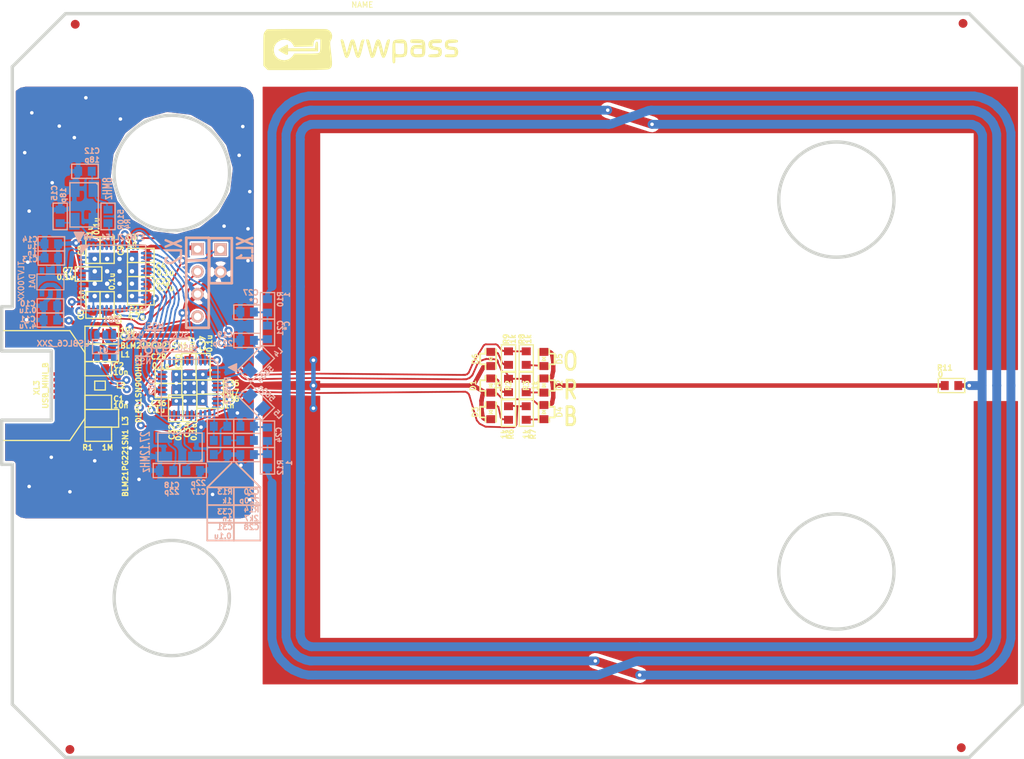
<source format=kicad_pcb>
(kicad_pcb (version 3) (host pcbnew "(2013-05-31 BZR 4019)-stable")
  (layers (15 Front signal) (0 Back signal) (18 B.Paste user) (19 F.Paste user) (20 B.SilkS user) (21 F.SilkS user) (22 B.Mask user) (23 F.Mask user) (28 Edge.Cuts user))
  (net 0 "")
  (net 1 +3.3V)
  (net 2 +5V)
  (net 3 /ANT01)
  (net 4 /ANT02)
  (net 5 /Antenna)
  (net 6 /BLUE_LED)
  (net 7 /DBG_UART_TX)
  (net 8 /ORANGE_LED)
  (net 9 /PN_IRQ)
  (net 10 /PN_MISO)
  (net 11 /PN_MOSI)
  (net 12 /PN_NSS)
  (net 13 /PN_RESET)
  (net 14 /PN_SCK)
  (net 15 /PN_VDD)
  (net 16 /RED_LED)
  (net 17 /RX_NET)
  (net 18 /SWCLK)
  (net 19 /SWDIO)
  (net 20 /USB_DM)
  (net 21 /USB_DP)
  (net 22 GND)
  (net 23 N-000001)
  (net 24 N-0000011)
  (net 25 N-0000012)
  (net 26 N-0000013)
  (net 27 N-0000019)
  (net 28 N-0000022)
  (net 29 N-0000024)
  (net 30 N-0000036)
  (net 31 N-000004)
  (net 32 N-0000041)
  (net 33 N-0000044)
  (net 34 N-0000045)
  (net 35 N-000005)
  (net 36 N-0000050)
  (net 37 N-0000051)
  (net 38 N-0000052)
  (net 39 N-0000055)
  (net 40 N-0000056)
  (net 41 N-0000057)
  (net 42 N-0000058)
  (net 43 N-0000059)
  (net 44 N-0000060)
  (net 45 N-000007)
  (net 46 N-000008)
  (module SOT23-5 (layer Back) (at 69.3 98.3 180)
    (fp_text reference DA1 (at 2.05 0.05 270) (layer B.SilkS) (effects (font (size 0.635 0.635) (thickness 0.127)) (justify mirror)))
    (fp_text value TLV700XX (at 3.3 0.05 270) (layer B.SilkS) (effects (font (size 0.635 0.635) (thickness 0.127)) (justify mirror)))
    (pad 1 smd rect (at -0.9525 -1.27 180) (size 0.508 0.762) (layers Back B.Paste B.Mask) (net 2 +5V))
    (pad 3 smd rect (at 0.9525 -1.27 180) (size 0.508 0.762) (layers Back B.Paste B.Mask) (net 2 +5V))
    (pad 5 smd rect (at -0.9525 1.27 180) (size 0.508 0.762) (layers Back B.Paste B.Mask) (net 1 +3.3V))
    (pad 2 smd rect (at 0 -1.27 180) (size 0.508 0.762) (layers Back B.Paste B.Mask) (net 22 GND))
    (pad 4 smd rect (at 0.9525 1.27 180) (size 0.508 0.762) (layers Back B.Paste B.Mask))
  )
  (module SIL-4 (layer Back) (at 85.9 98.4 270)
    (fp_text reference XL2 (at -3.49 2.65 270) (layer B.SilkS) (effects (font (size 1.73482 1.08712) (thickness 0.3048)) (justify mirror)))
    (fp_text value ST_SWD hide)
    (pad 1 thru_hole rect (at -3.81 0 270) (size 1.397 1.397) (drill 0.8128) (layers *.Cu *.Mask B.SilkS) (net 1 +3.3V))
    (pad 2 thru_hole circle (at -1.27 0 270) (size 1.397 1.397) (drill 0.8128) (layers *.Cu *.Mask B.SilkS) (net 18 /SWCLK))
    (pad 3 thru_hole circle (at 1.27 0 270) (size 1.397 1.397) (drill 0.8128) (layers *.Cu *.Mask B.SilkS) (net 22 GND))
    (pad 4 thru_hole circle (at 3.81 0 270) (size 1.397 1.397) (drill 0.8128) (layers *.Cu *.Mask B.SilkS) (net 19 /SWDIO))
  )
  (module SIL-2 (layer Back) (at 88.5 95.9 270)
    (fp_text reference XL1 (at -1.26 -2.79 270) (layer B.SilkS) (effects (font (size 1.72974 1.08712) (thickness 0.3048)) (justify mirror)))
    (fp_text value CONN_2 hide)
    (pad 1 thru_hole rect (at -1.27 0 270) (size 1.397 1.397) (drill 0.8128) (layers *.Cu *.Mask B.SilkS) (net 7 /DBG_UART_TX))
    (pad 2 thru_hole circle (at 1.27 0 270) (size 1.397 1.397) (drill 0.8128) (layers *.Cu *.Mask B.SilkS) (net 22 GND))
  )
  (module USBmicro_MOLEX_WM17142 (layer Front) (at 69.4 110)
    (fp_text reference XL3 (at -1.65 0.25 90) (layer F.SilkS) (effects (font (size 0.6 0.6))))
    (fp_text value USB_MINI_B (at -0.65 0 90) (layer F.SilkS) (effects (font (size 0.6 0.6))))
    (pad SHLD smd rect (at -3.65 -5.15) (size 2.5 1.5) (layers Front F.Paste F.Mask) (net 38 N-0000052))
    (pad SHLD smd rect (at -3.65 5.15) (size 2.5 1.5) (layers Front F.Paste F.Mask) (net 38 N-0000052))
    (pad SHLD smd rect (at 0.55 -5.15) (size 2.5 1.5) (layers Front F.Paste F.Mask) (net 38 N-0000052))
    (pad SHLD smd rect (at 0.55 5.15) (size 2.5 1.5) (layers Front F.Paste F.Mask) (net 38 N-0000052))
    (pad SHLD smd rect (at 2.75 -2.2 90) (size 2.5 1.5) (layers Front F.Paste F.Mask) (net 38 N-0000052))
    (pad SHLD smd rect (at 2.75 2.2 90) (size 2.5 1.5) (layers Front F.Paste F.Mask) (net 38 N-0000052))
    (pad 1 smd rect (at 0.875 -1.3) (size 1.25 0.4) (layers Front F.Paste F.Mask) (net 37 N-0000051))
    (pad 2 smd rect (at 0.875 -0.65) (size 1.25 0.4) (layers Front F.Paste F.Mask) (net 25 N-0000012))
    (pad 3 smd rect (at 0.875 0) (size 1.25 0.4) (layers Front F.Paste F.Mask) (net 26 N-0000013))
    (pad 4 smd rect (at 0.875 0.65) (size 1.25 0.4) (layers Front F.Paste F.Mask) (net 36 N-0000050))
    (pad 5 smd rect (at 0.875 1.3) (size 1.25 0.4) (layers Front F.Paste F.Mask) (net 36 N-0000050))
  )
  (module TESTPOINT_0_5MM (layer Back) (at 81.6575 105.9655 180)
    (fp_text reference "" (at 5.9075 -4.0345 180) (layer B.SilkS) (effects (font (size 0.635 0.635) (thickness 0.09906)) (justify mirror)))
    (fp_text value MISO (at -3.0925 0.2155 180) (layer B.SilkS) (effects (font (size 0.635 0.635) (thickness 0.09906)) (justify mirror)))
    (pad 1 smd circle (at 0 0 180) (size 0.50038 0.50038) (layers Back B.Paste B.Mask) (net 10 /PN_MISO))
  )
  (module TESTPOINT_0_5MM (layer Back) (at 82.3704 105.4357 180)
    (fp_text reference "" (at 6.6204 -3.8143 180) (layer B.SilkS) (effects (font (size 0.635 0.635) (thickness 0.09906)) (justify mirror)))
    (fp_text value SCK (at -1.6296 1.1857 180) (layer B.SilkS) (effects (font (size 0.635 0.635) (thickness 0.09906)) (justify mirror)))
    (pad 1 smd circle (at 0 0 180) (size 0.50038 0.50038) (layers Back B.Paste B.Mask) (net 14 /PN_SCK))
  )
  (module TESTPOINT_0_5MM (layer Back) (at 80.3674 105.9997 180)
    (fp_text reference "" (at 4.3674 -3.2503 180) (layer B.SilkS) (effects (font (size 0.635 0.635) (thickness 0.09906)) (justify mirror)))
    (fp_text value NSS (at 0.6174 -1.2503 180) (layer B.SilkS) (effects (font (size 0.635 0.635) (thickness 0.09906)) (justify mirror)))
    (pad 1 smd circle (at 0 0 180) (size 0.50038 0.50038) (layers Back B.Paste B.Mask) (net 12 /PN_NSS))
  )
  (module TESTPOINT_0_5MM (layer Back) (at 81.0887 105.4061 180)
    (fp_text reference "" (at 5.0887 -3.8439 180) (layer B.SilkS) (effects (font (size 0.635 0.635) (thickness 0.09906)) (justify mirror)))
    (fp_text value MOSI (at 0.0887 2.1561 180) (layer B.SilkS) (effects (font (size 0.635 0.635) (thickness 0.09906)) (justify mirror)))
    (pad 1 smd circle (at 0 0 180) (size 0.50038 0.50038) (layers Back B.Paste B.Mask) (net 11 /PN_MOSI))
  )
  (module TESTPOINT_0_5MM (layer Back) (at 79.8376 105.3143 180)
    (fp_text reference "" (at 0.09906 -1.34874 180) (layer B.SilkS) (effects (font (size 0.635 0.635) (thickness 0.09906)) (justify mirror)))
    (fp_text value MOSI (at 1.0876 1.0643 180) (layer B.SilkS) (effects (font (size 0.635 0.635) (thickness 0.09906)) (justify mirror)))
    (pad 1 smd circle (at 0 0 180) (size 0.50038 0.50038) (layers Back B.Paste B.Mask) (net 9 /PN_IRQ))
  )
  (module SOT23-6 (layer Back) (at 75.5 105.6 180)
    (fp_text reference U1 (at 0.25 -0.4 180) (layer B.SilkS) (effects (font (size 0.59944 0.59944) (thickness 0.14986)) (justify mirror)))
    (fp_text value USBLC6_2XX (at 4.75 0.35 180) (layer B.SilkS) (effects (font (size 0.635 0.635) (thickness 0.14986)) (justify mirror)))
    (pad 1 smd rect (at -0.94996 -1.30048 180) (size 0.635 1.09982) (layers Back B.Paste B.Mask) (net 27 N-0000019))
    (pad 2 smd oval (at 0 -1.30048 180) (size 0.635 1.09982) (layers Back B.Paste B.Mask) (net 22 GND))
    (pad 3 smd oval (at 0.94996 -1.30048 180) (size 0.635 1.09982) (layers Back B.Paste B.Mask) (net 34 N-0000045))
    (pad 4 smd oval (at 0.94996 1.30048 180) (size 0.635 1.09982) (layers Back B.Paste B.Mask) (net 21 /USB_DP))
    (pad 5 smd oval (at 0 1.30048 180) (size 0.635 1.09982) (layers Back B.Paste B.Mask) (net 2 +5V))
    (pad 6 smd oval (at -0.94996 1.30048 180) (size 0.635 1.09982) (layers Back B.Paste B.Mask) (net 20 /USB_DM))
  )
  (module RES_0603 (layer Back) (at 93.8 101 90)
    (fp_text reference R10 (at 0.75 1.45 90) (layer B.SilkS) (effects (font (size 0.6 0.6)) (justify mirror)))
    (fp_text value 1 (at 1.25 2.2 90) (layer B.SilkS) (effects (font (size 0.6 0.6)) (justify mirror)))
    (pad 1 smd rect (at -0.762 0 90) (size 0.889 1.016) (layers Back B.Paste B.Mask) (net 46 N-000008))
    (pad 2 smd rect (at 0.762 0 90) (size 0.889 1.016) (layers Back B.Paste B.Mask) (net 5 /Antenna))
  )
  (module RES_0603 (layer Front) (at 74.7 115.5 180)
    (fp_text reference R1 (at 1.2 -1.5 180) (layer F.SilkS) (effects (font (size 0.6 0.6))))
    (fp_text value 1M (at -1.05 -1.5 180) (layer F.SilkS) (effects (font (size 0.6 0.6))))
    (pad 1 smd rect (at -0.762 0 180) (size 0.889 1.016) (layers Front F.Paste F.Mask) (net 22 GND))
    (pad 2 smd rect (at 0.762 0 180) (size 0.889 1.016) (layers Front F.Paste F.Mask) (net 38 N-0000052))
  )
  (module RES_0603 (layer Front) (at 171 110)
    (fp_text reference R11 (at -0.75 -2) (layer F.SilkS) (effects (font (size 0.6 0.6))))
    (fp_text value 0 (at -1.25 -1.25) (layer F.SilkS) (effects (font (size 0.6 0.6))))
    (pad 1 smd rect (at -0.762 0) (size 0.889 1.016) (layers Front F.Paste F.Mask) (net 22 GND))
    (pad 2 smd rect (at 0.762 0) (size 0.889 1.016) (layers Front F.Paste F.Mask) (net 5 /Antenna))
  )
  (module RES_0603 (layer Back) (at 75.8 90.9 90)
    (fp_text reference R4 (at -0.85 2.2 90) (layer B.SilkS) (effects (font (size 0.6 0.6)) (justify mirror)))
    (fp_text value 510R (at -0.35 1.45 90) (layer B.SilkS) (effects (font (size 0.6 0.6)) (justify mirror)))
    (pad 1 smd rect (at -0.762 0 90) (size 0.889 1.016) (layers Back B.Paste B.Mask) (net 30 N-0000036))
    (pad 2 smd rect (at 0.762 0 90) (size 0.889 1.016) (layers Back B.Paste B.Mask) (net 28 N-0000022))
  )
  (module RES_0603 (layer Back) (at 93.8 118.5 270)
    (fp_text reference R12 (at 0.75 -1.45 270) (layer B.SilkS) (effects (font (size 0.6 0.6)) (justify mirror)))
    (fp_text value 1 (at 0.25 -2.45 270) (layer B.SilkS) (effects (font (size 0.6 0.6)) (justify mirror)))
    (pad 1 smd rect (at -0.762 0 270) (size 0.889 1.016) (layers Back B.Paste B.Mask) (net 45 N-000007))
    (pad 2 smd rect (at 0.762 0 270) (size 0.889 1.016) (layers Back B.Paste B.Mask) (net 5 /Antenna))
  )
  (module RES_0603 (layer Back) (at 88.5 114.6)
    (fp_text reference R13 (at 0.5 7.4) (layer B.SilkS) (effects (font (size 0.6 0.6)) (justify mirror)))
    (fp_text value 1k (at 0.75 8.4) (layer B.SilkS) (effects (font (size 0.6 0.6)) (justify mirror)))
    (pad 1 smd rect (at -0.762 0) (size 0.889 1.016) (layers Back B.Paste B.Mask) (net 32 N-0000041))
    (pad 2 smd rect (at 0.762 0) (size 0.889 1.016) (layers Back B.Paste B.Mask) (net 23 N-000001))
  )
  (module RES_0603 (layer Front) (at 121 110 270)
    (fp_text reference R2 (at 0 0 270) (layer F.SilkS) (effects (font (size 0.6 0.6))))
    (fp_text value 1k (at 0 1.25 270) (layer F.SilkS) (effects (font (size 0.6 0.6))))
    (pad 1 smd rect (at -0.762 0 270) (size 0.889 1.016) (layers Front F.Paste F.Mask) (net 16 /RED_LED))
    (pad 2 smd rect (at 0.762 0 270) (size 0.889 1.016) (layers Front F.Paste F.Mask) (net 44 N-0000060))
  )
  (module RES_0603 (layer Front) (at 123 110 270)
    (fp_text reference R3 (at 0 0 270) (layer F.SilkS) (effects (font (size 0.6 0.6))))
    (fp_text value 1k (at 0 -1 270) (layer F.SilkS) (effects (font (size 0.6 0.6))))
    (pad 1 smd rect (at -0.762 0 270) (size 0.889 1.016) (layers Front F.Paste F.Mask) (net 16 /RED_LED))
    (pad 2 smd rect (at 0.762 0 270) (size 0.889 1.016) (layers Front F.Paste F.Mask) (net 43 N-0000059))
  )
  (module RES_0603 (layer Front) (at 121 113.1 270)
    (fp_text reference R6 (at 2.4 -0.25 270) (layer F.SilkS) (effects (font (size 0.6 0.6))))
    (fp_text value 1k (at 2.4 0.5 270) (layer F.SilkS) (effects (font (size 0.6 0.6))))
    (pad 1 smd rect (at -0.762 0 270) (size 0.889 1.016) (layers Front F.Paste F.Mask) (net 6 /BLUE_LED))
    (pad 2 smd rect (at 0.762 0 270) (size 0.889 1.016) (layers Front F.Paste F.Mask) (net 42 N-0000058))
  )
  (module RES_0603 (layer Front) (at 123 106.9 270)
    (fp_text reference R8 (at -2.15 0.5 270) (layer F.SilkS) (effects (font (size 0.6 0.6))))
    (fp_text value 1k (at -2.15 -0.25 270) (layer F.SilkS) (effects (font (size 0.6 0.6))))
    (pad 1 smd rect (at -0.762 0 270) (size 0.889 1.016) (layers Front F.Paste F.Mask) (net 8 /ORANGE_LED))
    (pad 2 smd rect (at 0.762 0 270) (size 0.889 1.016) (layers Front F.Paste F.Mask) (net 41 N-0000057))
  )
  (module RES_0603 (layer Front) (at 121 106.9 270)
    (fp_text reference R9 (at -2.15 0.25 270) (layer F.SilkS) (effects (font (size 0.6 0.6))))
    (fp_text value 1k (at -2.15 -0.5 270) (layer F.SilkS) (effects (font (size 0.6 0.6))))
    (pad 1 smd rect (at -0.762 0 270) (size 0.889 1.016) (layers Front F.Paste F.Mask) (net 8 /ORANGE_LED))
    (pad 2 smd rect (at 0.762 0 270) (size 0.889 1.016) (layers Front F.Paste F.Mask) (net 40 N-0000056))
  )
  (module RES_0603 (layer Front) (at 123 113.1 270)
    (fp_text reference R7 (at 2.4 -0.75 270) (layer F.SilkS) (effects (font (size 0.6 0.6))))
    (fp_text value 1k (at 2.4 0 270) (layer F.SilkS) (effects (font (size 0.6 0.6))))
    (pad 1 smd rect (at -0.762 0 270) (size 0.889 1.016) (layers Front F.Paste F.Mask) (net 6 /BLUE_LED))
    (pad 2 smd rect (at 0.762 0 270) (size 0.889 1.016) (layers Front F.Paste F.Mask) (net 39 N-0000055))
  )
  (module RES_0603 (layer Back) (at 91.5 116.2)
    (fp_text reference R14 (at 0.5 7.8) (layer B.SilkS) (effects (font (size 0.6 0.6)) (justify mirror)))
    (fp_text value 2k7 (at 0.5 8.8) (layer B.SilkS) (effects (font (size 0.6 0.6)) (justify mirror)))
    (pad 1 smd rect (at -0.762 0) (size 0.889 1.016) (layers Back B.Paste B.Mask) (net 24 N-0000011))
    (pad 2 smd rect (at 0.762 0) (size 0.889 1.016) (layers Back B.Paste B.Mask) (net 17 /RX_NET))
  )
  (module REF_POINT_1MM (layer Front) (at 172.1 150.9)
    (fp_text reference RP4 hide)
    (fp_text value REFPOINT hide)
    (pad REF smd circle (at 0 0) (size 1 1) (layers Front F.Mask))
  )
  (module REF_POINT_1MM (layer Front) (at 71.5 151.1)
    (fp_text reference RP1 hide)
    (fp_text value REFPOINT hide)
    (pad REF smd circle (at 0 0) (size 1 1) (layers Front F.Mask))
  )
  (module REF_POINT_1MM (layer Front) (at 172.3 69.1)
    (fp_text reference RP2 hide)
    (fp_text value REFPOINT hide)
    (pad REF smd circle (at 0 0) (size 1 1) (layers Front F.Mask))
  )
  (module REF_POINT_1MM (layer Front) (at 72.1 69.2)
    (fp_text reference RP3 hide)
    (fp_text value REFPOINT hide)
    (pad REF smd circle (at 0 0) (size 1 1) (layers Front F.Mask))
  )
  (module QFN40 (layer Back) (at 85.0056 110.248 270)
    (fp_text reference DD2 (at -0.09906 4.20116 270) (layer B.SilkS) (effects (font (size 0.635 0.635) (thickness 0.16002)) (justify mirror)))
    (fp_text value PN532 (at 0.29972 -4.30022 270) (layer B.SilkS) (effects (font (size 0.635 0.635) (thickness 0.16002)) (justify mirror)))
    (pad 1 smd rect (at -2.25044 -2.99974 270) (size 0.29972 1.00076) (layers Back B.Paste B.Mask) (net 22 GND))
    (pad 2 smd oval (at -1.75006 -2.99974 270) (size 0.29972 1.00076) (layers Back B.Paste B.Mask))
    (pad 3 smd oval (at -1.24968 -2.99974 270) (size 0.29972 1.00076) (layers Back B.Paste B.Mask) (net 22 GND))
    (pad 4 smd oval (at -0.7493 -2.99974 270) (size 0.29972 1.00076) (layers Back B.Paste B.Mask) (net 3 /ANT01))
    (pad 5 smd oval (at -0.24892 -2.99974 270) (size 0.29972 1.00076) (layers Back B.Paste B.Mask) (net 15 /PN_VDD))
    (pad 6 smd oval (at 0.24892 -2.99974 270) (size 0.29972 1.00076) (layers Back B.Paste B.Mask) (net 4 /ANT02))
    (pad 7 smd oval (at 0.7493 -2.99974 270) (size 0.29972 1.00076) (layers Back B.Paste B.Mask) (net 22 GND))
    (pad 8 smd oval (at 1.24968 -2.99974 270) (size 0.29972 1.00076) (layers Back B.Paste B.Mask) (net 15 /PN_VDD))
    (pad 9 smd oval (at 1.75006 -2.99974 270) (size 0.29972 1.00076) (layers Back B.Paste B.Mask) (net 23 N-000001))
    (pad 10 smd oval (at 2.25044 -2.99974 270) (size 0.29972 1.00076) (layers Back B.Paste B.Mask) (net 32 N-0000041))
    (pad 11 smd oval (at 2.99974 -2.25044 180) (size 0.29972 1.00076) (layers Back B.Paste B.Mask) (net 22 GND))
    (pad 12 smd oval (at 2.99974 -1.75006 180) (size 0.29972 1.00076) (layers Back B.Paste B.Mask))
    (pad 13 smd oval (at 2.99974 -1.24968 180) (size 0.29972 1.00076) (layers Back B.Paste B.Mask))
    (pad 14 smd oval (at 2.99974 -0.7493 180) (size 0.29972 1.00076) (layers Back B.Paste B.Mask) (net 31 N-000004))
    (pad 15 smd oval (at 2.99974 -0.24892 180) (size 0.29972 1.00076) (layers Back B.Paste B.Mask) (net 35 N-000005))
    (pad 16 smd oval (at 2.99974 0.24892 180) (size 0.29972 1.00076) (layers Back B.Paste B.Mask) (net 22 GND))
    (pad 17 smd oval (at 2.99974 0.7493 180) (size 0.29972 1.00076) (layers Back B.Paste B.Mask) (net 15 /PN_VDD))
    (pad 18 smd oval (at 2.99974 1.24968 180) (size 0.29972 1.00076) (layers Back B.Paste B.Mask) (net 22 GND))
    (pad 19 smd oval (at 2.99974 1.75006 180) (size 0.29972 1.00076) (layers Back B.Paste B.Mask))
    (pad 20 smd oval (at 2.99974 2.25044 180) (size 0.29972 1.00076) (layers Back B.Paste B.Mask))
    (pad 21 smd oval (at 2.25044 2.99974 270) (size 0.29972 1.00076) (layers Back B.Paste B.Mask))
    (pad 22 smd oval (at 1.75006 2.99974 270) (size 0.29972 1.00076) (layers Back B.Paste B.Mask))
    (pad 23 smd oval (at 1.24968 2.99974 270) (size 0.29972 1.00076) (layers Back B.Paste B.Mask) (net 1 +3.3V))
    (pad 24 smd oval (at 0.7493 2.99974 270) (size 0.29972 1.00076) (layers Back B.Paste B.Mask))
    (pad 25 smd oval (at 0.24892 2.99974 270) (size 0.29972 1.00076) (layers Back B.Paste B.Mask) (net 9 /PN_IRQ))
    (pad 26 smd oval (at -0.24892 2.99974 270) (size 0.29972 1.00076) (layers Back B.Paste B.Mask))
    (pad 27 smd oval (at -0.7493 2.99974 270) (size 0.29972 1.00076) (layers Back B.Paste B.Mask) (net 12 /PN_NSS))
    (pad 28 smd oval (at -1.24968 2.99974 270) (size 0.29972 1.00076) (layers Back B.Paste B.Mask) (net 11 /PN_MOSI))
    (pad 29 smd oval (at -1.75006 2.99974 270) (size 0.29972 1.00076) (layers Back B.Paste B.Mask) (net 10 /PN_MISO))
    (pad 30 smd oval (at -2.25044 2.99974 270) (size 0.29972 1.00076) (layers Back B.Paste B.Mask) (net 14 /PN_SCK))
    (pad 31 smd oval (at -2.99974 2.25044 180) (size 0.29972 1.00076) (layers Back B.Paste B.Mask))
    (pad 32 smd oval (at -2.99974 1.75006 180) (size 0.29972 1.00076) (layers Back B.Paste B.Mask))
    (pad 33 smd oval (at -2.99974 1.24968 180) (size 0.29972 1.00076) (layers Back B.Paste B.Mask))
    (pad 34 smd oval (at -2.99974 0.7493 180) (size 0.29972 1.00076) (layers Back B.Paste B.Mask))
    (pad 35 smd oval (at -2.99974 0.24892 180) (size 0.29972 1.00076) (layers Back B.Paste B.Mask))
    (pad 36 smd oval (at -2.99974 -0.24892 180) (size 0.29972 1.00076) (layers Back B.Paste B.Mask))
    (pad 37 smd oval (at -2.99974 -0.7493 180) (size 0.29972 1.00076) (layers Back B.Paste B.Mask))
    (pad 38 smd oval (at -2.99974 -1.24968 180) (size 0.29972 1.00076) (layers Back B.Paste B.Mask) (net 13 /PN_RESET))
    (pad 39 smd oval (at -2.99974 -1.75006 180) (size 0.29972 1.00076) (layers Back B.Paste B.Mask) (net 15 /PN_VDD))
    (pad 40 smd oval (at -2.99974 -2.25044 180) (size 0.29972 1.00076) (layers Back B.Paste B.Mask) (net 2 +5V))
    (pad PAD thru_hole rect (at 0.50038 0.50038 270) (size 1.00076 1.00076) (drill 0.39878) (layers *.Cu B.Mask) (net 22 GND))
    (pad PAD thru_hole rect (at -0.50038 0.50038 270) (size 1.00076 1.00076) (drill 0.39878) (layers *.Cu B.Mask) (net 22 GND))
    (pad PAD thru_hole rect (at -1.50114 0.50038 270) (size 1.00076 1.00076) (drill 0.39878) (layers *.Cu B.Mask) (net 22 GND))
    (pad PAD thru_hole rect (at -1.50114 1.50114 270) (size 1.00076 1.00076) (drill 0.39878) (layers *.Cu B.Mask) (net 22 GND))
    (pad PAD thru_hole rect (at -0.50038 1.50114 270) (size 1.00076 1.00076) (drill 0.39878) (layers *.Cu B.Mask) (net 22 GND))
    (pad PAD thru_hole rect (at 0.50038 1.50114 270) (size 1.00076 1.00076) (drill 0.39878) (layers *.Cu B.Mask) (net 22 GND))
    (pad PAD thru_hole rect (at 1.50114 1.50114 270) (size 1.00076 1.00076) (drill 0.39878) (layers *.Cu B.Mask) (net 22 GND))
    (pad PAD thru_hole rect (at 1.50114 0.50038 270) (size 1.00076 1.00076) (drill 0.39878) (layers *.Cu B.Mask) (net 22 GND))
    (pad PAD thru_hole rect (at -1.50114 -0.50038 270) (size 1.00076 1.00076) (drill 0.39878) (layers *.Cu B.Mask) (net 22 GND))
    (pad PAD thru_hole rect (at -0.50038 -0.50038 270) (size 1.00076 1.00076) (drill 0.39878) (layers *.Cu B.Mask) (net 22 GND))
    (pad PAD thru_hole rect (at 0.50038 -0.50038 270) (size 1.00076 1.00076) (drill 0.39878) (layers *.Cu B.Mask) (net 22 GND))
    (pad PAD thru_hole rect (at 1.50114 -0.50038 270) (size 1.00076 1.00076) (drill 0.39878) (layers *.Cu B.Mask) (net 22 GND))
    (pad PAD thru_hole rect (at -1.50114 -1.50114 270) (size 1.00076 1.00076) (drill 0.39878) (layers *.Cu B.Mask) (net 22 GND))
    (pad PAD thru_hole rect (at -0.50038 -1.50114 270) (size 1.00076 1.00076) (drill 0.39878) (layers *.Cu B.Mask) (net 22 GND))
    (pad PAD thru_hole rect (at 1.50114 -1.50114 270) (size 1.00076 1.00076) (drill 0.39878) (layers *.Cu B.Mask) (net 22 GND))
    (pad PAD thru_hole rect (at 0.50038 -1.50114 270) (size 1.00076 1.00076) (drill 0.39878) (layers *.Cu B.Mask) (net 22 GND))
  )
  (module LED_ANGLE (layer Front) (at 119 110 270)
    (fp_text reference D1 (at 0 2 270) (layer F.SilkS) (effects (font (size 0.635 0.635) (thickness 0.127))))
    (fp_text value LED hide)
    (pad A smd rect (at -0.8001 0 270) (size 0.89916 1.00076) (layers Front F.Paste F.Mask) (net 44 N-0000060))
    (pad C smd rect (at 0.8001 0 270) (size 0.89916 1.00076) (layers Front F.Paste F.Mask) (net 22 GND))
  )
  (module LED_ANGLE (layer Front) (at 125 110 90)
    (fp_text reference D2 (at 0 1.75 90) (layer F.SilkS) (effects (font (size 0.635 0.635) (thickness 0.127))))
    (fp_text value LED hide)
    (pad A smd rect (at -0.8001 0 90) (size 0.89916 1.00076) (layers Front F.Paste F.Mask) (net 43 N-0000059))
    (pad C smd rect (at 0.8001 0 90) (size 0.89916 1.00076) (layers Front F.Paste F.Mask) (net 22 GND))
  )
  (module LED_ANGLE (layer Front) (at 119 107 270)
    (fp_text reference D6 (at 0 1.75 270) (layer F.SilkS) (effects (font (size 0.635 0.635) (thickness 0.127))))
    (fp_text value LED hide)
    (pad A smd rect (at -0.8001 0 270) (size 0.89916 1.00076) (layers Front F.Paste F.Mask) (net 40 N-0000056))
    (pad C smd rect (at 0.8001 0 270) (size 0.89916 1.00076) (layers Front F.Paste F.Mask) (net 22 GND))
  )
  (module LED_ANGLE (layer Front) (at 125 107 90)
    (fp_text reference D5 (at 0 1.75 90) (layer F.SilkS) (effects (font (size 0.635 0.635) (thickness 0.127))))
    (fp_text value LED hide)
    (pad A smd rect (at -0.8001 0 90) (size 0.89916 1.00076) (layers Front F.Paste F.Mask) (net 41 N-0000057))
    (pad C smd rect (at 0.8001 0 90) (size 0.89916 1.00076) (layers Front F.Paste F.Mask) (net 22 GND))
  )
  (module LED_ANGLE (layer Front) (at 125 113 90)
    (fp_text reference D4 (at 0 1.75 90) (layer F.SilkS) (effects (font (size 0.635 0.635) (thickness 0.127))))
    (fp_text value LED hide)
    (pad A smd rect (at -0.8001 0 90) (size 0.89916 1.00076) (layers Front F.Paste F.Mask) (net 39 N-0000055))
    (pad C smd rect (at 0.8001 0 90) (size 0.89916 1.00076) (layers Front F.Paste F.Mask) (net 22 GND))
  )
  (module LED_ANGLE (layer Front) (at 119 113 270)
    (fp_text reference D3 (at 0 1.75 270) (layer F.SilkS) (effects (font (size 0.635 0.635) (thickness 0.127))))
    (fp_text value LED hide)
    (pad A smd rect (at -0.8001 0 270) (size 0.89916 1.00076) (layers Front F.Paste F.Mask) (net 42 N-0000058))
    (pad C smd rect (at 0.8001 0 270) (size 0.89916 1.00076) (layers Front F.Paste F.Mask) (net 22 GND))
  )
  (module IND_DLP11S (layer Front) (at 74.9 110)
    (fp_text reference L2 (at 2.35 0) (layer F.SilkS) (effects (font (size 0.6 0.6))))
    (fp_text value DLP11SN900HL2L (at 4.35 0.25 90) (layer F.SilkS) (effects (font (size 0.6 0.6))))
    (pad 1 smd rect (at -0.8 -0.275) (size 1 0.3) (layers Front F.Paste F.Mask) (net 25 N-0000012))
    (pad 2 smd rect (at 0.8 -0.275) (size 1 0.3) (layers Front F.Paste F.Mask) (net 27 N-0000019))
    (pad 3 smd rect (at 0.8 0.275) (size 1 0.3) (layers Front F.Paste F.Mask) (net 34 N-0000045))
    (pad 4 smd rect (at -0.8 0.275) (size 1 0.3) (layers Front F.Paste F.Mask) (net 26 N-0000013))
  )
  (module IND_0805 (layer Front) (at 75.1 106.3 180)
    (fp_text reference L1 (at -2.65 -0.2 180) (layer F.SilkS) (effects (font (size 0.6 0.6))))
    (fp_text value BLM21PG221SN1 (at -5.9 0.8 180) (layer F.SilkS) (effects (font (size 0.6 0.6))))
    (pad 1 smd rect (at -1.016 0 180) (size 1.143 1.397) (layers Front F.Paste F.Mask) (net 2 +5V))
    (pad 2 smd rect (at 1.016 0 180) (size 1.143 1.397) (layers Front F.Paste F.Mask) (net 37 N-0000051))
  )
  (module IND_0805 (layer Front) (at 75.1 113.7 180)
    (fp_text reference L3 (at -2.65 -0.3 270) (layer F.SilkS) (effects (font (size 0.6 0.6))))
    (fp_text value BLM21PG221SN1 (at -2.65 -5.05 270) (layer F.SilkS) (effects (font (size 0.6 0.6))))
    (pad 1 smd rect (at -1.016 0 180) (size 1.143 1.397) (layers Front F.Paste F.Mask) (net 22 GND))
    (pad 2 smd rect (at 1.016 0 180) (size 1.143 1.397) (layers Front F.Paste F.Mask) (net 36 N-0000050))
  )
  (module CRYSTAL_0503x4-4 (layer Back) (at 83.9316 116.969 180)
    (fp_text reference XTAL2 hide)
    (fp_text value 27.12MHz (at 3.9316 -0.531 270) (layer B.SilkS) (effects (font (size 1.00076 0.635) (thickness 0.14986)) (justify mirror)))
    (pad 1 smd rect (at -1.84912 -1.09982 180) (size 1.89992 1.19888) (layers Back B.Paste B.Mask) (net 31 N-000004))
    (pad H smd rect (at 1.84912 -1.09982 180) (size 1.89992 1.19888) (layers Back B.Paste B.Mask) (net 22 GND))
    (pad 2 smd rect (at 1.84912 1.09982 180) (size 1.89992 1.19888) (layers Back B.Paste B.Mask) (net 35 N-000005))
    (pad H smd rect (at -1.84912 1.09982 180) (size 1.89992 1.19888) (layers Back B.Paste B.Mask) (net 22 GND))
  )
  (module CRYSTAL_0503x4-4 (layer Back) (at 73.1 89.6 270)
    (fp_text reference XTAL1 hide)
    (fp_text value 8MHz (at -1.85 -2.65 270) (layer B.SilkS) (effects (font (size 1.00076 0.635) (thickness 0.14986)) (justify mirror)))
    (pad 1 smd rect (at -1.84912 -1.09982 270) (size 1.89992 1.19888) (layers Back B.Paste B.Mask) (net 28 N-0000022))
    (pad H smd rect (at 1.84912 -1.09982 270) (size 1.89992 1.19888) (layers Back B.Paste B.Mask) (net 22 GND))
    (pad 2 smd rect (at 1.84912 1.09982 270) (size 1.89992 1.19888) (layers Back B.Paste B.Mask) (net 29 N-0000024))
    (pad H smd rect (at -1.84912 1.09982 270) (size 1.89992 1.19888) (layers Back B.Paste B.Mask) (net 22 GND))
  )
  (module CAP_0603 (layer Front) (at 87.3316 111.769 180)
    (fp_text reference C38 (at -2.4184 0.269 180) (layer F.SilkS) (effects (font (size 0.6 0.6))))
    (fp_text value 1n (at -2.1684 -0.481 180) (layer F.SilkS) (effects (font (size 0.6 0.6))))
    (pad 1 smd rect (at -0.762 0 180) (size 0.889 1.016) (layers Front F.Paste F.Mask) (net 15 /PN_VDD))
    (pad 2 smd rect (at 0.762 0 180) (size 0.889 1.016) (layers Front F.Paste F.Mask) (net 22 GND))
  )
  (module CAP_0603 (layer Front) (at 75.7 94.7 270)
    (fp_text reference C9 (at 0.05 -1.55 270) (layer F.SilkS) (effects (font (size 0.6 0.6))))
    (fp_text value 1u (at -2.2 1.95 270) (layer F.SilkS) (effects (font (size 0.6 0.6))))
    (pad 1 smd rect (at -0.762 0 270) (size 0.889 1.016) (layers Front F.Paste F.Mask) (net 1 +3.3V))
    (pad 2 smd rect (at 0.762 0 270) (size 0.889 1.016) (layers Front F.Paste F.Mask) (net 22 GND))
  )
  (module CAP_0603 (layer Front) (at 74.1 100.9 90)
    (fp_text reference C5 (at -1.1 -1.35 90) (layer F.SilkS) (effects (font (size 0.6 0.6))))
    (fp_text value 1n (at 1.15 -1.35 90) (layer F.SilkS) (effects (font (size 0.6 0.6))))
    (pad 1 smd rect (at -0.762 0 90) (size 0.889 1.016) (layers Front F.Paste F.Mask) (net 1 +3.3V))
    (pad 2 smd rect (at 0.762 0 90) (size 0.889 1.016) (layers Front F.Paste F.Mask) (net 22 GND))
  )
  (module CAP_0603 (layer Front) (at 79.5 95.3 180)
    (fp_text reference C3 (at 1 2.05 180) (layer F.SilkS) (effects (font (size 0.6 0.6))))
    (fp_text value 1n (at 1 1.3 180) (layer F.SilkS) (effects (font (size 0.6 0.6))))
    (pad 1 smd rect (at -0.762 0 180) (size 0.889 1.016) (layers Front F.Paste F.Mask) (net 1 +3.3V))
    (pad 2 smd rect (at 0.762 0 180) (size 0.889 1.016) (layers Front F.Paste F.Mask) (net 22 GND))
  )
  (module CAP_0603 (layer Front) (at 79.5 96.9 180)
    (fp_text reference C4 (at -2.25 0.4 180) (layer F.SilkS) (effects (font (size 0.6 0.6))))
    (fp_text value 0.1u (at -2.75 -0.35 180) (layer F.SilkS) (effects (font (size 0.6 0.6))))
    (pad 1 smd rect (at -0.762 0 180) (size 0.889 1.016) (layers Front F.Paste F.Mask) (net 1 +3.3V))
    (pad 2 smd rect (at 0.762 0 180) (size 0.889 1.016) (layers Front F.Paste F.Mask) (net 22 GND))
  )
  (module CAP_0603 (layer Front) (at 79.5 98.5 180)
    (fp_text reference C22 (at -2.5 0.25 180) (layer F.SilkS) (effects (font (size 0.6 0.6))))
    (fp_text value 4.7u (at -2.75 -0.5 180) (layer F.SilkS) (effects (font (size 0.6 0.6))))
    (pad 1 smd rect (at -0.762 0 180) (size 0.889 1.016) (layers Front F.Paste F.Mask) (net 1 +3.3V))
    (pad 2 smd rect (at 0.762 0 180) (size 0.889 1.016) (layers Front F.Paste F.Mask) (net 22 GND))
  )
  (module CAP_0603 (layer Front) (at 79.5 100.1 180)
    (fp_text reference C16 (at 0.5 -1.4 180) (layer F.SilkS) (effects (font (size 0.6 0.6))))
    (fp_text value 4.7u (at 0.5 -2.15 180) (layer F.SilkS) (effects (font (size 0.6 0.6))))
    (pad 1 smd rect (at -0.762 0 180) (size 0.889 1.016) (layers Front F.Paste F.Mask) (net 1 +3.3V))
    (pad 2 smd rect (at 0.762 0 180) (size 0.889 1.016) (layers Front F.Paste F.Mask) (net 22 GND))
  )
  (module CAP_0603 (layer Front) (at 73.6 97.4)
    (fp_text reference C7 (at -2.35 -0.4) (layer F.SilkS) (effects (font (size 0.6 0.6))))
    (fp_text value 0.1u (at -2.6 0.35) (layer F.SilkS) (effects (font (size 0.6 0.6))))
    (pad 1 smd rect (at -0.762 0) (size 0.889 1.016) (layers Front F.Paste F.Mask) (net 1 +3.3V))
    (pad 2 smd rect (at 0.762 0) (size 0.889 1.016) (layers Front F.Paste F.Mask) (net 22 GND))
  )
  (module CAP_0603 (layer Front) (at 75.7 100.9 90)
    (fp_text reference C6 (at -1.6 1.3 90) (layer F.SilkS) (effects (font (size 0.6 0.6))))
    (fp_text value 0.1u (at 2.65 0.55 90) (layer F.SilkS) (effects (font (size 0.6 0.6))))
    (pad 1 smd rect (at -0.762 0 90) (size 0.889 1.016) (layers Front F.Paste F.Mask) (net 1 +3.3V))
    (pad 2 smd rect (at 0.762 0 90) (size 0.889 1.016) (layers Front F.Paste F.Mask) (net 22 GND))
  )
  (module CAP_0603 (layer Front) (at 74.7 108.1 180)
    (fp_text reference C2 (at -2.3 0.35 180) (layer F.SilkS) (effects (font (size 0.6 0.6))))
    (fp_text value 10n (at -2.55 -0.4 180) (layer F.SilkS) (effects (font (size 0.6 0.6))))
    (pad 1 smd rect (at -0.762 0 180) (size 0.889 1.016) (layers Front F.Paste F.Mask) (net 22 GND))
    (pad 2 smd rect (at 0.762 0 180) (size 0.889 1.016) (layers Front F.Paste F.Mask) (net 37 N-0000051))
  )
  (module CAP_0603 (layer Back) (at 73.2 85.8 180)
    (fp_text reference C12 (at -0.8 2.3 180) (layer B.SilkS) (effects (font (size 0.6 0.6)) (justify mirror)))
    (fp_text value 18p (at -0.8 1.3 180) (layer B.SilkS) (effects (font (size 0.6 0.6)) (justify mirror)))
    (pad 1 smd rect (at -0.762 0 180) (size 0.889 1.016) (layers Back B.Paste B.Mask) (net 28 N-0000022))
    (pad 2 smd rect (at 0.762 0 180) (size 0.889 1.016) (layers Back B.Paste B.Mask) (net 22 GND))
  )
  (module CAP_0603 (layer Back) (at 70.4 90.9 90)
    (fp_text reference C15 (at 2.65 -0.65 90) (layer B.SilkS) (effects (font (size 0.6 0.6)) (justify mirror)))
    (fp_text value 18p (at 2.4 0.35 90) (layer B.SilkS) (effects (font (size 0.6 0.6)) (justify mirror)))
    (pad 1 smd rect (at -0.762 0 90) (size 0.889 1.016) (layers Back B.Paste B.Mask) (net 29 N-0000024))
    (pad 2 smd rect (at 0.762 0 90) (size 0.889 1.016) (layers Back B.Paste B.Mask) (net 22 GND))
  )
  (module CAP_0603 (layer Front) (at 74.7 111.9 180)
    (fp_text reference C1 (at -2.3 0.4 180) (layer F.SilkS) (effects (font (size 0.6 0.6))))
    (fp_text value 10n (at -2.55 -0.35 180) (layer F.SilkS) (effects (font (size 0.6 0.6))))
    (pad 1 smd rect (at -0.762 0 180) (size 0.889 1.016) (layers Front F.Paste F.Mask) (net 22 GND))
    (pad 2 smd rect (at 0.762 0 180) (size 0.889 1.016) (layers Front F.Paste F.Mask) (net 38 N-0000052))
  )
  (module CAP_0603 (layer Back) (at 88.5 116.2)
    (fp_text reference C33 (at 0.5 8.05) (layer B.SilkS) (effects (font (size 0.6 0.6)) (justify mirror)))
    (fp_text value 1n (at 0.75 8.8) (layer B.SilkS) (effects (font (size 0.6 0.6)) (justify mirror)))
    (pad 1 smd rect (at -0.762 0) (size 0.889 1.016) (layers Back B.Paste B.Mask) (net 32 N-0000041))
    (pad 2 smd rect (at 0.762 0) (size 0.889 1.016) (layers Back B.Paste B.Mask) (net 24 N-0000011))
  )
  (module CAP_0603 (layer Front) (at 83.4316 112.569 90)
    (fp_text reference C32 (at -2.681 -0.4316 90) (layer F.SilkS) (effects (font (size 0.6 0.6))))
    (fp_text value 0.1u (at -2.681 0.3184 90) (layer F.SilkS) (effects (font (size 0.6 0.6))))
    (pad 1 smd rect (at -0.762 0 90) (size 0.889 1.016) (layers Front F.Paste F.Mask) (net 15 /PN_VDD))
    (pad 2 smd rect (at 0.762 0 90) (size 0.889 1.016) (layers Front F.Paste F.Mask) (net 22 GND))
  )
  (module CAP_0603 (layer Back) (at 93.8 115.5 90)
    (fp_text reference C24 (at -0.0635 1.27 90) (layer B.SilkS) (effects (font (size 0.6 0.6)) (justify mirror)))
    (fp_text value C* hide)
    (pad 1 smd rect (at -0.762 0 90) (size 0.889 1.016) (layers Back B.Paste B.Mask) (net 45 N-000007))
    (pad 2 smd rect (at 0.762 0 90) (size 0.889 1.016) (layers Back B.Paste B.Mask) (net 17 /RX_NET))
  )
  (module CAP_0603 (layer Back) (at 93.8 104 270)
    (fp_text reference C21 (at -0.5 -1.45 270) (layer B.SilkS) (effects (font (size 0.6 0.6)) (justify mirror)))
    (fp_text value C* (at -0.75 -2.2 270) (layer B.SilkS) (effects (font (size 0.6 0.6)) (justify mirror)))
    (pad 1 smd rect (at -0.762 0 270) (size 0.889 1.016) (layers Back B.Paste B.Mask) (net 46 N-000008))
    (pad 2 smd rect (at 0.762 0 270) (size 0.889 1.016) (layers Back B.Paste B.Mask) (net 33 N-0000044))
  )
  (module CAP_0603 (layer Back) (at 91.5 114.6)
    (fp_text reference C20 (at 0.5 7.4) (layer B.SilkS) (effects (font (size 0.6 0.6)) (justify mirror)))
    (fp_text value 220p (at 0.25 8.4) (layer B.SilkS) (effects (font (size 0.6 0.6)) (justify mirror)))
    (pad 1 smd rect (at -0.762 0) (size 0.889 1.016) (layers Back B.Paste B.Mask) (net 22 GND))
    (pad 2 smd rect (at 0.762 0) (size 0.889 1.016) (layers Back B.Paste B.Mask) (net 17 /RX_NET))
  )
  (module CAP_0603 (layer Back) (at 91.5 104.9 180)
    (fp_text reference C19 (at 2.5 0.65 180) (layer B.SilkS) (effects (font (size 0.6 0.6)) (justify mirror)))
    (fp_text value 220p (at 2.75 -0.35 180) (layer B.SilkS) (effects (font (size 0.6 0.6)) (justify mirror)))
    (pad 1 smd rect (at -0.762 0 180) (size 0.889 1.016) (layers Back B.Paste B.Mask) (net 33 N-0000044))
    (pad 2 smd rect (at 0.762 0 180) (size 0.889 1.016) (layers Back B.Paste B.Mask) (net 22 GND))
  )
  (module CAP_0603 (layer Back) (at 82.4 119.6 180)
    (fp_text reference C18 (at -0.6 -1.65 180) (layer B.SilkS) (effects (font (size 0.6 0.6)) (justify mirror)))
    (fp_text value 22p (at -0.6 -2.4 180) (layer B.SilkS) (effects (font (size 0.6 0.6)) (justify mirror)))
    (pad 1 smd rect (at -0.762 0 180) (size 0.889 1.016) (layers Back B.Paste B.Mask) (net 35 N-000005))
    (pad 2 smd rect (at 0.762 0 180) (size 0.889 1.016) (layers Back B.Paste B.Mask) (net 22 GND))
  )
  (module CAP_0603 (layer Back) (at 85.4 119.6)
    (fp_text reference C17 (at 0.6 2.4) (layer B.SilkS) (effects (font (size 0.6 0.6)) (justify mirror)))
    (fp_text value 22p (at 0.6 1.4) (layer B.SilkS) (effects (font (size 0.6 0.6)) (justify mirror)))
    (pad 1 smd rect (at -0.762 0) (size 0.889 1.016) (layers Back B.Paste B.Mask) (net 31 N-000004))
    (pad 2 smd rect (at 0.762 0) (size 0.889 1.016) (layers Back B.Paste B.Mask) (net 22 GND))
  )
  (module CAP_0603 (layer Front) (at 86.5316 107.869 270)
    (fp_text reference C37 (at -2.619 0.0316 270) (layer F.SilkS) (effects (font (size 0.6 0.6))))
    (fp_text value 0.1u (at -2.619 -0.7184 270) (layer F.SilkS) (effects (font (size 0.6 0.6))))
    (pad 1 smd rect (at -0.762 0 270) (size 0.889 1.016) (layers Front F.Paste F.Mask) (net 2 +5V))
    (pad 2 smd rect (at 0.762 0 270) (size 0.889 1.016) (layers Front F.Paste F.Mask) (net 22 GND))
  )
  (module CAP_0603 (layer Front) (at 82.6316 110.569)
    (fp_text reference C36 (at -1.1316 1.431) (layer F.SilkS) (effects (font (size 0.6 0.6))))
    (fp_text value 0.1u (at -1.3816 2.181) (layer F.SilkS) (effects (font (size 0.6 0.6))))
    (pad 1 smd rect (at -0.762 0) (size 0.889 1.016) (layers Front F.Paste F.Mask) (net 1 +3.3V))
    (pad 2 smd rect (at 0.762 0) (size 0.889 1.016) (layers Front F.Paste F.Mask) (net 22 GND))
  )
  (module CAP_0603 (layer Front) (at 87.3316 110.169 180)
    (fp_text reference C35 (at -2.4184 0.419 180) (layer F.SilkS) (effects (font (size 0.6 0.6))))
    (fp_text value 4u7 (at -2.4184 -0.581 180) (layer F.SilkS) (effects (font (size 0.6 0.6))))
    (pad 1 smd rect (at -0.762 0 180) (size 0.889 1.016) (layers Front F.Paste F.Mask) (net 15 /PN_VDD))
    (pad 2 smd rect (at 0.762 0 180) (size 0.889 1.016) (layers Front F.Paste F.Mask) (net 22 GND))
  )
  (module CAP_0603 (layer Front) (at 85.0316 112.569 90)
    (fp_text reference C34 (at -2.431 -0.2816 90) (layer F.SilkS) (effects (font (size 0.6 0.6))))
    (fp_text value 0.1u (at -2.681 0.4684 90) (layer F.SilkS) (effects (font (size 0.6 0.6))))
    (pad 1 smd rect (at -0.762 0 90) (size 0.889 1.016) (layers Front F.Paste F.Mask) (net 15 /PN_VDD))
    (pad 2 smd rect (at 0.762 0 90) (size 0.889 1.016) (layers Front F.Paste F.Mask) (net 22 GND))
  )
  (module CAP_0603 (layer Back) (at 69.4 95.6 180)
    (fp_text reference C13 (at 2.4 -0.15 180) (layer B.SilkS) (effects (font (size 0.6 0.6)) (justify mirror)))
    (fp_text value 1n (at 2.15 0.6 180) (layer B.SilkS) (effects (font (size 0.6 0.6)) (justify mirror)))
    (pad 1 smd rect (at -0.762 0 180) (size 0.889 1.016) (layers Back B.Paste B.Mask) (net 1 +3.3V))
    (pad 2 smd rect (at 0.762 0 180) (size 0.889 1.016) (layers Back B.Paste B.Mask) (net 22 GND))
  )
  (module CAP_0603 (layer Front) (at 82.6316 108.969)
    (fp_text reference C29 (at -1.1316 -2.219) (layer F.SilkS) (effects (font (size 0.6 0.6))))
    (fp_text value 0.1u (at -0.8816 -1.219) (layer F.SilkS) (effects (font (size 0.6 0.6))))
    (pad 1 smd rect (at -0.762 0) (size 0.889 1.016) (layers Front F.Paste F.Mask) (net 15 /PN_VDD))
    (pad 2 smd rect (at 0.762 0) (size 0.889 1.016) (layers Front F.Paste F.Mask) (net 22 GND))
  )
  (module CAP_0603 (layer Front) (at 84.9316 107.869 270)
    (fp_text reference C30 (at -0.619 1.1816 270) (layer F.SilkS) (effects (font (size 0.6 0.6))))
    (fp_text value 4u7 (at -2.619 -0.3184 270) (layer F.SilkS) (effects (font (size 0.6 0.6))))
    (pad 1 smd rect (at -0.762 0 270) (size 0.889 1.016) (layers Front F.Paste F.Mask) (net 15 /PN_VDD))
    (pad 2 smd rect (at 0.762 0 270) (size 0.889 1.016) (layers Front F.Paste F.Mask) (net 22 GND))
  )
  (module CAP_0603 (layer Back) (at 88.5 117.8)
    (fp_text reference C31 (at 0.5 8.2) (layer B.SilkS) (effects (font (size 0.6 0.6)) (justify mirror)))
    (fp_text value 0.1u (at 0.25 9.2) (layer B.SilkS) (effects (font (size 0.6 0.6)) (justify mirror)))
    (pad 1 smd rect (at -0.762 0) (size 0.889 1.016) (layers Back B.Paste B.Mask) (net 23 N-000001))
    (pad 2 smd rect (at 0.762 0) (size 0.889 1.016) (layers Back B.Paste B.Mask) (net 22 GND))
  )
  (module CAP_0603 (layer Back) (at 91.5 117.8)
    (fp_text reference C28 (at 0.5 8.2) (layer B.SilkS) (effects (font (size 0.6 0.6)) (justify mirror)))
    (fp_text value C* (at 0.5 4.7) (layer B.SilkS) (effects (font (size 0.6 0.6)) (justify mirror)))
    (pad 1 smd rect (at -0.762 0) (size 0.889 1.016) (layers Back B.Paste B.Mask) (net 22 GND))
    (pad 2 smd rect (at 0.762 0) (size 0.889 1.016) (layers Back B.Paste B.Mask) (net 45 N-000007))
  )
  (module CAP_0603 (layer Back) (at 69.3 102.6 180)
    (fp_text reference C11 (at 2.55 0.1 180) (layer B.SilkS) (effects (font (size 0.6 0.6)) (justify mirror)))
    (fp_text value 4.7u (at 2.55 -0.65 180) (layer B.SilkS) (effects (font (size 0.6 0.6)) (justify mirror)))
    (pad 1 smd rect (at -0.762 0 180) (size 0.889 1.016) (layers Back B.Paste B.Mask) (net 2 +5V))
    (pad 2 smd rect (at 0.762 0 180) (size 0.889 1.016) (layers Back B.Paste B.Mask) (net 22 GND))
  )
  (module CAP_0603 (layer Back) (at 69.4 94 180)
    (fp_text reference C14 (at 2.4 0.5 180) (layer B.SilkS) (effects (font (size 0.6 0.6)) (justify mirror)))
    (fp_text value 1u (at 2.15 -0.25 180) (layer B.SilkS) (effects (font (size 0.6 0.6)) (justify mirror)))
    (pad 1 smd rect (at -0.762 0 180) (size 0.889 1.016) (layers Back B.Paste B.Mask) (net 1 +3.3V))
    (pad 2 smd rect (at 0.762 0 180) (size 0.889 1.016) (layers Back B.Paste B.Mask) (net 22 GND))
  )
  (module CAP_0603 (layer Front) (at 74.1 94.7 270)
    (fp_text reference C8 (at 0.05 1.35 270) (layer F.SilkS) (effects (font (size 0.6 0.6))))
    (fp_text value 0.1u (at -2.7 -0.4 270) (layer F.SilkS) (effects (font (size 0.6 0.6))))
    (pad 1 smd rect (at -0.762 0 270) (size 0.889 1.016) (layers Front F.Paste F.Mask) (net 1 +3.3V))
    (pad 2 smd rect (at 0.762 0 270) (size 0.889 1.016) (layers Front F.Paste F.Mask) (net 22 GND))
  )
  (module CAP_0603 (layer Back) (at 91.5 101.7 180)
    (fp_text reference C27 (at -0.42 2.19 180) (layer B.SilkS) (effects (font (size 0.6 0.6)) (justify mirror)))
    (fp_text value C* (at -0.75 1.2 180) (layer B.SilkS) (effects (font (size 0.6 0.6)) (justify mirror)))
    (pad 1 smd rect (at -0.762 0 180) (size 0.889 1.016) (layers Back B.Paste B.Mask) (net 46 N-000008))
    (pad 2 smd rect (at 0.762 0 180) (size 0.889 1.016) (layers Back B.Paste B.Mask) (net 22 GND))
  )
  (module CAP_0603 (layer Back) (at 69.3 101 180)
    (fp_text reference C10 (at 2.55 0.25 180) (layer B.SilkS) (effects (font (size 0.6 0.6)) (justify mirror)))
    (fp_text value 0.1u (at 2.55 -0.5 180) (layer B.SilkS) (effects (font (size 0.6 0.6)) (justify mirror)))
    (pad 1 smd rect (at -0.762 0 180) (size 0.889 1.016) (layers Back B.Paste B.Mask) (net 2 +5V))
    (pad 2 smd rect (at 0.762 0 180) (size 0.889 1.016) (layers Back B.Paste B.Mask) (net 22 GND))
  )
  (module QFN48 (layer Back) (at 76.4 97.8)
    (fp_text reference DD1 (at -0.25 4.75) (layer B.SilkS) (effects (font (size 0.6 0.6)) (justify mirror)))
    (fp_text value STM32L151-48 (at 0.1 -4.55) (layer B.SilkS) (effects (font (size 0.6 0.6)) (justify mirror)))
    (pad 1 smd rect (at -2.75 -3.5) (size 0.3 0.8) (layers Back B.Paste B.Mask) (net 1 +3.3V))
    (pad PAD thru_hole rect (at -0.7 0.7) (size 1.4 1.4) (drill 0.5) (layers *.Cu B.Mask) (net 22 GND))
    (pad PAD thru_hole rect (at -0.7 2.1) (size 1.4 1.4) (drill 0.5) (layers *.Cu B.Mask) (net 22 GND))
    (pad PAD thru_hole rect (at -2.1 2.1) (size 1.4 1.4) (drill 0.5) (layers *.Cu B.Mask) (net 22 GND))
    (pad PAD thru_hole rect (at -2.1 0.7) (size 1.4 1.4) (drill 0.5) (layers *.Cu B.Mask) (net 22 GND))
    (pad PAD thru_hole rect (at 0.7 2.1) (size 1.4 1.4) (drill 0.5) (layers *.Cu B.Mask) (net 22 GND))
    (pad PAD thru_hole rect (at 0.7 0.7) (size 1.4 1.4) (drill 0.5) (layers *.Cu B.Mask) (net 22 GND))
    (pad PAD thru_hole rect (at 2.1 2.1) (size 1.4 1.4) (drill 0.5) (layers *.Cu B.Mask) (net 22 GND))
    (pad PAD thru_hole rect (at 2.1 0.7) (size 1.4 1.4) (drill 0.5) (layers *.Cu B.Mask) (net 22 GND))
    (pad PAD thru_hole rect (at 2.1 -0.7) (size 1.4 1.4) (drill 0.5) (layers *.Cu B.Mask) (net 22 GND))
    (pad PAD thru_hole rect (at 0.7 -0.7) (size 1.4 1.4) (drill 0.5) (layers *.Cu B.Mask) (net 22 GND))
    (pad PAD thru_hole rect (at 0.7 -2.1) (size 1.4 1.4) (drill 0.5) (layers *.Cu B.Mask) (net 22 GND))
    (pad PAD thru_hole rect (at 2.1 -2.1) (size 1.4 1.4) (drill 0.5) (layers *.Cu B.Mask) (net 22 GND))
    (pad PAD thru_hole rect (at -0.7 -0.7) (size 1.4 1.4) (drill 0.5) (layers *.Cu B.Mask) (net 22 GND))
    (pad PAD thru_hole rect (at -2.1 -0.7) (size 1.4 1.4) (drill 0.5) (layers *.Cu B.Mask) (net 22 GND))
    (pad PAD thru_hole rect (at -2.1 -2.1) (size 1.4 1.4) (drill 0.5) (layers *.Cu B.Mask) (net 22 GND))
    (pad PAD thru_hole rect (at -0.7 -2.1) (size 1.4 1.4) (drill 0.5) (layers *.Cu B.Mask) (net 22 GND))
    (pad 2 smd oval (at -2.25 -3.5) (size 0.3 0.8) (layers Back B.Paste B.Mask))
    (pad 3 smd oval (at -1.75 -3.5) (size 0.3 0.8) (layers Back B.Paste B.Mask))
    (pad 4 smd oval (at -1.25 -3.5) (size 0.3 0.8) (layers Back B.Paste B.Mask))
    (pad 5 smd oval (at -0.75 -3.5) (size 0.3 0.8) (layers Back B.Paste B.Mask) (net 29 N-0000024))
    (pad 6 smd oval (at -0.25 -3.5) (size 0.3 0.8) (layers Back B.Paste B.Mask) (net 30 N-0000036))
    (pad 7 smd oval (at 0.25 -3.5) (size 0.3 0.8) (layers Back B.Paste B.Mask))
    (pad 8 smd oval (at 0.75 -3.5) (size 0.3 0.8) (layers Back B.Paste B.Mask) (net 22 GND))
    (pad 9 smd oval (at 1.25 -3.5) (size 0.3 0.8) (layers Back B.Paste B.Mask) (net 1 +3.3V))
    (pad 10 smd oval (at 1.75 -3.5) (size 0.3 0.8) (layers Back B.Paste B.Mask))
    (pad 11 smd oval (at 2.25 -3.5) (size 0.3 0.8) (layers Back B.Paste B.Mask) (net 16 /RED_LED))
    (pad 12 smd oval (at 2.75 -3.5) (size 0.3 0.8) (layers Back B.Paste B.Mask) (net 6 /BLUE_LED))
    (pad 13 smd oval (at 3.5 -2.75 270) (size 0.3 0.8) (layers Back B.Paste B.Mask) (net 8 /ORANGE_LED))
    (pad 14 smd oval (at 3.5 -2.25 270) (size 0.3 0.8) (layers Back B.Paste B.Mask) (net 13 /PN_RESET))
    (pad 15 smd oval (at 3.5 -1.75 270) (size 0.3 0.8) (layers Back B.Paste B.Mask) (net 14 /PN_SCK))
    (pad 16 smd oval (at 3.5 -1.25 270) (size 0.3 0.8) (layers Back B.Paste B.Mask) (net 10 /PN_MISO))
    (pad 17 smd oval (at 3.5 -0.75 270) (size 0.3 0.8) (layers Back B.Paste B.Mask) (net 11 /PN_MOSI))
    (pad 18 smd oval (at 3.5 -0.25 270) (size 0.3 0.8) (layers Back B.Paste B.Mask) (net 12 /PN_NSS))
    (pad 19 smd oval (at 3.5 0.25 270) (size 0.3 0.8) (layers Back B.Paste B.Mask) (net 9 /PN_IRQ))
    (pad 20 smd oval (at 3.5 0.75 270) (size 0.3 0.8) (layers Back B.Paste B.Mask))
    (pad 21 smd oval (at 3.5 1.25 270) (size 0.3 0.8) (layers Back B.Paste B.Mask))
    (pad 22 smd oval (at 3.5 1.75 270) (size 0.3 0.8) (layers Back B.Paste B.Mask))
    (pad 23 smd oval (at 3.5 2.25 270) (size 0.3 0.8) (layers Back B.Paste B.Mask) (net 22 GND))
    (pad 24 smd oval (at 3.5 2.75 270) (size 0.3 0.8) (layers Back B.Paste B.Mask) (net 1 +3.3V))
    (pad 25 smd oval (at 2.75 3.5) (size 0.3 0.8) (layers Back B.Paste B.Mask))
    (pad 26 smd oval (at 2.25 3.5) (size 0.3 0.8) (layers Back B.Paste B.Mask))
    (pad 27 smd oval (at 1.75 3.5) (size 0.3 0.8) (layers Back B.Paste B.Mask))
    (pad 28 smd oval (at 1.25 3.5) (size 0.3 0.8) (layers Back B.Paste B.Mask))
    (pad 29 smd oval (at 0.75 3.5) (size 0.3 0.8) (layers Back B.Paste B.Mask))
    (pad 30 smd oval (at 0.25 3.5) (size 0.3 0.8) (layers Back B.Paste B.Mask) (net 7 /DBG_UART_TX))
    (pad 31 smd oval (at -0.25 3.5) (size 0.3 0.8) (layers Back B.Paste B.Mask))
    (pad 32 smd oval (at -0.75 3.5) (size 0.3 0.8) (layers Back B.Paste B.Mask) (net 20 /USB_DM))
    (pad 33 smd oval (at -1.25 3.5) (size 0.3 0.8) (layers Back B.Paste B.Mask) (net 21 /USB_DP))
    (pad 34 smd oval (at -1.75 3.5) (size 0.3 0.8) (layers Back B.Paste B.Mask) (net 19 /SWDIO))
    (pad 35 smd oval (at -2.25 3.5) (size 0.3 0.8) (layers Back B.Paste B.Mask) (net 22 GND))
    (pad 36 smd oval (at -2.75 3.5) (size 0.3 0.8) (layers Back B.Paste B.Mask) (net 1 +3.3V))
    (pad 37 smd oval (at -3.5 2.75 270) (size 0.3 0.8) (layers Back B.Paste B.Mask) (net 18 /SWCLK))
    (pad 38 smd oval (at -3.5 2.25 270) (size 0.3 0.8) (layers Back B.Paste B.Mask))
    (pad 39 smd oval (at -3.5 1.75 270) (size 0.3 0.8) (layers Back B.Paste B.Mask))
    (pad 40 smd oval (at -3.5 1.25 270) (size 0.3 0.8) (layers Back B.Paste B.Mask))
    (pad 41 smd oval (at -3.5 0.75 270) (size 0.3 0.8) (layers Back B.Paste B.Mask))
    (pad 42 smd oval (at -3.5 0.25 270) (size 0.3 0.8) (layers Back B.Paste B.Mask))
    (pad 43 smd oval (at -3.5 -0.25 270) (size 0.3 0.8) (layers Back B.Paste B.Mask))
    (pad 44 smd oval (at -3.5 -0.75 270) (size 0.3 0.8) (layers Back B.Paste B.Mask) (net 22 GND))
    (pad 45 smd oval (at -3.5 -1.25 270) (size 0.3 0.8) (layers Back B.Paste B.Mask))
    (pad 46 smd oval (at -3.5 -1.75 270) (size 0.3 0.8) (layers Back B.Paste B.Mask))
    (pad 47 smd oval (at -3.5 -2.25 270) (size 0.3 0.8) (layers Back B.Paste B.Mask) (net 22 GND))
    (pad 48 smd oval (at -3.5 -2.75 270) (size 0.3 0.8) (layers Back B.Paste B.Mask) (net 1 +3.3V))
  )
  (module CAP_0805 (layer Front) (at 75.1 104.3 180)
    (fp_text reference C23 (at -2.9 -0.2 180) (layer F.SilkS) (effects (font (size 0.6 0.6))))
    (fp_text value 10u (at -2.9 0.55 180) (layer F.SilkS) (effects (font (size 0.6 0.6))))
    (pad 1 smd rect (at -1.016 0 180) (size 1.143 1.397) (layers Front F.Paste F.Mask) (net 2 +5V))
    (pad 2 smd rect (at 1.016 0 180) (size 1.143 1.397) (layers Front F.Paste F.Mask) (net 22 GND))
  )
  (module IND_0805 (layer Back) (at 92.5316 111.869 315)
    (fp_text reference L5 (at 2.721937 -0.768908 315) (layer B.SilkS) (effects (font (size 0.6 0.6)) (justify mirror)))
    (fp_text value 560n (at 0.1 -1.55 315) (layer B.SilkS) (effects (font (size 0.6 0.6)) (justify mirror)))
    (pad 1 smd rect (at -1.016 0 315) (size 1.143 1.397) (layers Back B.Paste B.Mask) (net 4 /ANT02))
    (pad 2 smd rect (at 1.016 0 315) (size 1.143 1.397) (layers Back B.Paste B.Mask) (net 17 /RX_NET))
  )
  (module IND_0805 (layer Back) (at 92.5316 107.569 225)
    (fp_text reference L4 (at -2.678096 -0.812749 225) (layer B.SilkS) (effects (font (size 0.6 0.6)) (justify mirror)))
    (fp_text value 560n (at 0.1 -1.55 225) (layer B.SilkS) (effects (font (size 0.6 0.6)) (justify mirror)))
    (pad 1 smd rect (at -1.016 0 225) (size 1.143 1.397) (layers Back B.Paste B.Mask) (net 33 N-0000044))
    (pad 2 smd rect (at 1.016 0 225) (size 1.143 1.397) (layers Back B.Paste B.Mask) (net 3 /ANT01))
  )
  (module LOGO (layer Front) (at 104.25 72)
    (fp_text reference NAME (at 0.25 -5) (layer F.SilkS) (effects (font (size 0.625 0.625) (thickness 0.1))))
    (fp_text value VALUE hide)
  )
  (module TESTPOINT_0_5MM (layer Back) (at 81.0887 105.4061 180)
    (fp_text reference PN_MOSI1 hide)
    (fp_text value MOSI hide)
    (pad 1 smd circle (at 0 0 180) (size 0.50038 0.50038) (layers Back B.Paste B.Mask) (net 11 /PN_MOSI))
  )
  (module TESTPOINT_0_5MM (layer Back) (at 81.6575 105.9655 180)
    (fp_text reference PN_MISO1 hide)
    (fp_text value MISO hide)
    (pad 1 smd circle (at 0 0 180) (size 0.50038 0.50038) (layers Back B.Paste B.Mask) (net 10 /PN_MISO))
  )
  (module TESTPOINT_0_5MM (layer Back) (at 82.3704 105.4357 180)
    (fp_text reference PN_SCK1 hide)
    (fp_text value SCK (at -1.6296 1.1857 180) (layer B.SilkS) (effects (font (size 0.635 0.635) (thickness 0.09906)) (justify mirror)))
    (pad 1 smd circle (at 0 0 180) (size 0.50038 0.50038) (layers Back B.Paste B.Mask) (net 14 /PN_SCK))
  )
  (module TESTPOINT_0_5MM (layer Back) (at 80.3674 105.9997 180)
    (fp_text reference PN_NSS1 hide)
    (fp_text value NSS (at 0.6174 -1.2503 180) (layer B.SilkS) (effects (font (size 0.635 0.635) (thickness 0.09906)) (justify mirror)))
    (pad 1 smd circle (at 0 0 180) (size 0.50038 0.50038) (layers Back B.Paste B.Mask) (net 12 /PN_NSS))
  )
  (module TESTPOINT_0_5MM (layer Back) (at 79.8376 105.3143 180)
    (fp_text reference PN_IRQ1 hide)
    (fp_text value MOSI hide)
    (pad 1 smd circle (at 0 0 180) (size 0.50038 0.50038) (layers Back B.Paste B.Mask) (net 9 /PN_IRQ))
  )
  (gr_line (start 93 121.5) (end 90.25 118.75) (angle 90) (layer B.SilkS) (width 0.2))
  (gr_line (start 87 121.5) (end 89.75 118.75) (angle 90) (layer B.SilkS) (width 0.2))
  (gr_line (start 93 127.5) (end 93 125.5) (angle 90) (layer B.SilkS) (width 0.2))
  (gr_line (start 90 127.5) (end 93 127.5) (angle 90) (layer B.SilkS) (width 0.2))
  (gr_line (start 90 125.5) (end 90 127.5) (angle 90) (layer B.SilkS) (width 0.2))
  (gr_line (start 90 127.5) (end 90 125.5) (angle 90) (layer B.SilkS) (width 0.2))
  (gr_line (start 87 127.5) (end 90 127.5) (angle 90) (layer B.SilkS) (width 0.2))
  (gr_line (start 87 125.5) (end 87 127.5) (angle 90) (layer B.SilkS) (width 0.2))
  (gr_line (start 90 123.5) (end 90 125.5) (angle 90) (layer B.SilkS) (width 0.2))
  (gr_line (start 93 123.5) (end 90 123.5) (angle 90) (layer B.SilkS) (width 0.2))
  (gr_line (start 93 125.5) (end 93 123.5) (angle 90) (layer B.SilkS) (width 0.2))
  (gr_line (start 90 125.5) (end 93 125.5) (angle 90) (layer B.SilkS) (width 0.2))
  (gr_line (start 87 125.5) (end 90 125.5) (angle 90) (layer B.SilkS) (width 0.2))
  (gr_line (start 87 123.5) (end 87 125.5) (angle 90) (layer B.SilkS) (width 0.2))
  (gr_line (start 90 121.5) (end 90 123.5) (angle 90) (layer B.SilkS) (width 0.2))
  (gr_line (start 93 123.5) (end 93 121.5) (angle 90) (layer B.SilkS) (width 0.2))
  (gr_line (start 87 123.5) (end 93 123.5) (angle 90) (layer B.SilkS) (width 0.2))
  (gr_line (start 87 121.5) (end 87 123.5) (angle 90) (layer B.SilkS) (width 0.2))
  (gr_line (start 93 121.5) (end 87 121.5) (angle 90) (layer B.SilkS) (width 0.2))
  (gr_line (start 80.01 106.71) (end 80.54 106.71) (angle 90) (layer B.SilkS) (width 0.2))
  (gr_line (start 80.01 106.71) (end 78.93 106.71) (angle 90) (layer B.SilkS) (width 0.2))
  (gr_line (start 80.31 106.41) (end 80.01 106.71) (angle 90) (layer B.SilkS) (width 0.2))
  (gr_line (start 82.03 106.17) (end 85.77 106.17) (angle 90) (layer B.SilkS) (width 0.2))
  (gr_line (start 83.09 104.72) (end 84.88 104.72) (angle 90) (layer B.SilkS) (width 0.2))
  (gr_line (start 82.65 105.16) (end 83.09 104.72) (angle 90) (layer B.SilkS) (width 0.2))
  (gr_line (start 81.09 103.72) (end 82.03 103.72) (angle 90) (layer B.SilkS) (width 0.2))
  (gr_line (start 81.09 103.72) (end 79.95 103.72) (angle 90) (layer B.SilkS) (width 0.2))
  (gr_line (start 81.09 105.04) (end 81.09 103.72) (angle 90) (layer B.SilkS) (width 0.2))
  (gr_circle (center 82.37 105.42) (end 82.71 105.63) (layer B.SilkS) (width 0.2))
  (gr_circle (center 81.66 105.99) (end 81.94 106.26) (layer B.SilkS) (width 0.2))
  (gr_circle (center 81.1 105.4) (end 81.39 105.65) (layer B.SilkS) (width 0.2))
  (gr_circle (center 79.83 105.31) (end 80.12 105.54) (layer B.SilkS) (width 0.2))
  (gr_circle (center 80.37 106) (end 80.65 106.24) (layer B.SilkS) (width 0.2))
  (gr_line (start 79.24 104.76) (end 77.76 104.76) (angle 90) (layer B.SilkS) (width 0.2))
  (gr_line (start 79.53 105.05) (end 79.24 104.76) (angle 90) (layer B.SilkS) (width 0.2))
  (gr_text B (at 128 113.5) (layer F.SilkS) (effects (font (size 2.032 1.524) (thickness 0.3048))))
  (gr_text R (at 128 110.5) (layer F.SilkS) (effects (font (size 2.032 1.524) (thickness 0.3048))))
  (gr_text O (at 128 107.25) (layer F.SilkS) (effects (font (size 2.032 1.524) (thickness 0.3048))))
  (gr_line (start 63.8 118.9) (end 65 118.9) (angle 90) (layer Edge.Cuts) (width 0.381))
  (gr_line (start 63.8 113.9) (end 63.8 118.9) (angle 90) (layer Edge.Cuts) (width 0.381))
  (gr_line (start 69.4 113.9) (end 63.8 113.9) (angle 90) (layer Edge.Cuts) (width 0.381))
  (gr_line (start 69.4 106.1) (end 69.4 113.9) (angle 90) (layer Edge.Cuts) (width 0.381))
  (gr_line (start 63.8 106.1) (end 69.4 106.1) (angle 90) (layer Edge.Cuts) (width 0.381))
  (gr_line (start 63.8 104.6) (end 63.8 106.1) (angle 90) (layer Edge.Cuts) (width 0.381))
  (gr_line (start 63.8 101.1) (end 63.8 104.6) (angle 90) (layer Edge.Cuts) (width 0.381))
  (gr_line (start 65 101.1) (end 63.8 101.1) (angle 90) (layer Edge.Cuts) (width 0.381))
  (gr_line (start 65 101.1) (end 65 74) (angle 90) (layer Edge.Cuts) (width 0.381))
  (gr_line (start 65 146) (end 65 118.9) (angle 90) (layer Edge.Cuts) (width 0.381))
  (gr_line (start 71 152) (end 65 146) (angle 90) (layer Edge.Cuts) (width 0.381))
  (gr_line (start 173 152) (end 71 152) (angle 90) (layer Edge.Cuts) (width 0.381))
  (gr_line (start 179 146) (end 173 152) (angle 90) (layer Edge.Cuts) (width 0.381))
  (gr_line (start 179 74) (end 179 146) (angle 90) (layer Edge.Cuts) (width 0.381))
  (gr_line (start 173 68) (end 179 74) (angle 90) (layer Edge.Cuts) (width 0.381))
  (gr_line (start 71 68) (end 173 68) (angle 90) (layer Edge.Cuts) (width 0.381))
  (gr_line (start 65 74) (end 71 68) (angle 90) (layer Edge.Cuts) (width 0.381))
  (gr_circle (center 158.0007 88.99906) (end 164.50056 88.75014) (layer Edge.Cuts) (width 0.381))
  (gr_circle (center 158.0007 131.0005) (end 164.50056 130.74904) (layer Edge.Cuts) (width 0.381))
  (gr_circle (center 82.99958 134.00024) (end 89.49944 133.74878) (layer Edge.Cuts) (width 0.381))
  (gr_circle (center 82.99958 85.99932) (end 89.49944 85.49894) (layer Edge.Cuts) (width 0.381))
  (via (at 80.7 111.5) (size 0.9) (layers Front Back) (net 1))
  (via (at 72.5538 101.5685) (size 0.9) (layers Front Back) (net 1))
  (via (at 77.7 92.9) (size 0.9) (layers Front Back) (net 1))
  (via (at 72.2 93.9) (size 0.9) (layers Front Back) (net 1))
  (via (at 71.5051 97.4171) (size 0.9) (layers Front Back) (net 1))
  (via (at 81.0868 100.1626) (size 0.9) (layers Front Back) (net 1))
  (segment (start 81.0856 100.1715) (end 81.0868 100.1626) (width 0.5) (layer Back) (net 1))
  (segment (start 81.0774 100.2355) (end 81.0856 100.1715) (width 0.5) (layer Back) (net 1))
  (segment (start 81.0431 100.3612) (end 81.0774 100.2355) (width 0.5) (layer Back) (net 1))
  (segment (start 81.0171 100.4219) (end 81.0431 100.3612) (width 0.5) (layer Back) (net 1))
  (segment (start 81.0125 100.4327) (end 81.0171 100.4219) (width 0.5) (layer Back) (net 1))
  (segment (start 80.8004 101.0763) (end 80.7673 101.3039) (width 0.5) (layer Back) (net 1))
  (segment (start 80.9239 100.6388) (end 80.8004 101.0763) (width 0.5) (layer Back) (net 1))
  (segment (start 81.0125 100.4327) (end 80.9239 100.6388) (width 0.5) (layer Back) (net 1))
  (segment (start 80.612 102.3781) (end 80.7673 101.3039) (width 0.5) (layer Back) (net 1))
  (segment (start 80.5974 102.4795) (end 80.612 102.3781) (width 0.5) (layer Back) (net 1))
  (segment (start 80.5275 102.6722) (end 80.5974 102.4795) (width 0.5) (layer Back) (net 1))
  (segment (start 80.4733 102.7602) (end 80.5275 102.6722) (width 0.5) (layer Back) (net 1))
  (segment (start 79.1565 104.894) (end 80.4733 102.7602) (width 0.5) (layer Back) (net 1))
  (segment (start 79.041 105.1842) (end 79.0377 105.2895) (width 0.5) (layer Back) (net 1))
  (segment (start 79.1012 104.9837) (end 79.041 105.1842) (width 0.5) (layer Back) (net 1))
  (segment (start 79.1565 104.894) (end 79.1012 104.9837) (width 0.5) (layer Back) (net 1))
  (segment (start 78.9564 107.914) (end 79.0377 105.2895) (width 0.5) (layer Back) (net 1))
  (segment (start 79.2762 109.2908) (end 79.3856 109.4603) (width 0.5) (layer Back) (net 1))
  (segment (start 79.1079 108.9161) (end 79.2762 109.2908) (width 0.5) (layer Back) (net 1))
  (segment (start 78.9992 108.5248) (end 79.1079 108.9161) (width 0.5) (layer Back) (net 1))
  (segment (start 78.95 108.1169) (end 78.9992 108.5248) (width 0.5) (layer Back) (net 1))
  (segment (start 78.9564 107.914) (end 78.95 108.1169) (width 0.5) (layer Back) (net 1))
  (segment (start 80.7 111.5) (end 79.3856 109.4603) (width 0.5) (layer Back) (net 1))
  (segment (start 71.5051 97.4171) (end 71.7536 95.0356) (width 0.5) (layer Back) (net 1))
  (segment (start 81.6542 111.4977) (end 80.7 111.5) (width 0.2) (layer Back) (net 1))
  (segment (start 81.6554 111.4977) (end 81.6542 111.4977) (width 0.2) (layer Back) (net 1))
  (segment (start 82.0059 111.4977) (end 81.6554 111.4977) (width 0.2) (layer Back) (net 1))
  (segment (start 73.65 101.55) (end 72.5538 101.5685) (width 0.2) (layer Back) (net 1))
  (segment (start 73.65 101.3) (end 73.65 101.55) (width 0.2) (layer Back) (net 1))
  (segment (start 77.6505 94.0281) (end 77.7 92.9) (width 0.2) (layer Back) (net 1))
  (segment (start 77.6505 94.0281) (end 77.65 94.05) (width 0.2) (layer Back) (net 1))
  (segment (start 77.65 94.3) (end 77.65 94.05) (width 0.2) (layer Back) (net 1))
  (segment (start 70.6386 93.999) (end 72.2 93.9) (width 0.5) (layer Back) (net 1))
  (segment (start 70.6065 94) (end 70.6386 93.999) (width 0.5) (layer Back) (net 1))
  (segment (start 70.3565 94) (end 70.6065 94) (width 0.5) (layer Back) (net 1))
  (segment (start 70.162 94) (end 70.3565 94) (width 0.5) (layer Back) (net 1))
  (segment (start 80.15 100.55) (end 79.9 100.55) (width 0.2) (layer Back) (net 1))
  (segment (start 80.3129 100.5259) (end 80.3625 100.5026) (width 0.2) (layer Back) (net 1))
  (segment (start 80.2052 100.55) (end 80.3129 100.5259) (width 0.2) (layer Back) (net 1))
  (segment (start 80.15 100.55) (end 80.2052 100.55) (width 0.2) (layer Back) (net 1))
  (segment (start 81.0868 100.1626) (end 80.3625 100.5026) (width 0.2) (layer Back) (net 1))
  (segment (start 70.162 95.858) (end 70.162 95.6) (width 0.5) (layer Back) (net 1))
  (segment (start 70.162 96.108) (end 70.162 95.858) (width 0.5) (layer Back) (net 1))
  (segment (start 70.2487 96.6054) (end 70.162 96.108) (width 0.5) (layer Back) (net 1))
  (segment (start 70.2506 96.6163) (end 70.2487 96.6054) (width 0.5) (layer Back) (net 1))
  (segment (start 70.2525 96.6379) (end 70.2506 96.6163) (width 0.5) (layer Back) (net 1))
  (segment (start 70.2525 96.649) (end 70.2525 96.6379) (width 0.5) (layer Back) (net 1))
  (segment (start 70.2525 96.899) (end 70.2525 96.649) (width 0.5) (layer Back) (net 1))
  (segment (start 70.2525 97.03) (end 70.2525 96.899) (width 0.5) (layer Back) (net 1))
  (segment (start 73.0999 95.05) (end 72.9 95.05) (width 0.2) (layer Back) (net 1))
  (segment (start 73.0999 94.7) (end 73.0999 95.05) (width 0.2) (layer Back) (net 1))
  (segment (start 73.0997 94.6207) (end 73.0999 94.7) (width 0.2) (layer Back) (net 1))
  (segment (start 73.1605 94.4736) (end 73.0997 94.6207) (width 0.2) (layer Back) (net 1))
  (segment (start 73.273 94.3609) (end 73.1605 94.4736) (width 0.2) (layer Back) (net 1))
  (segment (start 73.42 94.2999) (end 73.273 94.3609) (width 0.2) (layer Back) (net 1))
  (segment (start 73.5 94.2998) (end 73.42 94.2999) (width 0.2) (layer Back) (net 1))
  (segment (start 73.5 94.3) (end 73.5 94.2998) (width 0.2) (layer Back) (net 1))
  (segment (start 73.6 94.3) (end 73.5 94.3) (width 0.2) (layer Back) (net 1))
  (segment (start 73.65 94.3) (end 73.6 94.3) (width 0.2) (layer Back) (net 1))
  (segment (start 72.65 95.05) (end 71.7536 95.0356) (width 0.2) (layer Back) (net 1))
  (segment (start 72.9 95.05) (end 72.65 95.05) (width 0.2) (layer Back) (net 1))
  (segment (start 70.162 94.258) (end 70.162 94) (width 0.5) (layer Back) (net 1))
  (segment (start 70.162 94.508) (end 70.162 94.258) (width 0.5) (layer Back) (net 1))
  (segment (start 70.162 95.092) (end 70.162 94.508) (width 0.5) (layer Back) (net 1))
  (segment (start 70.162 95.342) (end 70.162 95.092) (width 0.5) (layer Back) (net 1))
  (segment (start 70.162 95.6) (end 70.162 95.342) (width 0.5) (layer Back) (net 1))
  (segment (start 72.838 97.142) (end 72.838 97.4) (width 0.5) (layer Front) (net 1))
  (segment (start 72.838 96.892) (end 72.838 97.142) (width 0.5) (layer Front) (net 1))
  (segment (start 72.8329 96.8208) (end 72.8279 96.7979) (width 0.5) (layer Front) (net 1))
  (segment (start 72.838 96.8679) (end 72.8329 96.8208) (width 0.5) (layer Front) (net 1))
  (segment (start 72.838 96.892) (end 72.838 96.8679) (width 0.5) (layer Front) (net 1))
  (segment (start 72.2 93.9) (end 72.8279 96.7979) (width 0.5) (layer Front) (net 1))
  (segment (start 85.4515 94.4416) (end 85.9 94.59) (width 0.5) (layer Front) (net 1))
  (segment (start 85.2015 94.4416) (end 85.4515 94.4416) (width 0.5) (layer Front) (net 1))
  (segment (start 85.19 94.4415) (end 85.2015 94.4416) (width 0.5) (layer Front) (net 1))
  (segment (start 80.7158 94.3476) (end 85.19 94.4415) (width 0.5) (layer Front) (net 1))
  (segment (start 80.262 94.7024) (end 80.262 94.792) (width 0.5) (layer Front) (net 1))
  (segment (start 80.3315 94.5371) (end 80.262 94.7024) (width 0.5) (layer Front) (net 1))
  (segment (start 80.4595 94.4117) (end 80.3315 94.5371) (width 0.5) (layer Front) (net 1))
  (segment (start 80.6262 94.3457) (end 80.4595 94.4117) (width 0.5) (layer Front) (net 1))
  (segment (start 80.7158 94.3476) (end 80.6262 94.3457) (width 0.5) (layer Front) (net 1))
  (segment (start 80.262 95.042) (end 80.262 94.792) (width 0.5) (layer Front) (net 1))
  (segment (start 80.262 95.3) (end 80.262 95.042) (width 0.5) (layer Front) (net 1))
  (segment (start 73.842 101.662) (end 74.1 101.662) (width 0.5) (layer Front) (net 1))
  (segment (start 73.592 101.662) (end 73.842 101.662) (width 0.5) (layer Front) (net 1))
  (segment (start 73.5815 101.662) (end 73.592 101.662) (width 0.5) (layer Front) (net 1))
  (segment (start 73.5613 101.661) (end 73.5815 101.662) (width 0.5) (layer Front) (net 1))
  (segment (start 73.5513 101.6601) (end 73.5613 101.661) (width 0.5) (layer Front) (net 1))
  (segment (start 72.5538 101.5685) (end 73.5513 101.6601) (width 0.5) (layer Front) (net 1))
  (segment (start 80.7065 100.1) (end 81.0868 100.1626) (width 0.5) (layer Front) (net 1))
  (segment (start 80.4565 100.1) (end 80.7065 100.1) (width 0.5) (layer Front) (net 1))
  (segment (start 80.262 100.1) (end 80.4565 100.1) (width 0.5) (layer Front) (net 1))
  (segment (start 73.5798 93.9378) (end 72.2 93.9) (width 0.5) (layer Front) (net 1))
  (segment (start 73.5798 93.9378) (end 73.592 93.938) (width 0.5) (layer Front) (net 1))
  (segment (start 73.842 93.938) (end 73.592 93.938) (width 0.5) (layer Front) (net 1))
  (segment (start 74.1 93.938) (end 73.842 93.938) (width 0.5) (layer Front) (net 1))
  (segment (start 80.262 97.158) (end 80.262 96.9) (width 0.5) (layer Front) (net 1))
  (segment (start 80.262 97.408) (end 80.262 97.158) (width 0.5) (layer Front) (net 1))
  (segment (start 80.262 97.992) (end 80.262 97.408) (width 0.5) (layer Front) (net 1))
  (segment (start 80.262 98.242) (end 80.262 97.992) (width 0.5) (layer Front) (net 1))
  (segment (start 80.262 98.5) (end 80.262 98.242) (width 0.5) (layer Front) (net 1))
  (segment (start 80.262 95.042) (end 80.262 95.3) (width 0.5) (layer Front) (net 1))
  (segment (start 80.262 94.792) (end 80.262 95.042) (width 0.5) (layer Front) (net 1))
  (segment (start 79.9466 94.3588) (end 79.8648 94.35) (width 0.5) (layer Front) (net 1))
  (segment (start 80.0933 94.4338) (end 79.9466 94.3588) (width 0.5) (layer Front) (net 1))
  (segment (start 80.2029 94.5558) (end 80.0933 94.4338) (width 0.5) (layer Front) (net 1))
  (segment (start 80.262 94.7096) (end 80.2029 94.5558) (width 0.5) (layer Front) (net 1))
  (segment (start 80.262 94.792) (end 80.262 94.7096) (width 0.5) (layer Front) (net 1))
  (segment (start 79.237 94.2828) (end 79.8648 94.35) (width 0.5) (layer Front) (net 1))
  (segment (start 79.235 94.2826) (end 79.237 94.2828) (width 0.5) (layer Front) (net 1))
  (segment (start 79.235 94.2828) (end 79.235 94.2826) (width 0.5) (layer Front) (net 1))
  (segment (start 79.0514 94.2638) (end 79.235 94.2828) (width 0.5) (layer Front) (net 1))
  (segment (start 78.7246 94.093) (end 79.0514 94.2638) (width 0.5) (layer Front) (net 1))
  (segment (start 78.6038 93.9525) (end 78.7246 94.093) (width 0.5) (layer Front) (net 1))
  (segment (start 77.7 92.9) (end 78.6038 93.9525) (width 0.5) (layer Front) (net 1))
  (segment (start 80.262 100.358) (end 80.262 100.1) (width 0.5) (layer Front) (net 1))
  (segment (start 80.262 100.608) (end 80.262 100.358) (width 0.5) (layer Front) (net 1))
  (segment (start 80.262 100.7708) (end 80.262 100.608) (width 0.5) (layer Front) (net 1))
  (segment (start 80.0519 101.0192) (end 80.262 100.7708) (width 0.5) (layer Front) (net 1))
  (segment (start 79.8915 101.0463) (end 80.0519 101.0192) (width 0.5) (layer Front) (net 1))
  (segment (start 76.282 101.6558) (end 79.8915 101.0463) (width 0.5) (layer Front) (net 1))
  (segment (start 76.2638 101.6589) (end 76.282 101.6558) (width 0.5) (layer Front) (net 1))
  (segment (start 76.2266 101.662) (end 76.2638 101.6589) (width 0.5) (layer Front) (net 1))
  (segment (start 76.208 101.662) (end 76.2266 101.662) (width 0.5) (layer Front) (net 1))
  (segment (start 75.958 101.662) (end 76.208 101.662) (width 0.5) (layer Front) (net 1))
  (segment (start 75.7 101.662) (end 75.958 101.662) (width 0.5) (layer Front) (net 1))
  (segment (start 74.358 93.938) (end 74.1 93.938) (width 0.5) (layer Front) (net 1))
  (segment (start 74.608 93.938) (end 74.358 93.938) (width 0.5) (layer Front) (net 1))
  (segment (start 75.192 93.938) (end 74.608 93.938) (width 0.5) (layer Front) (net 1))
  (segment (start 75.442 93.938) (end 75.192 93.938) (width 0.5) (layer Front) (net 1))
  (segment (start 75.7 93.938) (end 75.442 93.938) (width 0.5) (layer Front) (net 1))
  (segment (start 72.3837 97.4001) (end 71.5051 97.4171) (width 0.5) (layer Front) (net 1))
  (segment (start 72.3935 97.4) (end 72.3837 97.4001) (width 0.5) (layer Front) (net 1))
  (segment (start 72.6435 97.4) (end 72.3935 97.4) (width 0.5) (layer Front) (net 1))
  (segment (start 72.838 97.4) (end 72.6435 97.4) (width 0.5) (layer Front) (net 1))
  (segment (start 75.442 101.662) (end 75.7 101.662) (width 0.5) (layer Front) (net 1))
  (segment (start 75.192 101.662) (end 75.442 101.662) (width 0.5) (layer Front) (net 1))
  (segment (start 74.608 101.662) (end 75.192 101.662) (width 0.5) (layer Front) (net 1))
  (segment (start 74.358 101.662) (end 74.608 101.662) (width 0.5) (layer Front) (net 1))
  (segment (start 74.1 101.662) (end 74.358 101.662) (width 0.5) (layer Front) (net 1))
  (segment (start 80.262 96.642) (end 80.262 96.9) (width 0.5) (layer Front) (net 1))
  (segment (start 80.262 96.392) (end 80.262 96.642) (width 0.5) (layer Front) (net 1))
  (segment (start 80.262 95.808) (end 80.262 96.392) (width 0.5) (layer Front) (net 1))
  (segment (start 80.262 95.558) (end 80.262 95.808) (width 0.5) (layer Front) (net 1))
  (segment (start 80.262 95.3) (end 80.262 95.558) (width 0.5) (layer Front) (net 1))
  (segment (start 80.262 98.758) (end 80.262 98.5) (width 0.5) (layer Front) (net 1))
  (segment (start 80.262 99.008) (end 80.262 98.758) (width 0.5) (layer Front) (net 1))
  (segment (start 80.262 99.592) (end 80.262 99.008) (width 0.5) (layer Front) (net 1))
  (segment (start 80.262 99.842) (end 80.262 99.592) (width 0.5) (layer Front) (net 1))
  (segment (start 80.262 100.1) (end 80.262 99.842) (width 0.5) (layer Front) (net 1))
  (segment (start 75.958 93.938) (end 75.7 93.938) (width 0.5) (layer Front) (net 1))
  (segment (start 76.208 93.938) (end 75.958 93.938) (width 0.5) (layer Front) (net 1))
  (segment (start 76.4216 93.8902) (end 76.4802 93.8449) (width 0.5) (layer Front) (net 1))
  (segment (start 76.2816 93.9381) (end 76.4216 93.8902) (width 0.5) (layer Front) (net 1))
  (segment (start 76.208 93.938) (end 76.2816 93.9381) (width 0.5) (layer Front) (net 1))
  (segment (start 77.7 92.9) (end 76.4802 93.8449) (width 0.5) (layer Front) (net 1))
  (segment (start 81.6751 110.569) (end 81.8696 110.569) (width 0.5) (layer Front) (net 1))
  (segment (start 81.4251 110.569) (end 81.6751 110.569) (width 0.5) (layer Front) (net 1))
  (segment (start 81.0149 110.74) (end 80.9558 110.8826) (width 0.5) (layer Front) (net 1))
  (segment (start 81.2708 110.5691) (end 81.0149 110.74) (width 0.5) (layer Front) (net 1))
  (segment (start 81.4251 110.569) (end 81.2708 110.5691) (width 0.5) (layer Front) (net 1))
  (segment (start 80.7 111.5) (end 80.9558 110.8826) (width 0.5) (layer Front) (net 1))
  (via (at 77.6 104.3) (size 0.9) (layers Front Back) (net 2))
  (via (at 71.3791 102.6636) (size 0.9) (layers Front Back) (net 2))
  (via (at 88.1 107.1) (size 0.9) (layers Front Back) (net 2))
  (segment (start 70.2525 99.439) (end 70.2525 99.57) (width 0.5) (layer Back) (net 2))
  (segment (start 70.2525 99.189) (end 70.2525 99.439) (width 0.5) (layer Back) (net 2))
  (segment (start 70.2081 99.0356) (end 70.1677 98.9996) (width 0.5) (layer Back) (net 2))
  (segment (start 70.2525 99.1346) (end 70.2081 99.0356) (width 0.5) (layer Back) (net 2))
  (segment (start 70.2525 99.189) (end 70.2525 99.1346) (width 0.5) (layer Back) (net 2))
  (segment (start 69.9204 98.7787) (end 70.1677 98.9996) (width 0.5) (layer Back) (net 2))
  (segment (start 69.6556 98.639) (end 69.554 98.6389) (width 0.5) (layer Back) (net 2))
  (segment (start 69.8451 98.7114) (end 69.6556 98.639) (width 0.5) (layer Back) (net 2))
  (segment (start 69.9204 98.7787) (end 69.8451 98.7114) (width 0.5) (layer Back) (net 2))
  (segment (start 69.046 98.6389) (end 69.554 98.6389) (width 0.5) (layer Back) (net 2))
  (segment (start 68.7554 98.711) (end 68.6796 98.7787) (width 0.5) (layer Back) (net 2))
  (segment (start 68.945 98.6388) (end 68.7554 98.711) (width 0.5) (layer Back) (net 2))
  (segment (start 69.046 98.6389) (end 68.945 98.6388) (width 0.5) (layer Back) (net 2))
  (segment (start 68.4323 98.9996) (end 68.6796 98.7787) (width 0.5) (layer Back) (net 2))
  (segment (start 68.3475 99.1349) (end 68.3475 99.189) (width 0.5) (layer Back) (net 2))
  (segment (start 68.3917 99.0359) (end 68.3475 99.1349) (width 0.5) (layer Back) (net 2))
  (segment (start 68.4323 98.9996) (end 68.3917 99.0359) (width 0.5) (layer Back) (net 2))
  (segment (start 68.3475 99.439) (end 68.3475 99.189) (width 0.5) (layer Back) (net 2))
  (segment (start 68.3475 99.57) (end 68.3475 99.439) (width 0.5) (layer Back) (net 2))
  (segment (start 77.1326 104.9926) (end 77.6 104.3) (width 0.5) (layer Back) (net 2))
  (segment (start 77.0137 105.1689) (end 77.1326 104.9926) (width 0.5) (layer Back) (net 2))
  (segment (start 76.6328 105.3626) (end 77.0137 105.1689) (width 0.5) (layer Back) (net 2))
  (segment (start 76.2071 105.3471) (end 76.6328 105.3626) (width 0.5) (layer Back) (net 2))
  (segment (start 75.8424 105.1271) (end 76.2071 105.3471) (width 0.5) (layer Back) (net 2))
  (segment (start 75.7362 104.9425) (end 75.8424 105.1271) (width 0.5) (layer Back) (net 2))
  (segment (start 75.5 104.5319) (end 75.7362 104.9425) (width 0.5) (layer Back) (net 2))
  (segment (start 75.5 104.2995) (end 75.5 104.5319) (width 0.5) (layer Back) (net 2))
  (segment (start 70.062 101.258) (end 70.062 101) (width 0.5) (layer Back) (net 2))
  (segment (start 70.062 101.508) (end 70.062 101.258) (width 0.5) (layer Back) (net 2))
  (segment (start 70.062 102.092) (end 70.062 101.508) (width 0.5) (layer Back) (net 2))
  (segment (start 70.062 102.342) (end 70.062 102.092) (width 0.5) (layer Back) (net 2))
  (segment (start 70.062 102.6) (end 70.062 102.342) (width 0.5) (layer Back) (net 2))
  (segment (start 87.256 107.1) (end 87.256 107.2483) (width 0.2) (layer Back) (net 2))
  (segment (start 88.1 107.1) (end 87.256 107.1) (width 0.2) (layer Back) (net 2))
  (segment (start 70.2525 99.701) (end 70.2525 99.57) (width 0.5) (layer Back) (net 2))
  (segment (start 70.2525 99.951) (end 70.2525 99.701) (width 0.5) (layer Back) (net 2))
  (segment (start 70.2525 99.9745) (end 70.2525 99.951) (width 0.5) (layer Back) (net 2))
  (segment (start 70.244 100.0204) (end 70.2525 99.9745) (width 0.5) (layer Back) (net 2))
  (segment (start 70.2355 100.0424) (end 70.244 100.0204) (width 0.5) (layer Back) (net 2))
  (segment (start 70.062 100.492) (end 70.2355 100.0424) (width 0.5) (layer Back) (net 2))
  (segment (start 70.062 100.742) (end 70.062 100.492) (width 0.5) (layer Back) (net 2))
  (segment (start 70.062 101) (end 70.062 100.742) (width 0.5) (layer Back) (net 2))
  (segment (start 70.2565 102.6) (end 70.062 102.6) (width 0.5) (layer Back) (net 2))
  (segment (start 70.5065 102.6) (end 70.2565 102.6) (width 0.5) (layer Back) (net 2))
  (segment (start 70.5159 102.6) (end 70.5065 102.6) (width 0.5) (layer Back) (net 2))
  (segment (start 70.5345 102.6007) (end 70.5159 102.6) (width 0.5) (layer Back) (net 2))
  (segment (start 70.5442 102.6014) (end 70.5345 102.6007) (width 0.5) (layer Back) (net 2))
  (segment (start 71.3791 102.6636) (end 70.5442 102.6014) (width 0.5) (layer Back) (net 2))
  (segment (start 71.8939 102.9158) (end 71.3791 102.6636) (width 0.5) (layer Front) (net 2))
  (segment (start 72.3621 103.0655) (end 72.5275 103.0685) (width 0.5) (layer Front) (net 2))
  (segment (start 72.0427 102.9886) (end 72.3621 103.0655) (width 0.5) (layer Front) (net 2))
  (segment (start 71.8939 102.9158) (end 72.0427 102.9886) (width 0.5) (layer Front) (net 2))
  (segment (start 73.5215 103.0859) (end 72.5275 103.0685) (width 0.5) (layer Front) (net 2))
  (segment (start 73.5378 103.0864) (end 73.5215 103.0859) (width 0.5) (layer Front) (net 2))
  (segment (start 73.5439 103.0867) (end 73.5378 103.0864) (width 0.5) (layer Front) (net 2))
  (segment (start 73.5439 103.0867) (end 73.5954 103.0879) (width 0.5) (layer Front) (net 2))
  (segment (start 74.0608 103.0863) (end 73.5954 103.0879) (width 0.5) (layer Front) (net 2))
  (segment (start 74.0657 103.0863) (end 74.0608 103.0863) (width 0.5) (layer Front) (net 2))
  (segment (start 74.094 103.0865) (end 74.0657 103.0863) (width 0.5) (layer Front) (net 2))
  (segment (start 74.1 103.0865) (end 74.094 103.0865) (width 0.5) (layer Front) (net 2))
  (segment (start 74.1054 103.0865) (end 74.1 103.0865) (width 0.5) (layer Front) (net 2))
  (segment (start 74.1059 103.0865) (end 74.1054 103.0865) (width 0.5) (layer Front) (net 2))
  (segment (start 74.607 103.087) (end 74.1059 103.0865) (width 0.5) (layer Front) (net 2))
  (segment (start 74.607 103.087) (end 74.6391 103.0865) (width 0.5) (layer Front) (net 2))
  (segment (start 74.6391 103.0864) (end 74.6391 103.0865) (width 0.5) (layer Front) (net 2))
  (segment (start 74.65 103.0861) (end 74.6391 103.0864) (width 0.5) (layer Front) (net 2))
  (segment (start 74.6725 103.0864) (end 74.65 103.0861) (width 0.5) (layer Front) (net 2))
  (segment (start 74.6842 103.087) (end 74.6725 103.0864) (width 0.5) (layer Front) (net 2))
  (segment (start 75.1358 103.1122) (end 74.6842 103.087) (width 0.5) (layer Front) (net 2))
  (segment (start 75.2624 103.1122) (end 75.3044 103.1075) (width 0.5) (layer Front) (net 2))
  (segment (start 75.178 103.1146) (end 75.2624 103.1122) (width 0.5) (layer Front) (net 2))
  (segment (start 75.1358 103.1122) (end 75.178 103.1146) (width 0.5) (layer Front) (net 2))
  (segment (start 75.4867 103.087) (end 75.3044 103.1075) (width 0.5) (layer Front) (net 2))
  (segment (start 75.5141 103.084) (end 75.4867 103.087) (width 0.5) (layer Front) (net 2))
  (segment (start 75.5702 103.0837) (end 75.5141 103.084) (width 0.5) (layer Front) (net 2))
  (segment (start 75.5981 103.0866) (end 75.5702 103.0837) (width 0.5) (layer Front) (net 2))
  (segment (start 75.6873 103.0923) (end 75.7176 103.0917) (width 0.5) (layer Front) (net 2))
  (segment (start 75.6272 103.0896) (end 75.6873 103.0923) (width 0.5) (layer Front) (net 2))
  (segment (start 75.5981 103.0866) (end 75.6272 103.0896) (width 0.5) (layer Front) (net 2))
  (segment (start 76.0854 103.0852) (end 75.7176 103.0917) (width 0.5) (layer Front) (net 2))
  (segment (start 76.1043 103.0852) (end 76.0854 103.0852) (width 0.5) (layer Front) (net 2))
  (segment (start 76.147 103.086) (end 76.1043 103.0852) (width 0.5) (layer Front) (net 2))
  (segment (start 76.1617 103.0865) (end 76.147 103.086) (width 0.5) (layer Front) (net 2))
  (segment (start 76.2405 103.0874) (end 76.2669 103.0858) (width 0.5) (layer Front) (net 2))
  (segment (start 76.1874 103.0877) (end 76.2405 103.0874) (width 0.5) (layer Front) (net 2))
  (segment (start 76.1617 103.0865) (end 76.1874 103.0877) (width 0.5) (layer Front) (net 2))
  (segment (start 76.6551 103.0625) (end 76.2669 103.0858) (width 0.5) (layer Front) (net 2))
  (segment (start 76.822 103.0523) (end 76.6551 103.0625) (width 0.5) (layer Front) (net 2))
  (segment (start 77.1094 103.2251) (end 76.822 103.0523) (width 0.5) (layer Front) (net 2))
  (segment (start 77.1791 103.3781) (end 77.1094 103.2251) (width 0.5) (layer Front) (net 2))
  (segment (start 77.358 103.7717) (end 77.1791 103.3781) (width 0.5) (layer Front) (net 2))
  (segment (start 77.3593 103.7745) (end 77.358 103.7717) (width 0.5) (layer Front) (net 2))
  (segment (start 77.6 104.3) (end 77.3593 103.7745) (width 0.5) (layer Front) (net 2))
  (segment (start 87.0425 107.107) (end 88.1 107.1) (width 0.5) (layer Front) (net 2))
  (segment (start 87.0396 107.107) (end 87.0425 107.107) (width 0.5) (layer Front) (net 2))
  (segment (start 86.7896 107.107) (end 87.0396 107.107) (width 0.5) (layer Front) (net 2))
  (segment (start 86.5316 107.107) (end 86.7896 107.107) (width 0.5) (layer Front) (net 2))
  (segment (start 86.5316 106.9125) (end 86.5316 107.107) (width 0.5) (layer Front) (net 2))
  (segment (start 86.5316 106.6625) (end 86.5316 106.9125) (width 0.5) (layer Front) (net 2))
  (segment (start 86.5315 106.5834) (end 86.5316 106.6625) (width 0.5) (layer Front) (net 2))
  (segment (start 86.5801 106.4318) (end 86.5315 106.5834) (width 0.5) (layer Front) (net 2))
  (segment (start 86.6263 106.3671) (end 86.5801 106.4318) (width 0.5) (layer Front) (net 2))
  (segment (start 86.987 105.8626) (end 86.6263 106.3671) (width 0.5) (layer Front) (net 2))
  (segment (start 86.3752 104.3319) (end 86.1969 104.3326) (width 0.5) (layer Front) (net 2))
  (segment (start 86.7105 104.459) (end 86.3752 104.3319) (width 0.5) (layer Front) (net 2))
  (segment (start 86.9769 104.6965) (end 86.7105 104.459) (width 0.5) (layer Front) (net 2))
  (segment (start 87.1416 105.015) (end 86.9769 104.6965) (width 0.5) (layer Front) (net 2))
  (segment (start 87.1812 105.3714) (end 87.1416 105.015) (width 0.5) (layer Front) (net 2))
  (segment (start 87.0912 105.7167) (end 87.1812 105.3714) (width 0.5) (layer Front) (net 2))
  (segment (start 86.987 105.8626) (end 87.0912 105.7167) (width 0.5) (layer Front) (net 2))
  (segment (start 78.2717 104.3581) (end 86.1969 104.3326) (width 0.5) (layer Front) (net 2))
  (segment (start 78.2469 104.3582) (end 78.2717 104.3581) (width 0.5) (layer Front) (net 2))
  (segment (start 78.1998 104.3561) (end 78.2469 104.3582) (width 0.5) (layer Front) (net 2))
  (segment (start 78.1755 104.3538) (end 78.1998 104.3561) (width 0.5) (layer Front) (net 2))
  (segment (start 77.6 104.3) (end 78.1755 104.3538) (width 0.5) (layer Front) (net 2))
  (segment (start 76.116 105.8515) (end 76.116 106.3) (width 0.5) (layer Front) (net 2))
  (segment (start 76.116 105.6015) (end 76.116 105.8515) (width 0.5) (layer Front) (net 2))
  (segment (start 76.116 104.9985) (end 76.116 105.6015) (width 0.5) (layer Front) (net 2))
  (segment (start 76.116 104.7485) (end 76.116 104.9985) (width 0.5) (layer Front) (net 2))
  (segment (start 76.116 104.3) (end 76.116 104.7485) (width 0.5) (layer Front) (net 2))
  (segment (start 76.4375 104.3) (end 76.116 104.3) (width 0.5) (layer Front) (net 2))
  (segment (start 76.6875 104.3) (end 76.4375 104.3) (width 0.5) (layer Front) (net 2))
  (segment (start 77.6 104.3) (end 76.6875 104.3) (width 0.5) (layer Front) (net 2))
  (segment (start 88.3558 109.4987) (end 88.0053 109.4987) (width 0.2) (layer Back) (net 3))
  (segment (start 88.5214 109.4738) (end 88.5719 109.4496) (width 0.2) (layer Back) (net 3))
  (segment (start 88.4119 109.4987) (end 88.5214 109.4738) (width 0.2) (layer Back) (net 3))
  (segment (start 88.3558 109.4987) (end 88.4119 109.4987) (width 0.2) (layer Back) (net 3))
  (segment (start 89.2003 109.1488) (end 88.5719 109.4496) (width 0.2) (layer Back) (net 3))
  (segment (start 89.2288 109.135) (end 89.2003 109.1488) (width 0.2) (layer Back) (net 3))
  (segment (start 89.2883 109.1118) (end 89.2288 109.135) (width 0.2) (layer Back) (net 3))
  (segment (start 89.3195 109.1023) (end 89.2883 109.1118) (width 0.2) (layer Back) (net 3))
  (segment (start 91.0319 108.5803) (end 89.3195 109.1023) (width 0.2) (layer Back) (net 3))
  (segment (start 91.1631 108.5154) (end 91.1981 108.4805) (width 0.2) (layer Back) (net 3))
  (segment (start 91.0789 108.566) (end 91.1631 108.5154) (width 0.2) (layer Back) (net 3))
  (segment (start 91.0319 108.5803) (end 91.0789 108.566) (width 0.2) (layer Back) (net 3))
  (segment (start 91.2688 108.4098) (end 91.1981 108.4805) (width 0.2) (layer Back) (net 3))
  (segment (start 91.8132 108.2874) (end 91.2688 108.4098) (width 0.2) (layer Back) (net 3))
  (segment (start 88.3558 110.4969) (end 88.0053 110.4969) (width 0.2) (layer Back) (net 4))
  (segment (start 88.3858 110.4969) (end 88.3558 110.4969) (width 0.2) (layer Back) (net 4))
  (segment (start 88.4457 110.5041) (end 88.3858 110.4969) (width 0.2) (layer Back) (net 4))
  (segment (start 88.4754 110.5114) (end 88.4457 110.5041) (width 0.2) (layer Back) (net 4))
  (segment (start 89.3668 110.7308) (end 88.4754 110.5114) (width 0.2) (layer Back) (net 4))
  (segment (start 89.4996 110.7536) (end 89.5455 110.7548) (width 0.2) (layer Back) (net 4))
  (segment (start 89.411 110.7417) (end 89.4996 110.7536) (width 0.2) (layer Back) (net 4))
  (segment (start 89.3668 110.7308) (end 89.411 110.7417) (width 0.2) (layer Back) (net 4))
  (segment (start 89.5559 110.7551) (end 89.5455 110.7548) (width 0.2) (layer Back) (net 4))
  (segment (start 89.5864 110.7564) (end 89.5559 110.7551) (width 0.2) (layer Back) (net 4))
  (segment (start 90.9402 110.8411) (end 89.5864 110.7564) (width 0.2) (layer Back) (net 4))
  (segment (start 91.0129 110.8456) (end 90.9402 110.8411) (width 0.2) (layer Back) (net 4))
  (segment (start 91.1461 110.9056) (end 91.0129 110.8456) (width 0.2) (layer Back) (net 4))
  (segment (start 91.1981 110.9575) (end 91.1461 110.9056) (width 0.2) (layer Back) (net 4))
  (segment (start 91.2688 111.0282) (end 91.1981 110.9575) (width 0.2) (layer Back) (net 4))
  (segment (start 91.8132 111.1506) (end 91.2688 111.0282) (width 0.2) (layer Back) (net 4))
  (via (at 135.8 142.7) (size 0.9) (layers Front Back) (net 5))
  (via (at 130.8 141.1) (size 0.9) (layers Front Back) (net 5))
  (via (at 132.2 78.9) (size 0.9) (layers Front Back) (net 5))
  (via (at 137.2 80.5) (size 0.9) (layers Front Back) (net 5))
  (via (at 173 110) (size 0.9) (layers Front Back) (net 5))
  (segment (start 94.2993 137.7985) (end 94.3113 121.011) (width 1) (layer Back) (net 5))
  (segment (start 94.2993 137.8011) (end 94.2993 137.7985) (width 1) (layer Back) (net 5))
  (segment (start 94.2993 138.1989) (end 94.2993 137.8011) (width 1) (layer Back) (net 5))
  (segment (start 94.442 139.2799) (end 94.5808 139.6146) (width 1) (layer Back) (net 5))
  (segment (start 94.2992 138.5618) (end 94.442 139.2799) (width 1) (layer Back) (net 5))
  (segment (start 94.2993 138.1989) (end 94.2992 138.5618) (width 1) (layer Back) (net 5))
  (segment (start 94.733 139.9822) (end 94.5808 139.6146) (width 1) (layer Back) (net 5))
  (segment (start 95.2784 140.9264) (end 95.5354 141.1833) (width 1) (layer Back) (net 5))
  (segment (start 94.8717 140.3175) (end 95.2784 140.9264) (width 1) (layer Back) (net 5))
  (segment (start 94.733 139.9822) (end 94.8717 140.3175) (width 1) (layer Back) (net 5))
  (segment (start 95.8167 141.4646) (end 95.5354 141.1833) (width 1) (layer Back) (net 5))
  (segment (start 96.682 142.1281) (end 97.0173 142.2668) (width 1) (layer Back) (net 5))
  (segment (start 96.0732 141.7213) (end 96.682 142.1281) (width 1) (layer Back) (net 5))
  (segment (start 95.8167 141.4646) (end 96.0732 141.7213) (width 1) (layer Back) (net 5))
  (segment (start 97.0581 142.2837) (end 97.0173 142.2668) (width 1) (layer Back) (net 5))
  (segment (start 97.0582 142.2837) (end 97.0581 142.2837) (width 1) (layer Back) (net 5))
  (segment (start 97.3612 142.4092) (end 97.0582 142.2837) (width 1) (layer Back) (net 5))
  (segment (start 97.3683 142.4122) (end 97.3612 142.4092) (width 1) (layer Back) (net 5))
  (segment (start 97.3921 142.422) (end 97.3683 142.4122) (width 1) (layer Back) (net 5))
  (segment (start 98.4396 142.7008) (end 98.8011 142.7007) (width 1) (layer Back) (net 5))
  (segment (start 97.7276 142.5601) (end 98.4396 142.7008) (width 1) (layer Back) (net 5))
  (segment (start 97.3921 142.422) (end 97.7276 142.5601) (width 1) (layer Back) (net 5))
  (segment (start 99.1989 142.7007) (end 98.8011 142.7007) (width 1) (layer Back) (net 5))
  (segment (start 99.199 142.7007) (end 99.1989 142.7007) (width 1) (layer Back) (net 5))
  (segment (start 130.8 142.7001) (end 99.199 142.7007) (width 1) (layer Back) (net 5))
  (segment (start 131.213 142.6521) (end 131.3424 142.6054) (width 1) (layer Back) (net 5))
  (segment (start 130.94 142.7) (end 131.213 142.6521) (width 1) (layer Back) (net 5))
  (segment (start 130.8 142.7001) (end 130.94 142.7) (width 1) (layer Back) (net 5))
  (segment (start 135.2576 141.1946) (end 131.3424 142.6054) (width 1) (layer Back) (net 5))
  (segment (start 135.387 141.1479) (end 135.2576 141.1946) (width 1) (layer Back) (net 5))
  (segment (start 135.66 141.1) (end 135.387 141.1479) (width 1) (layer Back) (net 5))
  (segment (start 135.8 141.0999) (end 135.66 141.1) (width 1) (layer Back) (net 5))
  (segment (start 173.1989 141.1006) (end 135.8 141.0999) (width 1) (layer Back) (net 5))
  (segment (start 173.8125 141.0196) (end 174.0025 140.9408) (width 1) (layer Back) (net 5))
  (segment (start 173.4049 141.1007) (end 173.8125 141.0196) (width 1) (layer Back) (net 5))
  (segment (start 173.1989 141.1006) (end 173.4049 141.1007) (width 1) (layer Back) (net 5))
  (segment (start 174.3701 140.7886) (end 174.0025 140.9408) (width 1) (layer Back) (net 5))
  (segment (start 174.906 140.479) (end 175.0518 140.3331) (width 1) (layer Back) (net 5))
  (segment (start 174.5604 140.7099) (end 174.906 140.479) (width 1) (layer Back) (net 5))
  (segment (start 174.3701 140.7886) (end 174.5604 140.7099) (width 1) (layer Back) (net 5))
  (segment (start 175.315 140.0699) (end 175.0518 140.3331) (width 1) (layer Back) (net 5))
  (segment (start 175.3191 140.0659) (end 175.315 140.0699) (width 1) (layer Back) (net 5))
  (segment (start 175.3372 140.0477) (end 175.3191 140.0659) (width 1) (layer Back) (net 5))
  (segment (start 175.7106 139.5587) (end 175.7885 139.3702) (width 1) (layer Back) (net 5))
  (segment (start 175.4824 139.9016) (end 175.7106 139.5587) (width 1) (layer Back) (net 5))
  (segment (start 175.3372 140.0477) (end 175.4824 139.9016) (width 1) (layer Back) (net 5))
  (segment (start 175.9309 139.0264) (end 175.7885 139.3702) (width 1) (layer Back) (net 5))
  (segment (start 175.9314 139.0253) (end 175.9309 139.0264) (width 1) (layer Back) (net 5))
  (segment (start 175.9412 139.0016) (end 175.9314 139.0253) (width 1) (layer Back) (net 5))
  (segment (start 176.1004 138.4073) (end 176.1006 138.199) (width 1) (layer Back) (net 5))
  (segment (start 176.02 138.8113) (end 176.1004 138.4073) (width 1) (layer Back) (net 5))
  (segment (start 175.9412 139.0016) (end 176.02 138.8113) (width 1) (layer Back) (net 5))
  (segment (start 176.102 110.0002) (end 176.1006 138.199) (width 1) (layer Back) (net 5))
  (segment (start 176.102 109.9998) (end 176.102 110.0002) (width 1) (layer Back) (net 5))
  (segment (start 176.1006 81.8009) (end 176.102 109.9998) (width 1) (layer Back) (net 5))
  (segment (start 176.0196 81.1873) (end 175.9407 80.9972) (width 1) (layer Back) (net 5))
  (segment (start 176.1007 81.5949) (end 176.0196 81.1873) (width 1) (layer Back) (net 5))
  (segment (start 176.1006 81.8009) (end 176.1007 81.5949) (width 1) (layer Back) (net 5))
  (segment (start 175.7885 80.6297) (end 175.9407 80.9972) (width 1) (layer Back) (net 5))
  (segment (start 175.4789 80.0938) (end 175.3331 79.9482) (width 1) (layer Back) (net 5))
  (segment (start 175.7098 80.4394) (end 175.4789 80.0938) (width 1) (layer Back) (net 5))
  (segment (start 175.7885 80.6297) (end 175.7098 80.4394) (width 1) (layer Back) (net 5))
  (segment (start 175.0699 79.685) (end 175.3331 79.9482) (width 1) (layer Back) (net 5))
  (segment (start 175.0659 79.6809) (end 175.0699 79.685) (width 1) (layer Back) (net 5))
  (segment (start 175.0477 79.6628) (end 175.0659 79.6809) (width 1) (layer Back) (net 5))
  (segment (start 174.5587 79.2894) (end 174.3702 79.2115) (width 1) (layer Back) (net 5))
  (segment (start 174.9016 79.5176) (end 174.5587 79.2894) (width 1) (layer Back) (net 5))
  (segment (start 175.0477 79.6628) (end 174.9016 79.5176) (width 1) (layer Back) (net 5))
  (segment (start 174.0264 79.0691) (end 174.3702 79.2115) (width 1) (layer Back) (net 5))
  (segment (start 174.0253 79.0686) (end 174.0264 79.0691) (width 1) (layer Back) (net 5))
  (segment (start 174.0016 79.0588) (end 174.0253 79.0686) (width 1) (layer Back) (net 5))
  (segment (start 173.4073 78.8996) (end 173.1989 78.8994) (width 1) (layer Back) (net 5))
  (segment (start 173.8113 78.98) (end 173.4073 78.8996) (width 1) (layer Back) (net 5))
  (segment (start 174.0016 79.0588) (end 173.8113 78.98) (width 1) (layer Back) (net 5))
  (segment (start 137.2 78.8999) (end 173.1989 78.8994) (width 1) (layer Back) (net 5))
  (segment (start 136.787 78.9479) (end 136.6576 78.9946) (width 1) (layer Back) (net 5))
  (segment (start 137.06 78.9) (end 136.787 78.9479) (width 1) (layer Back) (net 5))
  (segment (start 137.2 78.8999) (end 137.06 78.9) (width 1) (layer Back) (net 5))
  (segment (start 132.7424 80.4054) (end 136.6576 78.9946) (width 1) (layer Back) (net 5))
  (segment (start 132.613 80.4521) (end 132.7424 80.4054) (width 1) (layer Back) (net 5))
  (segment (start 132.34 80.5) (end 132.613 80.4521) (width 1) (layer Back) (net 5))
  (segment (start 132.2 80.5001) (end 132.34 80.5) (width 1) (layer Back) (net 5))
  (segment (start 98.801 80.4995) (end 132.2 80.5001) (width 1) (layer Back) (net 5))
  (segment (start 98.6548 80.5188) (end 98.6095 80.5376) (width 1) (layer Back) (net 5))
  (segment (start 98.7519 80.4995) (end 98.6548 80.5188) (width 1) (layer Back) (net 5))
  (segment (start 98.801 80.4995) (end 98.7519 80.4995) (width 1) (layer Back) (net 5))
  (segment (start 98.242 80.6898) (end 98.6095 80.5376) (width 1) (layer Back) (net 5))
  (segment (start 98.1143 80.7636) (end 98.0796 80.7983) (width 1) (layer Back) (net 5))
  (segment (start 98.1967 80.7086) (end 98.1143 80.7636) (width 1) (layer Back) (net 5))
  (segment (start 98.242 80.6898) (end 98.1967 80.7086) (width 1) (layer Back) (net 5))
  (segment (start 97.7983 81.0796) (end 98.0796 80.7983) (width 1) (layer Back) (net 5))
  (segment (start 97.7086 81.1966) (end 97.6898 81.242) (width 1) (layer Back) (net 5))
  (segment (start 97.7636 81.1143) (end 97.7086 81.1966) (width 1) (layer Back) (net 5))
  (segment (start 97.7983 81.0796) (end 97.7636 81.1143) (width 1) (layer Back) (net 5))
  (segment (start 97.5474 81.5858) (end 97.6898 81.242) (width 1) (layer Back) (net 5))
  (segment (start 97.547 81.5867) (end 97.5474 81.5858) (width 1) (layer Back) (net 5))
  (segment (start 97.5372 81.6105) (end 97.547 81.5867) (width 1) (layer Back) (net 5))
  (segment (start 97.4995 81.7522) (end 97.4995 81.8011) (width 1) (layer Back) (net 5))
  (segment (start 97.5185 81.6559) (end 97.4995 81.7522) (width 1) (layer Back) (net 5))
  (segment (start 97.5372 81.6105) (end 97.5185 81.6559) (width 1) (layer Back) (net 5))
  (segment (start 97.4995 82.1989) (end 97.4995 81.8011) (width 1) (layer Back) (net 5))
  (segment (start 97.4995 82.1992) (end 97.4995 82.1989) (width 1) (layer Back) (net 5))
  (segment (start 97.5101 98.8087) (end 97.4995 82.1992) (width 1) (layer Back) (net 5))
  (segment (start 97.5101 98.8105) (end 97.5101 98.8087) (width 1) (layer Back) (net 5))
  (segment (start 97.5115 121.0108) (end 97.5101 98.8105) (width 1) (layer Back) (net 5))
  (segment (start 97.5115 121.0133) (end 97.5115 121.0108) (width 1) (layer Back) (net 5))
  (segment (start 97.4995 137.8007) (end 97.5115 121.0133) (width 1) (layer Back) (net 5))
  (segment (start 97.4995 137.8011) (end 97.4995 137.8007) (width 1) (layer Back) (net 5))
  (segment (start 97.4995 138.1989) (end 97.4995 137.8011) (width 1) (layer Back) (net 5))
  (segment (start 97.5188 138.3451) (end 97.5376 138.3904) (width 1) (layer Back) (net 5))
  (segment (start 97.4995 138.248) (end 97.5188 138.3451) (width 1) (layer Back) (net 5))
  (segment (start 97.4995 138.1989) (end 97.4995 138.248) (width 1) (layer Back) (net 5))
  (segment (start 97.6898 138.758) (end 97.5376 138.3904) (width 1) (layer Back) (net 5))
  (segment (start 97.7636 138.8857) (end 97.7983 138.9204) (width 1) (layer Back) (net 5))
  (segment (start 97.7086 138.8033) (end 97.7636 138.8857) (width 1) (layer Back) (net 5))
  (segment (start 97.6898 138.758) (end 97.7086 138.8033) (width 1) (layer Back) (net 5))
  (segment (start 98.0796 139.2017) (end 97.7983 138.9204) (width 1) (layer Back) (net 5))
  (segment (start 98.1966 139.2914) (end 98.242 139.3102) (width 1) (layer Back) (net 5))
  (segment (start 98.1143 139.2364) (end 98.1966 139.2914) (width 1) (layer Back) (net 5))
  (segment (start 98.0796 139.2017) (end 98.1143 139.2364) (width 1) (layer Back) (net 5))
  (segment (start 98.5858 139.4526) (end 98.242 139.3102) (width 1) (layer Back) (net 5))
  (segment (start 98.5867 139.453) (end 98.5858 139.4526) (width 1) (layer Back) (net 5))
  (segment (start 98.6105 139.4628) (end 98.5867 139.453) (width 1) (layer Back) (net 5))
  (segment (start 98.7522 139.5005) (end 98.8011 139.5005) (width 1) (layer Back) (net 5))
  (segment (start 98.6559 139.4815) (end 98.7522 139.5005) (width 1) (layer Back) (net 5))
  (segment (start 98.6105 139.4628) (end 98.6559 139.4815) (width 1) (layer Back) (net 5))
  (segment (start 135.7999 139.4998) (end 98.8011 139.5005) (width 1) (layer Back) (net 5))
  (segment (start 135.8001 139.4998) (end 135.7999 139.4998) (width 1) (layer Back) (net 5))
  (segment (start 173.1989 139.5005) (end 135.8001 139.4998) (width 1) (layer Back) (net 5))
  (segment (start 173.3451 139.4812) (end 173.3904 139.4624) (width 1) (layer Back) (net 5))
  (segment (start 173.248 139.5005) (end 173.3451 139.4812) (width 1) (layer Back) (net 5))
  (segment (start 173.1989 139.5005) (end 173.248 139.5005) (width 1) (layer Back) (net 5))
  (segment (start 173.758 139.3102) (end 173.3904 139.4624) (width 1) (layer Back) (net 5))
  (segment (start 173.8857 139.2364) (end 173.9204 139.2017) (width 1) (layer Back) (net 5))
  (segment (start 173.8033 139.2914) (end 173.8857 139.2364) (width 1) (layer Back) (net 5))
  (segment (start 173.758 139.3102) (end 173.8033 139.2914) (width 1) (layer Back) (net 5))
  (segment (start 174.1836 138.9385) (end 173.9204 139.2017) (width 1) (layer Back) (net 5))
  (segment (start 174.1846 138.9375) (end 174.1836 138.9385) (width 1) (layer Back) (net 5))
  (segment (start 174.2027 138.9193) (end 174.1846 138.9375) (width 1) (layer Back) (net 5))
  (segment (start 174.2917 138.8028) (end 174.3102 138.7579) (width 1) (layer Back) (net 5))
  (segment (start 174.2373 138.8845) (end 174.2917 138.8028) (width 1) (layer Back) (net 5))
  (segment (start 174.2027 138.9193) (end 174.2373 138.8845) (width 1) (layer Back) (net 5))
  (segment (start 174.4526 138.4141) (end 174.3102 138.7579) (width 1) (layer Back) (net 5))
  (segment (start 174.4527 138.4139) (end 174.4526 138.4141) (width 1) (layer Back) (net 5))
  (segment (start 174.4625 138.3902) (end 174.4527 138.4139) (width 1) (layer Back) (net 5))
  (segment (start 174.5005 138.2477) (end 174.5005 138.1989) (width 1) (layer Back) (net 5))
  (segment (start 174.4813 138.3449) (end 174.5005 138.2477) (width 1) (layer Back) (net 5))
  (segment (start 174.4625 138.3902) (end 174.4813 138.3449) (width 1) (layer Back) (net 5))
  (segment (start 174.4524 110.0012) (end 174.5005 138.1989) (width 1) (layer Back) (net 5))
  (segment (start 174.5005 81.801) (end 174.4524 110.0012) (width 1) (layer Back) (net 5))
  (segment (start 174.4812 81.6548) (end 174.4624 81.6095) (width 1) (layer Back) (net 5))
  (segment (start 174.5005 81.7519) (end 174.4812 81.6548) (width 1) (layer Back) (net 5))
  (segment (start 174.5005 81.801) (end 174.5005 81.7519) (width 1) (layer Back) (net 5))
  (segment (start 174.3102 81.242) (end 174.4624 81.6095) (width 1) (layer Back) (net 5))
  (segment (start 174.2364 81.1143) (end 174.2017 81.0796) (width 1) (layer Back) (net 5))
  (segment (start 174.2914 81.1967) (end 174.2364 81.1143) (width 1) (layer Back) (net 5))
  (segment (start 174.3102 81.242) (end 174.2914 81.1967) (width 1) (layer Back) (net 5))
  (segment (start 173.9385 80.8164) (end 174.2017 81.0796) (width 1) (layer Back) (net 5))
  (segment (start 173.9375 80.8154) (end 173.9385 80.8164) (width 1) (layer Back) (net 5))
  (segment (start 173.9193 80.7973) (end 173.9375 80.8154) (width 1) (layer Back) (net 5))
  (segment (start 173.8028 80.7083) (end 173.7579 80.6898) (width 1) (layer Back) (net 5))
  (segment (start 173.8845 80.7627) (end 173.8028 80.7083) (width 1) (layer Back) (net 5))
  (segment (start 173.9193 80.7973) (end 173.8845 80.7627) (width 1) (layer Back) (net 5))
  (segment (start 173.4141 80.5474) (end 173.7579 80.6898) (width 1) (layer Back) (net 5))
  (segment (start 173.4139 80.5473) (end 173.4141 80.5474) (width 1) (layer Back) (net 5))
  (segment (start 173.3902 80.5375) (end 173.4139 80.5473) (width 1) (layer Back) (net 5))
  (segment (start 173.2477 80.4995) (end 173.1989 80.4995) (width 1) (layer Back) (net 5))
  (segment (start 173.3449 80.5187) (end 173.2477 80.4995) (width 1) (layer Back) (net 5))
  (segment (start 173.3902 80.5375) (end 173.3449 80.5187) (width 1) (layer Back) (net 5))
  (segment (start 137.2 80.5) (end 173.1989 80.4995) (width 1) (layer Back) (net 5))
  (segment (start 172.801 142.7007) (end 135.8 142.7) (width 1) (layer Back) (net 5))
  (segment (start 172.8011 142.7007) (end 172.801 142.7007) (width 1) (layer Back) (net 5))
  (segment (start 173.1989 142.7007) (end 172.8011 142.7007) (width 1) (layer Back) (net 5))
  (segment (start 174.2799 142.558) (end 174.6146 142.4192) (width 1) (layer Back) (net 5))
  (segment (start 173.5618 142.7008) (end 174.2799 142.558) (width 1) (layer Back) (net 5))
  (segment (start 173.1989 142.7007) (end 173.5618 142.7008) (width 1) (layer Back) (net 5))
  (segment (start 174.9822 142.267) (end 174.6146 142.4192) (width 1) (layer Back) (net 5))
  (segment (start 175.9264 141.7216) (end 176.1833 141.4646) (width 1) (layer Back) (net 5))
  (segment (start 175.3175 142.1283) (end 175.9264 141.7216) (width 1) (layer Back) (net 5))
  (segment (start 174.9822 142.267) (end 175.3175 142.1283) (width 1) (layer Back) (net 5))
  (segment (start 176.4465 141.2014) (end 176.1833 141.4646) (width 1) (layer Back) (net 5))
  (segment (start 176.4465 141.2014) (end 176.4537 141.1942) (width 1) (layer Back) (net 5))
  (segment (start 176.4718 141.176) (end 176.4537 141.1942) (width 1) (layer Back) (net 5))
  (segment (start 177.1296 140.3145) (end 177.2668 139.9825) (width 1) (layer Back) (net 5))
  (segment (start 176.7276 140.9187) (end 177.1296 140.3145) (width 1) (layer Back) (net 5))
  (segment (start 176.4718 141.176) (end 176.7276 140.9187) (width 1) (layer Back) (net 5))
  (segment (start 177.4092 139.6387) (end 177.2668 139.9825) (width 1) (layer Back) (net 5))
  (segment (start 177.4101 139.6367) (end 177.4092 139.6387) (width 1) (layer Back) (net 5))
  (segment (start 177.4199 139.613) (end 177.4101 139.6367) (width 1) (layer Back) (net 5))
  (segment (start 177.7004 138.5659) (end 177.7007 138.1991) (width 1) (layer Back) (net 5))
  (segment (start 177.5586 139.2777) (end 177.7004 138.5659) (width 1) (layer Back) (net 5))
  (segment (start 177.4199 139.613) (end 177.5586 139.2777) (width 1) (layer Back) (net 5))
  (segment (start 177.7021 110.0002) (end 177.7007 138.1991) (width 1) (layer Back) (net 5))
  (segment (start 177.7021 109.9998) (end 177.7021 110.0002) (width 1) (layer Back) (net 5))
  (segment (start 177.7007 81.8008) (end 177.7021 109.9998) (width 1) (layer Back) (net 5))
  (segment (start 177.5579 80.7198) (end 177.4191 80.385) (width 1) (layer Back) (net 5))
  (segment (start 177.7008 81.4379) (end 177.5579 80.7198) (width 1) (layer Back) (net 5))
  (segment (start 177.7007 81.8008) (end 177.7008 81.4379) (width 1) (layer Back) (net 5))
  (segment (start 177.2669 80.0175) (end 177.4191 80.385) (width 1) (layer Back) (net 5))
  (segment (start 176.7214 79.0733) (end 176.4646 78.8167) (width 1) (layer Back) (net 5))
  (segment (start 177.1282 79.6822) (end 176.7214 79.0733) (width 1) (layer Back) (net 5))
  (segment (start 177.2669 80.0175) (end 177.1282 79.6822) (width 1) (layer Back) (net 5))
  (segment (start 176.2014 78.5535) (end 176.4646 78.8167) (width 1) (layer Back) (net 5))
  (segment (start 176.2014 78.5535) (end 176.1942 78.5463) (width 1) (layer Back) (net 5))
  (segment (start 176.176 78.5282) (end 176.1942 78.5463) (width 1) (layer Back) (net 5))
  (segment (start 175.3145 77.8704) (end 174.9825 77.7332) (width 1) (layer Back) (net 5))
  (segment (start 175.9187 78.2724) (end 175.3145 77.8704) (width 1) (layer Back) (net 5))
  (segment (start 176.176 78.5282) (end 175.9187 78.2724) (width 1) (layer Back) (net 5))
  (segment (start 174.6387 77.5908) (end 174.9825 77.7332) (width 1) (layer Back) (net 5))
  (segment (start 174.6367 77.5899) (end 174.6387 77.5908) (width 1) (layer Back) (net 5))
  (segment (start 174.613 77.5801) (end 174.6367 77.5899) (width 1) (layer Back) (net 5))
  (segment (start 173.5659 77.2996) (end 173.1989 77.2993) (width 1) (layer Back) (net 5))
  (segment (start 174.2777 77.4413) (end 173.5659 77.2996) (width 1) (layer Back) (net 5))
  (segment (start 174.613 77.5801) (end 174.2777 77.4413) (width 1) (layer Back) (net 5))
  (segment (start 98.801 77.2993) (end 173.1989 77.2993) (width 1) (layer Back) (net 5))
  (segment (start 97.72 77.442) (end 97.385 77.5809) (width 1) (layer Back) (net 5))
  (segment (start 98.4381 77.2991) (end 97.72 77.442) (width 1) (layer Back) (net 5))
  (segment (start 98.801 77.2993) (end 98.4381 77.2991) (width 1) (layer Back) (net 5))
  (segment (start 97.0175 77.7331) (end 97.385 77.5809) (width 1) (layer Back) (net 5))
  (segment (start 96.0733 78.2786) (end 95.8167 78.5354) (width 1) (layer Back) (net 5))
  (segment (start 96.6822 77.8718) (end 96.0733 78.2786) (width 1) (layer Back) (net 5))
  (segment (start 97.0175 77.7331) (end 96.6822 77.8718) (width 1) (layer Back) (net 5))
  (segment (start 95.5354 78.8167) (end 95.8167 78.5354) (width 1) (layer Back) (net 5))
  (segment (start 94.8719 79.682) (end 94.7332 80.0174) (width 1) (layer Back) (net 5))
  (segment (start 95.2787 79.0732) (end 94.8719 79.682) (width 1) (layer Back) (net 5))
  (segment (start 95.5354 78.8167) (end 95.2787 79.0732) (width 1) (layer Back) (net 5))
  (segment (start 94.5908 80.3612) (end 94.7332 80.0174) (width 1) (layer Back) (net 5))
  (segment (start 94.5878 80.3683) (end 94.5908 80.3612) (width 1) (layer Back) (net 5))
  (segment (start 94.578 80.3921) (end 94.5878 80.3683) (width 1) (layer Back) (net 5))
  (segment (start 94.2992 81.4396) (end 94.2993 81.8011) (width 1) (layer Back) (net 5))
  (segment (start 94.4399 80.7276) (end 94.2992 81.4396) (width 1) (layer Back) (net 5))
  (segment (start 94.578 80.3921) (end 94.4399 80.7276) (width 1) (layer Back) (net 5))
  (segment (start 94.2993 82.1989) (end 94.2993 81.8011) (width 1) (layer Back) (net 5))
  (segment (start 94.2993 82.2013) (end 94.2993 82.1989) (width 1) (layer Back) (net 5))
  (segment (start 94.3099 98.8107) (end 94.2993 82.2013) (width 1) (layer Back) (net 5))
  (segment (start 98.801 78.8994) (end 132.2 78.9) (width 1) (layer Back) (net 5))
  (segment (start 98.1874 78.9804) (end 97.9972 79.0593) (width 1) (layer Back) (net 5))
  (segment (start 98.595 78.8993) (end 98.1874 78.9804) (width 1) (layer Back) (net 5))
  (segment (start 98.801 78.8994) (end 98.595 78.8993) (width 1) (layer Back) (net 5))
  (segment (start 97.6297 79.2115) (end 97.9972 79.0593) (width 1) (layer Back) (net 5))
  (segment (start 97.0938 79.5211) (end 96.9482 79.6669) (width 1) (layer Back) (net 5))
  (segment (start 97.4394 79.2902) (end 97.0938 79.5211) (width 1) (layer Back) (net 5))
  (segment (start 97.6297 79.2115) (end 97.4394 79.2902) (width 1) (layer Back) (net 5))
  (segment (start 96.6669 79.9482) (end 96.9482 79.6669) (width 1) (layer Back) (net 5))
  (segment (start 96.2903 80.4393) (end 96.2115 80.6297) (width 1) (layer Back) (net 5))
  (segment (start 96.5212 80.0938) (end 96.2903 80.4393) (width 1) (layer Back) (net 5))
  (segment (start 96.6669 79.9482) (end 96.5212 80.0938) (width 1) (layer Back) (net 5))
  (segment (start 96.0691 80.9735) (end 96.2115 80.6297) (width 1) (layer Back) (net 5))
  (segment (start 96.0674 80.9775) (end 96.0691 80.9735) (width 1) (layer Back) (net 5))
  (segment (start 96.0576 81.0013) (end 96.0674 80.9775) (width 1) (layer Back) (net 5))
  (segment (start 95.8993 81.5959) (end 95.8994 81.8011) (width 1) (layer Back) (net 5))
  (segment (start 95.9792 81.1918) (end 95.8993 81.5959) (width 1) (layer Back) (net 5))
  (segment (start 96.0576 81.0013) (end 95.9792 81.1918) (width 1) (layer Back) (net 5))
  (segment (start 95.8994 82.1989) (end 95.8994 81.8011) (width 1) (layer Back) (net 5))
  (segment (start 95.8994 82.2002) (end 95.8994 82.1989) (width 1) (layer Back) (net 5))
  (segment (start 95.91 98.8097) (end 95.8994 82.2002) (width 1) (layer Back) (net 5))
  (segment (start 95.91 98.8106) (end 95.91 98.8097) (width 1) (layer Back) (net 5))
  (segment (start 95.9114 121.0109) (end 95.91 98.8106) (width 1) (layer Back) (net 5))
  (segment (start 95.9114 121.0121) (end 95.9114 121.0109) (width 1) (layer Back) (net 5))
  (segment (start 95.8994 137.7996) (end 95.9114 121.0121) (width 1) (layer Back) (net 5))
  (segment (start 95.8994 137.8011) (end 95.8994 137.7996) (width 1) (layer Back) (net 5))
  (segment (start 95.8994 138.1989) (end 95.8994 137.8011) (width 1) (layer Back) (net 5))
  (segment (start 95.9804 138.8125) (end 96.0592 139.0025) (width 1) (layer Back) (net 5))
  (segment (start 95.8993 138.4049) (end 95.9804 138.8125) (width 1) (layer Back) (net 5))
  (segment (start 95.8994 138.1989) (end 95.8993 138.4049) (width 1) (layer Back) (net 5))
  (segment (start 96.2114 139.3701) (end 96.0592 139.0025) (width 1) (layer Back) (net 5))
  (segment (start 96.521 139.906) (end 96.6669 140.0518) (width 1) (layer Back) (net 5))
  (segment (start 96.2901 139.5604) (end 96.521 139.906) (width 1) (layer Back) (net 5))
  (segment (start 96.2114 139.3701) (end 96.2901 139.5604) (width 1) (layer Back) (net 5))
  (segment (start 96.9482 140.3331) (end 96.6669 140.0518) (width 1) (layer Back) (net 5))
  (segment (start 97.4393 140.7097) (end 97.6296 140.7885) (width 1) (layer Back) (net 5))
  (segment (start 97.0938 140.4788) (end 97.4393 140.7097) (width 1) (layer Back) (net 5))
  (segment (start 96.9482 140.3331) (end 97.0938 140.4788) (width 1) (layer Back) (net 5))
  (segment (start 97.6704 140.8054) (end 97.6296 140.7885) (width 1) (layer Back) (net 5))
  (segment (start 97.6705 140.8054) (end 97.6704 140.8054) (width 1) (layer Back) (net 5))
  (segment (start 97.9735 140.9309) (end 97.6705 140.8054) (width 1) (layer Back) (net 5))
  (segment (start 97.9775 140.9326) (end 97.9735 140.9309) (width 1) (layer Back) (net 5))
  (segment (start 98.0013 140.9424) (end 97.9775 140.9326) (width 1) (layer Back) (net 5))
  (segment (start 98.5959 141.1007) (end 98.8011 141.1006) (width 1) (layer Back) (net 5))
  (segment (start 98.1918 141.0208) (end 98.5959 141.1007) (width 1) (layer Back) (net 5))
  (segment (start 98.0013 140.9424) (end 98.1918 141.0208) (width 1) (layer Back) (net 5))
  (segment (start 130.8 141.1) (end 98.8011 141.1006) (width 1) (layer Back) (net 5))
  (segment (start 93.8736 99.5301) (end 94.3099 98.8107) (width 0.5) (layer Back) (net 5))
  (segment (start 93.8 99.7236) (end 93.8 99.7935) (width 0.5) (layer Back) (net 5))
  (segment (start 93.8375 99.5896) (end 93.8 99.7236) (width 0.5) (layer Back) (net 5))
  (segment (start 93.8736 99.5301) (end 93.8375 99.5896) (width 0.5) (layer Back) (net 5))
  (segment (start 93.8 100.0435) (end 93.8 99.7935) (width 0.5) (layer Back) (net 5))
  (segment (start 93.8 100.238) (end 93.8 100.0435) (width 0.5) (layer Back) (net 5))
  (segment (start 93.8406 119.9055) (end 94.3113 121.011) (width 0.5) (layer Back) (net 5))
  (segment (start 93.8205 119.8583) (end 93.8406 119.9055) (width 0.5) (layer Back) (net 5))
  (segment (start 93.8 119.7581) (end 93.8205 119.8583) (width 0.5) (layer Back) (net 5))
  (segment (start 93.8 119.7065) (end 93.8 119.7581) (width 0.5) (layer Back) (net 5))
  (segment (start 93.8 119.4565) (end 93.8 119.7065) (width 0.5) (layer Back) (net 5))
  (segment (start 93.8 119.262) (end 93.8 119.4565) (width 0.5) (layer Back) (net 5))
  (segment (start 174.4524 110.0012) (end 173 110) (width 1) (layer Back) (net 5))
  (segment (start 172.2065 110) (end 173 110) (width 0.5) (layer Front) (net 5))
  (segment (start 171.9565 110) (end 172.2065 110) (width 0.5) (layer Front) (net 5))
  (segment (start 171.762 110) (end 171.9565 110) (width 0.5) (layer Front) (net 5))
  (segment (start 132.2 78.9) (end 137.2 80.5) (width 1) (layer Front) (net 5))
  (segment (start 135.8 142.7) (end 130.8 141.1) (width 1) (layer Front) (net 5))
  (via (at 79.3337 93.3257) (size 0.9) (layers Front Back) (net 6))
  (via (at 79.5 114.5) (size 0.9) (layers Front Back) (net 6))
  (via (at 79.4 112.5) (size 0.9) (layers Front Back) (net 6))
  (via (at 84.2 101.8) (size 0.9) (layers Front Back) (net 6))
  (via (at 83.5 105.5) (size 0.9) (layers Front Back) (net 6))
  (segment (start 79.5 114.5) (end 79.4 112.5) (width 0.2) (layer Back) (net 6))
  (segment (start 79.15 94.05) (end 79.3337 93.3257) (width 0.2) (layer Back) (net 6))
  (segment (start 79.15 94.3) (end 79.15 94.05) (width 0.2) (layer Back) (net 6))
  (segment (start 84.2 101.8) (end 83.5 105.5) (width 0.2) (layer Back) (net 6))
  (segment (start 79.3637 111.5512) (end 79.4 112.5) (width 0.2) (layer Front) (net 6))
  (segment (start 79.3562 111.357) (end 79.3637 111.5512) (width 0.2) (layer Front) (net 6))
  (segment (start 79.4522 110.9812) (end 79.3562 111.357) (width 0.2) (layer Front) (net 6))
  (segment (start 79.5522 110.8137) (end 79.4522 110.9812) (width 0.2) (layer Front) (net 6))
  (segment (start 81.0817 108.2557) (end 79.5522 110.8137) (width 0.2) (layer Front) (net 6))
  (segment (start 81.091 108.24) (end 81.0817 108.2557) (width 0.2) (layer Front) (net 6))
  (segment (start 81.1129 108.2101) (end 81.091 108.24) (width 0.2) (layer Front) (net 6))
  (segment (start 81.1249 108.1965) (end 81.1129 108.2101) (width 0.2) (layer Front) (net 6))
  (segment (start 83.5 105.5) (end 81.1249 108.1965) (width 0.2) (layer Front) (net 6))
  (segment (start 84.8379 99.389) (end 84.2 101.8) (width 0.2) (layer Front) (net 6))
  (segment (start 84.8939 99.1775) (end 84.8379 99.389) (width 0.2) (layer Front) (net 6))
  (segment (start 85.159 98.8299) (end 84.8939 99.1775) (width 0.2) (layer Front) (net 6))
  (segment (start 85.3488 98.7197) (end 85.159 98.8299) (width 0.2) (layer Front) (net 6))
  (segment (start 86.4512 98.0803) (end 85.3488 98.7197) (width 0.2) (layer Front) (net 6))
  (segment (start 86.9986 97.2743) (end 86.9986 97.13) (width 0.2) (layer Front) (net 6))
  (segment (start 86.9238 97.5538) (end 86.9986 97.2743) (width 0.2) (layer Front) (net 6))
  (segment (start 86.7804 97.8028) (end 86.9238 97.5538) (width 0.2) (layer Front) (net 6))
  (segment (start 86.5763 98.0077) (end 86.7804 97.8028) (width 0.2) (layer Front) (net 6))
  (segment (start 86.4512 98.0803) (end 86.5763 98.0077) (width 0.2) (layer Front) (net 6))
  (segment (start 86.9986 93.8915) (end 86.9986 97.13) (width 0.2) (layer Front) (net 6))
  (segment (start 86.686 93.4933) (end 86.6076 93.4915) (width 0.2) (layer Front) (net 6))
  (segment (start 86.83 93.5559) (end 86.686 93.4933) (width 0.2) (layer Front) (net 6))
  (segment (start 86.9393 93.6677) (end 86.83 93.5559) (width 0.2) (layer Front) (net 6))
  (segment (start 86.9986 93.813) (end 86.9393 93.6677) (width 0.2) (layer Front) (net 6))
  (segment (start 86.9986 93.8915) (end 86.9986 93.813) (width 0.2) (layer Front) (net 6))
  (segment (start 79.3337 93.3257) (end 86.6076 93.4915) (width 0.2) (layer Front) (net 6))
  (segment (start 83.2361 115.2341) (end 79.5 114.5) (width 0.2) (layer Front) (net 6))
  (segment (start 83.6764 115.2175) (end 83.8072 115.1462) (width 0.2) (layer Front) (net 6))
  (segment (start 83.3817 115.2628) (end 83.6764 115.2175) (width 0.2) (layer Front) (net 6))
  (segment (start 83.2361 115.2341) (end 83.3817 115.2628) (width 0.2) (layer Front) (net 6))
  (segment (start 85.7185 114.1034) (end 83.8072 115.1462) (width 0.2) (layer Front) (net 6))
  (segment (start 85.7616 114.0764) (end 85.7744 114.0659) (width 0.2) (layer Front) (net 6))
  (segment (start 85.7334 114.0953) (end 85.7616 114.0764) (width 0.2) (layer Front) (net 6))
  (segment (start 85.7185 114.1034) (end 85.7334 114.0953) (width 0.2) (layer Front) (net 6))
  (segment (start 85.7822 114.0597) (end 85.7744 114.0659) (width 0.2) (layer Front) (net 6))
  (segment (start 85.8296 114.0212) (end 85.7822 114.0597) (width 0.2) (layer Front) (net 6))
  (segment (start 85.9351 113.9592) (end 85.8296 114.0212) (width 0.2) (layer Front) (net 6))
  (segment (start 85.9925 113.936) (end 85.9351 113.9592) (width 0.2) (layer Front) (net 6))
  (segment (start 89.8514 112.383) (end 85.9925 113.936) (width 0.2) (layer Front) (net 6))
  (segment (start 90.1659 112.177) (end 90.2371 112.0723) (width 0.2) (layer Front) (net 6))
  (segment (start 89.9692 112.3355) (end 90.1659 112.177) (width 0.2) (layer Front) (net 6))
  (segment (start 89.8514 112.383) (end 89.9692 112.3355) (width 0.2) (layer Front) (net 6))
  (segment (start 90.9929 110.9603) (end 90.2371 112.0723) (width 0.2) (layer Front) (net 6))
  (segment (start 90.9956 110.9563) (end 90.9929 110.9603) (width 0.2) (layer Front) (net 6))
  (segment (start 91.0016 110.949) (end 90.9956 110.9563) (width 0.2) (layer Front) (net 6))
  (segment (start 91.005 110.9457) (end 91.0016 110.949) (width 0.2) (layer Front) (net 6))
  (segment (start 91.1458 110.805) (end 91.005 110.9457) (width 0.2) (layer Front) (net 6))
  (segment (start 91.1528 110.7981) (end 91.1458 110.805) (width 0.2) (layer Front) (net 6))
  (segment (start 91.169 110.7872) (end 91.1528 110.7981) (width 0.2) (layer Front) (net 6))
  (segment (start 91.1781 110.7834) (end 91.169 110.7872) (width 0.2) (layer Front) (net 6))
  (segment (start 91.2018 110.7735) (end 91.1781 110.7834) (width 0.2) (layer Front) (net 6))
  (segment (start 91.2021 110.7733) (end 91.2018 110.7735) (width 0.2) (layer Front) (net 6))
  (segment (start 91.3621 110.7071) (end 91.2021 110.7733) (width 0.2) (layer Front) (net 6))
  (segment (start 91.3713 110.7033) (end 91.3621 110.7071) (width 0.2) (layer Front) (net 6))
  (segment (start 91.3906 110.6995) (end 91.3713 110.7033) (width 0.2) (layer Front) (net 6))
  (segment (start 91.4005 110.6995) (end 91.3906 110.6995) (width 0.2) (layer Front) (net 6))
  (segment (start 91.5995 110.6995) (end 91.4005 110.6995) (width 0.2) (layer Front) (net 6))
  (segment (start 91.6016 110.6995) (end 91.5995 110.6995) (width 0.2) (layer Front) (net 6))
  (segment (start 98.9633 110.8499) (end 91.6016 110.6995) (width 0.2) (layer Front) (net 6))
  (segment (start 98.9633 110.8499) (end 98.9883 110.8501) (width 0.2) (layer Front) (net 6))
  (segment (start 115.8996 110.6995) (end 98.9883 110.8501) (width 0.2) (layer Front) (net 6))
  (segment (start 115.9005 110.6995) (end 115.8996 110.6995) (width 0.2) (layer Front) (net 6))
  (segment (start 116.0995 110.6995) (end 115.9005 110.6995) (width 0.2) (layer Front) (net 6))
  (segment (start 116.1095 110.6995) (end 116.0995 110.6995) (width 0.2) (layer Front) (net 6))
  (segment (start 116.1288 110.7033) (end 116.1095 110.6995) (width 0.2) (layer Front) (net 6))
  (segment (start 116.1379 110.7071) (end 116.1288 110.7033) (width 0.2) (layer Front) (net 6))
  (segment (start 116.3216 110.7831) (end 116.1379 110.7071) (width 0.2) (layer Front) (net 6))
  (segment (start 116.3308 110.787) (end 116.3216 110.7831) (width 0.2) (layer Front) (net 6))
  (segment (start 116.3473 110.798) (end 116.3308 110.787) (width 0.2) (layer Front) (net 6))
  (segment (start 116.3543 110.805) (end 116.3473 110.798) (width 0.2) (layer Front) (net 6))
  (segment (start 116.495 110.9458) (end 116.3543 110.805) (width 0.2) (layer Front) (net 6))
  (segment (start 116.502 110.9527) (end 116.495 110.9458) (width 0.2) (layer Front) (net 6))
  (segment (start 116.513 110.9693) (end 116.502 110.9527) (width 0.2) (layer Front) (net 6))
  (segment (start 116.5168 110.9784) (end 116.513 110.9693) (width 0.2) (layer Front) (net 6))
  (segment (start 116.5928 111.1621) (end 116.5168 110.9784) (width 0.2) (layer Front) (net 6))
  (segment (start 116.5937 111.1644) (end 116.5928 111.1621) (width 0.2) (layer Front) (net 6))
  (segment (start 116.5954 111.1692) (end 116.5937 111.1644) (width 0.2) (layer Front) (net 6))
  (segment (start 116.5962 111.1717) (end 116.5954 111.1692) (width 0.2) (layer Front) (net 6))
  (segment (start 117.3496 113.694) (end 116.5962 111.1717) (width 0.2) (layer Front) (net 6))
  (segment (start 117.7342 114.307) (end 117.9519 114.4184) (width 0.2) (layer Front) (net 6))
  (segment (start 117.4203 113.93) (end 117.7342 114.307) (width 0.2) (layer Front) (net 6))
  (segment (start 117.3496 113.694) (end 117.4203 113.93) (width 0.2) (layer Front) (net 6))
  (segment (start 118.317 114.6057) (end 117.9519 114.4184) (width 0.2) (layer Front) (net 6))
  (segment (start 118.4432 114.6483) (end 118.4882 114.6496) (width 0.2) (layer Front) (net 6))
  (segment (start 118.3569 114.6262) (end 118.4432 114.6483) (width 0.2) (layer Front) (net 6))
  (segment (start 118.317 114.6057) (end 118.3569 114.6262) (width 0.2) (layer Front) (net 6))
  (segment (start 120.4806 114.7064) (end 118.4882 114.6496) (width 0.2) (layer Front) (net 6))
  (segment (start 120.4806 114.7064) (end 120.492 114.7066) (width 0.2) (layer Front) (net 6))
  (segment (start 121.508 114.7066) (end 120.492 114.7066) (width 0.2) (layer Front) (net 6))
  (segment (start 121.9037 114.4037) (end 121.9076 114.3272) (width 0.2) (layer Front) (net 6))
  (segment (start 121.8393 114.5437) (end 121.9037 114.4037) (width 0.2) (layer Front) (net 6))
  (segment (start 121.7275 114.6497) (end 121.8393 114.5437) (width 0.2) (layer Front) (net 6))
  (segment (start 121.585 114.7066) (end 121.7275 114.6497) (width 0.2) (layer Front) (net 6))
  (segment (start 121.508 114.7066) (end 121.585 114.7066) (width 0.2) (layer Front) (net 6))
  (segment (start 122.0107 112.338) (end 121.9076 114.3272) (width 0.2) (layer Front) (net 6))
  (segment (start 122.592 112.338) (end 123 112.338) (width 0.2) (layer Front) (net 6))
  (segment (start 122.492 112.338) (end 122.592 112.338) (width 0.2) (layer Front) (net 6))
  (segment (start 122.0107 112.338) (end 122.492 112.338) (width 0.2) (layer Front) (net 6))
  (segment (start 121.508 112.2936) (end 122.0107 112.338) (width 0.2) (layer Front) (net 6))
  (segment (start 121.408 112.2936) (end 121.508 112.2936) (width 0.2) (layer Front) (net 6))
  (segment (start 121 112.338) (end 121.408 112.2936) (width 0.2) (layer Front) (net 6))
  (via (at 79.6222 102.235) (size 0.9) (layers Front Back) (net 7))
  (via (at 84.2 95.9) (size 0.9) (layers Front Back) (net 7))
  (segment (start 87.9015 94.9284) (end 88.5 94.63) (width 0.2) (layer Back) (net 7))
  (segment (start 87.8015 94.9284) (end 87.9015 94.9284) (width 0.2) (layer Back) (net 7))
  (segment (start 87.5996 94.976) (end 87.5456 95.0209) (width 0.2) (layer Back) (net 7))
  (segment (start 87.7317 94.9284) (end 87.5996 94.976) (width 0.2) (layer Back) (net 7))
  (segment (start 87.8015 94.9284) (end 87.7317 94.9284) (width 0.2) (layer Back) (net 7))
  (segment (start 86.8544 95.5961) (end 87.5456 95.0209) (width 0.2) (layer Back) (net 7))
  (segment (start 86.8076 95.6351) (end 86.8544 95.5961) (width 0.2) (layer Back) (net 7))
  (segment (start 86.6944 95.6817) (end 86.8076 95.6351) (width 0.2) (layer Back) (net 7))
  (segment (start 86.6334 95.6871) (end 86.6944 95.6817) (width 0.2) (layer Back) (net 7))
  (segment (start 84.2 95.9) (end 86.6334 95.6871) (width 0.2) (layer Back) (net 7))
  (segment (start 76.65 101.55) (end 76.65 101.3) (width 0.2) (layer Back) (net 7))
  (segment (start 77.0073 102.0381) (end 77.0999 102.0475) (width 0.2) (layer Back) (net 7))
  (segment (start 76.8418 101.9546) (end 77.0073 102.0381) (width 0.2) (layer Back) (net 7))
  (segment (start 76.7168 101.8165) (end 76.8418 101.9546) (width 0.2) (layer Back) (net 7))
  (segment (start 76.6499 101.6427) (end 76.7168 101.8165) (width 0.2) (layer Back) (net 7))
  (segment (start 76.65 101.55) (end 76.6499 101.6427) (width 0.2) (layer Back) (net 7))
  (segment (start 77.5949 102.0973) (end 77.0999 102.0475) (width 0.2) (layer Back) (net 7))
  (segment (start 77.5949 102.0973) (end 77.6128 102.0988) (width 0.2) (layer Back) (net 7))
  (segment (start 79.6222 102.235) (end 77.6128 102.0988) (width 0.2) (layer Back) (net 7))
  (segment (start 81.8451 100.5469) (end 84.2 95.9) (width 0.2) (layer Front) (net 7))
  (segment (start 81.7983 100.6393) (end 81.8451 100.5469) (width 0.2) (layer Front) (net 7))
  (segment (start 81.6619 100.7972) (end 81.7983 100.6393) (width 0.2) (layer Front) (net 7))
  (segment (start 81.5766 100.8574) (end 81.6619 100.7972) (width 0.2) (layer Front) (net 7))
  (segment (start 79.6222 102.235) (end 81.5766 100.8574) (width 0.2) (layer Front) (net 7))
  (via (at 88.6 105.2) (size 0.9) (layers Front Back) (net 8))
  (segment (start 80.15 95.05) (end 79.9 95.05) (width 0.2) (layer Back) (net 8))
  (segment (start 80.5719 95.0503) (end 80.15 95.05) (width 0.2) (layer Back) (net 8))
  (segment (start 81.383 95.2476) (end 80.5719 95.0503) (width 0.2) (layer Back) (net 8))
  (segment (start 82.1301 95.6336) (end 81.383 95.2476) (width 0.2) (layer Back) (net 8))
  (segment (start 82.7645 96.1855) (end 82.1301 95.6336) (width 0.2) (layer Back) (net 8))
  (segment (start 83.0056 96.5262) (end 82.7645 96.1855) (width 0.2) (layer Back) (net 8))
  (segment (start 83.1095 96.6729) (end 83.0056 96.5262) (width 0.2) (layer Back) (net 8))
  (segment (start 83.1095 96.6729) (end 83.1541 96.7322) (width 0.2) (layer Back) (net 8))
  (segment (start 84.024 97.8254) (end 83.1541 96.7322) (width 0.2) (layer Back) (net 8))
  (segment (start 84.1887 98.0323) (end 84.024 97.8254) (width 0.2) (layer Back) (net 8))
  (segment (start 84.458 98.4906) (end 84.1887 98.0323) (width 0.2) (layer Back) (net 8))
  (segment (start 84.6599 98.9823) (end 84.458 98.4906) (width 0.2) (layer Back) (net 8))
  (segment (start 84.7906 99.4975) (end 84.6599 98.9823) (width 0.2) (layer Back) (net 8))
  (segment (start 84.8193 99.765) (end 84.7906 99.4975) (width 0.2) (layer Back) (net 8))
  (segment (start 84.8214 99.7849) (end 84.8193 99.765) (width 0.2) (layer Back) (net 8))
  (segment (start 85.1255 100.4715) (end 85.3457 100.6024) (width 0.2) (layer Back) (net 8))
  (segment (start 84.8486 100.0399) (end 85.1255 100.4715) (width 0.2) (layer Back) (net 8))
  (segment (start 84.8214 99.7849) (end 84.8486 100.0399) (width 0.2) (layer Back) (net 8))
  (segment (start 86.4614 101.2657) (end 85.3457 100.6024) (width 0.2) (layer Back) (net 8))
  (segment (start 86.5977 101.3466) (end 86.4614 101.2657) (width 0.2) (layer Back) (net 8))
  (segment (start 86.8142 101.5804) (end 86.5977 101.3466) (width 0.2) (layer Back) (net 8))
  (segment (start 86.8852 101.724) (end 86.8142 101.5804) (width 0.2) (layer Back) (net 8))
  (segment (start 88.6 105.2) (end 86.8852 101.724) (width 0.2) (layer Back) (net 8))
  (segment (start 121.408 106.138) (end 121 106.138) (width 0.2) (layer Front) (net 8))
  (segment (start 121.508 106.138) (end 121.408 106.138) (width 0.2) (layer Front) (net 8))
  (segment (start 122.492 106.138) (end 121.508 106.138) (width 0.2) (layer Front) (net 8))
  (segment (start 122.592 106.138) (end 122.492 106.138) (width 0.2) (layer Front) (net 8))
  (segment (start 123 106.138) (end 122.592 106.138) (width 0.2) (layer Front) (net 8))
  (segment (start 91.0957 108.5432) (end 88.6 105.2) (width 0.2) (layer Front) (net 8))
  (segment (start 91.1026 108.5516) (end 91.1051 108.5541) (width 0.2) (layer Front) (net 8))
  (segment (start 91.0979 108.5461) (end 91.1026 108.5516) (width 0.2) (layer Front) (net 8))
  (segment (start 91.0957 108.5432) (end 91.0979 108.5461) (width 0.2) (layer Front) (net 8))
  (segment (start 91.2458 108.6949) (end 91.1051 108.5541) (width 0.2) (layer Front) (net 8))
  (segment (start 91.2691 108.7128) (end 91.2783 108.7166) (width 0.2) (layer Front) (net 8))
  (segment (start 91.2528 108.7019) (end 91.2691 108.7128) (width 0.2) (layer Front) (net 8))
  (segment (start 91.2458 108.6949) (end 91.2528 108.7019) (width 0.2) (layer Front) (net 8))
  (segment (start 91.462 108.7928) (end 91.2783 108.7166) (width 0.2) (layer Front) (net 8))
  (segment (start 91.4906 108.8005) (end 91.5005 108.8005) (width 0.2) (layer Front) (net 8))
  (segment (start 91.4711 108.7966) (end 91.4906 108.8005) (width 0.2) (layer Front) (net 8))
  (segment (start 91.462 108.7928) (end 91.4711 108.7966) (width 0.2) (layer Front) (net 8))
  (segment (start 91.6739 108.8005) (end 91.5005 108.8005) (width 0.2) (layer Front) (net 8))
  (segment (start 91.6743 108.8005) (end 91.6739 108.8005) (width 0.2) (layer Front) (net 8))
  (segment (start 91.6999 108.8004) (end 91.6743 108.8005) (width 0.2) (layer Front) (net 8))
  (segment (start 91.7016 108.8004) (end 91.6999 108.8004) (width 0.2) (layer Front) (net 8))
  (segment (start 98.9527 108.6501) (end 91.7016 108.8004) (width 0.2) (layer Front) (net 8))
  (segment (start 98.9927 108.6499) (end 98.9527 108.6501) (width 0.2) (layer Front) (net 8))
  (segment (start 115.8996 108.8005) (end 98.9927 108.6499) (width 0.2) (layer Front) (net 8))
  (segment (start 115.9005 108.8005) (end 115.8996 108.8005) (width 0.2) (layer Front) (net 8))
  (segment (start 116.0739 108.8005) (end 115.9005 108.8005) (width 0.2) (layer Front) (net 8))
  (segment (start 116.0743 108.8005) (end 116.0739 108.8005) (width 0.2) (layer Front) (net 8))
  (segment (start 116.0999 108.8004) (end 116.0743 108.8005) (width 0.2) (layer Front) (net 8))
  (segment (start 116.1289 108.7965) (end 116.1379 108.7928) (width 0.2) (layer Front) (net 8))
  (segment (start 116.1098 108.8004) (end 116.1289 108.7965) (width 0.2) (layer Front) (net 8))
  (segment (start 116.0999 108.8004) (end 116.1098 108.8004) (width 0.2) (layer Front) (net 8))
  (segment (start 116.3216 108.7168) (end 116.1379 108.7928) (width 0.2) (layer Front) (net 8))
  (segment (start 116.3473 108.702) (end 116.3543 108.695) (width 0.2) (layer Front) (net 8))
  (segment (start 116.3307 108.713) (end 116.3473 108.702) (width 0.2) (layer Front) (net 8))
  (segment (start 116.3216 108.7168) (end 116.3307 108.713) (width 0.2) (layer Front) (net 8))
  (segment (start 116.495 108.5543) (end 116.3543 108.695) (width 0.2) (layer Front) (net 8))
  (segment (start 116.512 108.5326) (end 116.5157 108.5241) (width 0.2) (layer Front) (net 8))
  (segment (start 116.5015 108.5478) (end 116.512 108.5326) (width 0.2) (layer Front) (net 8))
  (segment (start 116.495 108.5543) (end 116.5015 108.5478) (width 0.2) (layer Front) (net 8))
  (segment (start 116.9466 107.5574) (end 116.5157 108.5241) (width 0.2) (layer Front) (net 8))
  (segment (start 116.9686 107.5081) (end 116.9466 107.5574) (width 0.2) (layer Front) (net 8))
  (segment (start 117.0197 107.4108) (end 116.9686 107.5081) (width 0.2) (layer Front) (net 8))
  (segment (start 117.0475 107.3652) (end 117.0197 107.4108) (width 0.2) (layer Front) (net 8))
  (segment (start 118.1579 105.5422) (end 117.0475 107.3652) (width 0.2) (layer Front) (net 8))
  (segment (start 118.2123 105.4528) (end 118.1579 105.5422) (width 0.2) (layer Front) (net 8))
  (segment (start 118.3947 105.3503) (end 118.2123 105.4528) (width 0.2) (layer Front) (net 8))
  (segment (start 118.4996 105.3502) (end 118.3947 105.3503) (width 0.2) (layer Front) (net 8))
  (segment (start 119.5004 105.3502) (end 118.4996 105.3502) (width 0.2) (layer Front) (net 8))
  (segment (start 119.5898 105.3501) (end 119.5004 105.3502) (width 0.2) (layer Front) (net 8))
  (segment (start 119.7517 105.4263) (end 119.5898 105.3501) (width 0.2) (layer Front) (net 8))
  (segment (start 119.8087 105.4952) (end 119.7517 105.4263) (width 0.2) (layer Front) (net 8))
  (segment (start 120.1837 105.9486) (end 119.8087 105.4952) (width 0.2) (layer Front) (net 8))
  (segment (start 120.4026 106.0937) (end 120.492 106.0936) (width 0.2) (layer Front) (net 8))
  (segment (start 120.2407 106.0175) (end 120.4026 106.0937) (width 0.2) (layer Front) (net 8))
  (segment (start 120.1837 105.9486) (end 120.2407 106.0175) (width 0.2) (layer Front) (net 8))
  (segment (start 120.592 106.0936) (end 120.492 106.0936) (width 0.2) (layer Front) (net 8))
  (segment (start 121 106.138) (end 120.592 106.0936) (width 0.2) (layer Front) (net 8))
  (segment (start 80.0701 104.8714) (end 79.8376 105.3143) (width 0.2) (layer Back) (net 9))
  (segment (start 80.0774 104.8578) (end 80.0701 104.8714) (width 0.2) (layer Back) (net 9))
  (segment (start 81.0729 103.0215) (end 80.0774 104.8578) (width 0.2) (layer Back) (net 9))
  (segment (start 81.1939 102.7476) (end 81.2191 102.6512) (width 0.2) (layer Back) (net 9))
  (segment (start 81.1209 102.9327) (end 81.1939 102.7476) (width 0.2) (layer Back) (net 9))
  (segment (start 81.0729 103.0215) (end 81.1209 102.9327) (width 0.2) (layer Back) (net 9))
  (segment (start 81.6164 101.1266) (end 81.2191 102.6512) (width 0.2) (layer Back) (net 9))
  (segment (start 81.6411 101.0315) (end 81.6164 101.1266) (width 0.2) (layer Back) (net 9))
  (segment (start 81.7059 100.8418) (end 81.6411 101.0315) (width 0.2) (layer Back) (net 9))
  (segment (start 81.7463 100.7475) (end 81.7059 100.8418) (width 0.2) (layer Back) (net 9))
  (segment (start 81.7509 100.7367) (end 81.7463 100.7475) (width 0.2) (layer Back) (net 9))
  (segment (start 81.787 100.6464) (end 81.797 100.6173) (width 0.2) (layer Back) (net 9))
  (segment (start 81.7641 100.706) (end 81.787 100.6464) (width 0.2) (layer Back) (net 9))
  (segment (start 81.7509 100.7367) (end 81.7641 100.706) (width 0.2) (layer Back) (net 9))
  (segment (start 81.8617 100.4295) (end 81.797 100.6173) (width 0.2) (layer Back) (net 9))
  (segment (start 81.8531 99.8005) (end 81.7145 99.6355) (width 0.2) (layer Back) (net 9))
  (segment (start 81.932 100.2248) (end 81.8531 99.8005) (width 0.2) (layer Back) (net 9))
  (segment (start 81.8617 100.4295) (end 81.932 100.2248) (width 0.2) (layer Back) (net 9))
  (segment (start 80.5329 98.2285) (end 81.7145 99.6355) (width 0.2) (layer Back) (net 9))
  (segment (start 80.2607 98.05) (end 80.15 98.05) (width 0.2) (layer Back) (net 9))
  (segment (start 80.4616 98.1436) (end 80.2607 98.05) (width 0.2) (layer Back) (net 9))
  (segment (start 80.5329 98.2285) (end 80.4616 98.1436) (width 0.2) (layer Back) (net 9))
  (segment (start 79.9 98.05) (end 80.15 98.05) (width 0.2) (layer Back) (net 9))
  (segment (start 81.6554 110.4969) (end 82.0059 110.4969) (width 0.2) (layer Back) (net 9))
  (segment (start 81.57 110.497) (end 81.6554 110.4969) (width 0.2) (layer Back) (net 9))
  (segment (start 81.4079 110.4395) (end 81.57 110.497) (width 0.2) (layer Back) (net 9))
  (segment (start 81.3412 110.3852) (end 81.4079 110.4395) (width 0.2) (layer Back) (net 9))
  (segment (start 80.3613 109.5878) (end 81.3412 110.3852) (width 0.2) (layer Back) (net 9))
  (segment (start 80.1735 109.4351) (end 80.3613 109.5878) (width 0.2) (layer Back) (net 9))
  (segment (start 79.877 109.0464) (end 80.1735 109.4351) (width 0.2) (layer Back) (net 9))
  (segment (start 79.6813 108.6022) (end 79.877 109.0464) (width 0.2) (layer Back) (net 9))
  (segment (start 79.5947 108.1247) (end 79.6813 108.6022) (width 0.2) (layer Back) (net 9))
  (segment (start 79.6085 107.8806) (end 79.5947 108.1247) (width 0.2) (layer Back) (net 9))
  (segment (start 79.7182 105.9626) (end 79.6085 107.8806) (width 0.2) (layer Back) (net 9))
  (segment (start 79.7193 105.9413) (end 79.7182 105.9626) (width 0.2) (layer Back) (net 9))
  (segment (start 79.7248 105.8974) (end 79.7193 105.9413) (width 0.2) (layer Back) (net 9))
  (segment (start 79.7289 105.8762) (end 79.7248 105.8974) (width 0.2) (layer Back) (net 9))
  (segment (start 79.8376 105.3143) (end 79.7289 105.8762) (width 0.2) (layer Back) (net 9))
  (segment (start 81.6554 108.4979) (end 82.0059 108.4979) (width 0.2) (layer Back) (net 10))
  (segment (start 81.5397 108.498) (end 81.6554 108.4979) (width 0.2) (layer Back) (net 10))
  (segment (start 81.3314 108.3961) (end 81.5397 108.498) (width 0.2) (layer Back) (net 10))
  (segment (start 81.1891 108.2129) (end 81.3314 108.3961) (width 0.2) (layer Back) (net 10))
  (segment (start 81.142 107.9858) (end 81.1891 108.2129) (width 0.2) (layer Back) (net 10))
  (segment (start 81.1706 107.8739) (end 81.142 107.9858) (width 0.2) (layer Back) (net 10))
  (segment (start 81.6575 105.9655) (end 81.1706 107.8739) (width 0.2) (layer Back) (net 10))
  (segment (start 81.7235 105.4952) (end 81.6575 105.9655) (width 0.2) (layer Back) (net 10))
  (segment (start 81.7289 105.4429) (end 81.7294 105.4261) (width 0.2) (layer Back) (net 10))
  (segment (start 81.726 105.4775) (end 81.7289 105.4429) (width 0.2) (layer Back) (net 10))
  (segment (start 81.7235 105.4952) (end 81.726 105.4775) (width 0.2) (layer Back) (net 10))
  (segment (start 81.7297 105.4157) (end 81.7294 105.4261) (width 0.2) (layer Back) (net 10))
  (segment (start 81.7316 105.3556) (end 81.7297 105.4157) (width 0.2) (layer Back) (net 10))
  (segment (start 81.7579 105.2373) (end 81.7316 105.3556) (width 0.2) (layer Back) (net 10))
  (segment (start 81.7819 105.1817) (end 81.7579 105.2373) (width 0.2) (layer Back) (net 10))
  (segment (start 82.5148 103.4834) (end 81.7819 105.1817) (width 0.2) (layer Back) (net 10))
  (segment (start 82.6914 102.9687) (end 82.7229 102.7927) (width 0.2) (layer Back) (net 10))
  (segment (start 82.5867 103.3166) (end 82.6914 102.9687) (width 0.2) (layer Back) (net 10))
  (segment (start 82.5148 103.4834) (end 82.5867 103.3166) (width 0.2) (layer Back) (net 10))
  (segment (start 82.9422 101.5738) (end 82.7229 102.7927) (width 0.2) (layer Back) (net 10))
  (segment (start 82.9549 101.503) (end 82.9422 101.5738) (width 0.2) (layer Back) (net 10))
  (segment (start 82.9965 101.3639) (end 82.9549 101.503) (width 0.2) (layer Back) (net 10))
  (segment (start 83.0255 101.2962) (end 82.9965 101.3639) (width 0.2) (layer Back) (net 10))
  (segment (start 83.0301 101.2854) (end 83.0255 101.2962) (width 0.2) (layer Back) (net 10))
  (segment (start 83.0314 101.2824) (end 83.0301 101.2854) (width 0.2) (layer Back) (net 10))
  (segment (start 83.1356 101.0389) (end 83.0314 101.2824) (width 0.2) (layer Back) (net 10))
  (segment (start 83.0404 99.0509) (end 82.8621 98.8158) (width 0.2) (layer Back) (net 10))
  (segment (start 83.2626 99.5982) (end 83.0404 99.0509) (width 0.2) (layer Back) (net 10))
  (segment (start 83.3345 100.1845) (end 83.2626 99.5982) (width 0.2) (layer Back) (net 10))
  (segment (start 83.2512 100.7692) (end 83.3345 100.1845) (width 0.2) (layer Back) (net 10))
  (segment (start 83.1356 101.0389) (end 83.2512 100.7692) (width 0.2) (layer Back) (net 10))
  (segment (start 81.7434 97.3412) (end 82.8621 98.8158) (width 0.2) (layer Back) (net 10))
  (segment (start 80.3819 96.55) (end 80.15 96.55) (width 0.2) (layer Back) (net 10))
  (segment (start 80.8325 96.6558) (end 80.3819 96.55) (width 0.2) (layer Back) (net 10))
  (segment (start 81.247 96.8617) (end 80.8325 96.6558) (width 0.2) (layer Back) (net 10))
  (segment (start 81.6035 97.1568) (end 81.247 96.8617) (width 0.2) (layer Back) (net 10))
  (segment (start 81.7434 97.3412) (end 81.6035 97.1568) (width 0.2) (layer Back) (net 10))
  (segment (start 79.9 96.55) (end 80.15 96.55) (width 0.2) (layer Back) (net 10))
  (segment (start 82.0335 103.3351) (end 81.0887 105.4061) (width 0.2) (layer Back) (net 11))
  (segment (start 82.1872 102.9186) (end 82.2167 102.7764) (width 0.2) (layer Back) (net 11))
  (segment (start 82.095 103.2003) (end 82.1872 102.9186) (width 0.2) (layer Back) (net 11))
  (segment (start 82.0335 103.3351) (end 82.095 103.2003) (width 0.2) (layer Back) (net 11))
  (segment (start 82.4947 101.4441) (end 82.2167 102.7764) (width 0.2) (layer Back) (net 11))
  (segment (start 82.5123 101.3599) (end 82.4947 101.4441) (width 0.2) (layer Back) (net 11))
  (segment (start 82.5644 101.1944) (end 82.5123 101.3599) (width 0.2) (layer Back) (net 11))
  (segment (start 82.5991 101.1133) (end 82.5644 101.1944) (width 0.2) (layer Back) (net 11))
  (segment (start 82.6037 101.1025) (end 82.5991 101.1133) (width 0.2) (layer Back) (net 11))
  (segment (start 82.6037 101.1025) (end 82.6268 101.0468) (width 0.2) (layer Back) (net 11))
  (segment (start 82.7184 100.8192) (end 82.6268 101.0468) (width 0.2) (layer Back) (net 11))
  (segment (start 82.6141 99.2601) (end 82.4703 99.0766) (width 0.2) (layer Back) (net 11))
  (segment (start 82.7956 99.6862) (end 82.6141 99.2601) (width 0.2) (layer Back) (net 11))
  (segment (start 82.8607 100.1447) (end 82.7956 99.6862) (width 0.2) (layer Back) (net 11))
  (segment (start 82.8049 100.6044) (end 82.8607 100.1447) (width 0.2) (layer Back) (net 11))
  (segment (start 82.7184 100.8192) (end 82.8049 100.6044) (width 0.2) (layer Back) (net 11))
  (segment (start 81.3299 97.6238) (end 82.4703 99.0766) (width 0.2) (layer Back) (net 11))
  (segment (start 80.3201 97.05) (end 80.15 97.05) (width 0.2) (layer Back) (net 11))
  (segment (start 80.6532 97.1267) (end 80.3201 97.05) (width 0.2) (layer Back) (net 11))
  (segment (start 80.9582 97.2749) (end 80.6532 97.1267) (width 0.2) (layer Back) (net 11))
  (segment (start 81.2243 97.4894) (end 80.9582 97.2749) (width 0.2) (layer Back) (net 11))
  (segment (start 81.3299 97.6238) (end 81.2243 97.4894) (width 0.2) (layer Back) (net 11))
  (segment (start 79.9 97.05) (end 80.15 97.05) (width 0.2) (layer Back) (net 11))
  (segment (start 81.6554 108.9983) (end 82.0059 108.9983) (width 0.2) (layer Back) (net 11))
  (segment (start 81.4314 108.9984) (end 81.6554 108.9983) (width 0.2) (layer Back) (net 11))
  (segment (start 81.0252 108.8067) (end 81.4314 108.9984) (width 0.2) (layer Back) (net 11))
  (segment (start 80.7407 108.4614) (end 81.0252 108.8067) (width 0.2) (layer Back) (net 11))
  (segment (start 80.6303 108.026) (end 80.7407 108.4614) (width 0.2) (layer Back) (net 11))
  (segment (start 80.6731 107.8064) (end 80.6303 108.026) (width 0.2) (layer Back) (net 11))
  (segment (start 81.0008 106.123) (end 80.6731 107.8064) (width 0.2) (layer Back) (net 11))
  (segment (start 81.0134 106.0179) (end 81.0125 105.9826) (width 0.2) (layer Back) (net 11))
  (segment (start 81.0075 106.0887) (end 81.0134 106.0179) (width 0.2) (layer Back) (net 11))
  (segment (start 81.0008 106.123) (end 81.0075 106.0887) (width 0.2) (layer Back) (net 11))
  (segment (start 81.0124 105.9826) (end 81.0125 105.9826) (width 0.2) (layer Back) (net 11))
  (segment (start 81.0117 105.9541) (end 81.0124 105.9826) (width 0.2) (layer Back) (net 11))
  (segment (start 81.0151 105.8979) (end 81.0117 105.9541) (width 0.2) (layer Back) (net 11))
  (segment (start 81.0193 105.87) (end 81.0151 105.8979) (width 0.2) (layer Back) (net 11))
  (segment (start 81.0887 105.4061) (end 81.0193 105.87) (width 0.2) (layer Back) (net 11))
  (segment (start 81.6554 109.4987) (end 82.0059 109.4987) (width 0.2) (layer Back) (net 12))
  (segment (start 81.4431 109.4986) (end 81.6554 109.4987) (width 0.2) (layer Back) (net 12))
  (segment (start 81.0376 109.382) (end 81.4431 109.4986) (width 0.2) (layer Back) (net 12))
  (segment (start 80.6779 109.1564) (end 81.0376 109.382) (width 0.2) (layer Back) (net 12))
  (segment (start 80.3949 108.8398) (end 80.6779 109.1564) (width 0.2) (layer Back) (net 12))
  (segment (start 80.2116 108.4598) (end 80.3949 108.8398) (width 0.2) (layer Back) (net 12))
  (segment (start 80.1401 108.0413) (end 80.2116 108.4598) (width 0.2) (layer Back) (net 12))
  (segment (start 80.1635 107.8316) (end 80.1401 108.0413) (width 0.2) (layer Back) (net 12))
  (segment (start 80.3674 105.9997) (end 80.1635 107.8316) (width 0.2) (layer Back) (net 12))
  (segment (start 80.4577 105.4091) (end 80.3674 105.9997) (width 0.2) (layer Back) (net 12))
  (segment (start 80.4624 105.3722) (end 80.4633 105.3602) (width 0.2) (layer Back) (net 12))
  (segment (start 80.4595 105.3972) (end 80.4624 105.3722) (width 0.2) (layer Back) (net 12))
  (segment (start 80.4577 105.4091) (end 80.4595 105.3972) (width 0.2) (layer Back) (net 12))
  (segment (start 80.463 105.3602) (end 80.4633 105.3602) (width 0.2) (layer Back) (net 12))
  (segment (start 80.4679 105.2951) (end 80.463 105.3602) (width 0.2) (layer Back) (net 12))
  (segment (start 80.5037 105.1705) (end 80.4679 105.2951) (width 0.2) (layer Back) (net 12))
  (segment (start 80.534 105.1132) (end 80.5037 105.1705) (width 0.2) (layer Back) (net 12))
  (segment (start 81.5237 103.2391) (end 80.534 105.1132) (width 0.2) (layer Back) (net 12))
  (segment (start 81.6834 102.8627) (end 81.7152 102.7279) (width 0.2) (layer Back) (net 12))
  (segment (start 81.587 103.1195) (end 81.6834 102.8627) (width 0.2) (layer Back) (net 12))
  (segment (start 81.5237 103.2391) (end 81.587 103.1195) (width 0.2) (layer Back) (net 12))
  (segment (start 82.0528 101.2944) (end 81.7152 102.7279) (width 0.2) (layer Back) (net 12))
  (segment (start 82.0745 101.2019) (end 82.0528 101.2944) (width 0.2) (layer Back) (net 12))
  (segment (start 82.1347 101.0189) (end 82.0745 101.2019) (width 0.2) (layer Back) (net 12))
  (segment (start 82.1727 100.9304) (end 82.1347 101.0189) (width 0.2) (layer Back) (net 12))
  (segment (start 82.1774 100.9196) (end 82.1727 100.9304) (width 0.2) (layer Back) (net 12))
  (segment (start 82.1774 100.9196) (end 82.2159 100.8236) (width 0.2) (layer Back) (net 12))
  (segment (start 82.2941 100.6147) (end 82.2159 100.8236) (width 0.2) (layer Back) (net 12))
  (segment (start 82.1933 99.48) (end 82.0876 99.35) (width 0.2) (layer Back) (net 12))
  (segment (start 82.3317 99.7875) (end 82.1933 99.48) (width 0.2) (layer Back) (net 12))
  (segment (start 82.3863 100.1202) (end 82.3317 99.7875) (width 0.2) (layer Back) (net 12))
  (segment (start 82.3535 100.4557) (end 82.3863 100.1202) (width 0.2) (layer Back) (net 12))
  (segment (start 82.2941 100.6147) (end 82.3535 100.4557) (width 0.2) (layer Back) (net 12))
  (segment (start 80.9263 97.9197) (end 82.0876 99.35) (width 0.2) (layer Back) (net 12))
  (segment (start 80.3758 97.55) (end 80.15 97.55) (width 0.2) (layer Back) (net 12))
  (segment (start 80.7843 97.7447) (end 80.3758 97.55) (width 0.2) (layer Back) (net 12))
  (segment (start 80.9263 97.9197) (end 80.7843 97.7447) (width 0.2) (layer Back) (net 12))
  (segment (start 79.9 97.55) (end 80.15 97.55) (width 0.2) (layer Back) (net 12))
  (segment (start 86.2553 106.8978) (end 86.2553 107.2483) (width 0.2) (layer Back) (net 13))
  (segment (start 86.1981 106.6501) (end 86.1441 106.5833) (width 0.2) (layer Back) (net 13))
  (segment (start 86.2554 106.8123) (end 86.1981 106.6501) (width 0.2) (layer Back) (net 13))
  (segment (start 86.2553 106.8978) (end 86.2554 106.8123) (width 0.2) (layer Back) (net 13))
  (segment (start 85.5388 105.8343) (end 86.1441 106.5833) (width 0.2) (layer Back) (net 13))
  (segment (start 85.467 105.7454) (end 85.5388 105.8343) (width 0.2) (layer Back) (net 13))
  (segment (start 85.3754 105.5362) (end 85.467 105.7454) (width 0.2) (layer Back) (net 13))
  (segment (start 85.3588 105.4225) (end 85.3754 105.5362) (width 0.2) (layer Back) (net 13))
  (segment (start 84.9118 102.3539) (end 85.3588 105.4225) (width 0.2) (layer Back) (net 13))
  (segment (start 84.8983 102.2614) (end 84.9118 102.3539) (width 0.2) (layer Back) (net 13))
  (segment (start 84.9062 102.0745) (end 84.8983 102.2614) (width 0.2) (layer Back) (net 13))
  (segment (start 84.9276 101.9826) (end 84.9062 102.0745) (width 0.2) (layer Back) (net 13))
  (segment (start 84.9304 101.9708) (end 84.9276 101.9826) (width 0.2) (layer Back) (net 13))
  (segment (start 84.9426 101.6484) (end 84.9057 101.5459) (width 0.2) (layer Back) (net 13))
  (segment (start 84.9551 101.8656) (end 84.9426 101.6484) (width 0.2) (layer Back) (net 13))
  (segment (start 84.9304 101.9708) (end 84.9551 101.8656) (width 0.2) (layer Back) (net 13))
  (segment (start 84.4219 100.2023) (end 84.9057 101.5459) (width 0.2) (layer Back) (net 13))
  (segment (start 84.3896 100.1129) (end 84.4219 100.2023) (width 0.2) (layer Back) (net 13))
  (segment (start 84.3469 99.9255) (end 84.3896 100.1129) (width 0.2) (layer Back) (net 13))
  (segment (start 84.3371 99.8299) (end 84.3469 99.9255) (width 0.2) (layer Back) (net 13))
  (segment (start 84.3373 99.8299) (end 84.3371 99.8299) (width 0.2) (layer Back) (net 13))
  (segment (start 83.7819 98.3003) (end 83.6329 98.1149) (width 0.2) (layer Back) (net 13))
  (segment (start 84.02 98.7037) (end 83.7819 98.3003) (width 0.2) (layer Back) (net 13))
  (segment (start 84.1981 99.137) (end 84.02 98.7037) (width 0.2) (layer Back) (net 13))
  (segment (start 84.3135 99.5969) (end 84.1981 99.137) (width 0.2) (layer Back) (net 13))
  (segment (start 84.3373 99.8299) (end 84.3135 99.5969) (width 0.2) (layer Back) (net 13))
  (segment (start 82.774 97.0469) (end 83.6329 98.1149) (width 0.2) (layer Back) (net 13))
  (segment (start 82.736 96.998) (end 82.774 97.0469) (width 0.2) (layer Back) (net 13))
  (segment (start 82.55 96.75) (end 82.736 96.998) (width 0.2) (layer Back) (net 13))
  (segment (start 80.4987 95.5499) (end 80.15 95.55) (width 0.2) (layer Back) (net 13))
  (segment (start 81.1795 95.7106) (end 80.4987 95.5499) (width 0.2) (layer Back) (net 13))
  (segment (start 81.8051 96.0236) (end 81.1795 95.7106) (width 0.2) (layer Back) (net 13))
  (segment (start 82.3419 96.4721) (end 81.8051 96.0236) (width 0.2) (layer Back) (net 13))
  (segment (start 82.55 96.75) (end 82.3419 96.4721) (width 0.2) (layer Back) (net 13))
  (segment (start 79.9 95.55) (end 80.15 95.55) (width 0.2) (layer Back) (net 13))
  (segment (start 82.2053 107.9976) (end 82.0059 107.9976) (width 0.2) (layer Back) (net 14))
  (segment (start 82.2053 106.8978) (end 82.2053 107.9976) (width 0.2) (layer Back) (net 14))
  (segment (start 82.2053 106.8816) (end 82.2053 106.8978) (width 0.2) (layer Back) (net 14))
  (segment (start 82.2073 106.849) (end 82.2053 106.8816) (width 0.2) (layer Back) (net 14))
  (segment (start 82.2092 106.8328) (end 82.2073 106.849) (width 0.2) (layer Back) (net 14))
  (segment (start 82.3032 106.0424) (end 82.2092 106.8328) (width 0.2) (layer Back) (net 14))
  (segment (start 82.3039 106.037) (end 82.3032 106.0424) (width 0.2) (layer Back) (net 14))
  (segment (start 82.3704 105.4357) (end 82.3039 106.037) (width 0.2) (layer Back) (net 14))
  (segment (start 83.0682 103.4399) (end 82.3704 105.4357) (width 0.2) (layer Back) (net 14))
  (segment (start 83.2076 102.9431) (end 83.2334 102.7701) (width 0.2) (layer Back) (net 14))
  (segment (start 83.1251 103.2774) (end 83.2076 102.9431) (width 0.2) (layer Back) (net 14))
  (segment (start 83.0682 103.4399) (end 83.1251 103.2774) (width 0.2) (layer Back) (net 14))
  (segment (start 83.3948 101.6807) (end 83.2334 102.7701) (width 0.2) (layer Back) (net 14))
  (segment (start 83.4031 101.6248) (end 83.3948 101.6807) (width 0.2) (layer Back) (net 14))
  (segment (start 83.4357 101.5143) (end 83.4031 101.6248) (width 0.2) (layer Back) (net 14))
  (segment (start 83.4593 101.4625) (end 83.4357 101.5143) (width 0.2) (layer Back) (net 14))
  (segment (start 83.5418 101.2813) (end 83.4593 101.4625) (width 0.2) (layer Back) (net 14))
  (segment (start 83.4764 98.8596) (end 83.2627 98.5675) (width 0.2) (layer Back) (net 14))
  (segment (start 83.7333 99.5271) (end 83.4764 98.8596) (width 0.2) (layer Back) (net 14))
  (segment (start 83.8073 100.2432) (end 83.7333 99.5271) (width 0.2) (layer Back) (net 14))
  (segment (start 83.691 100.9537) (end 83.8073 100.2432) (width 0.2) (layer Back) (net 14))
  (segment (start 83.5418 101.2813) (end 83.691 100.9537) (width 0.2) (layer Back) (net 14))
  (segment (start 82.1662 97.0719) (end 83.2627 98.5675) (width 0.2) (layer Back) (net 14))
  (segment (start 80.4461 96.0502) (end 80.15 96.05) (width 0.2) (layer Back) (net 14))
  (segment (start 81.0173 96.1869) (end 80.4461 96.0502) (width 0.2) (layer Back) (net 14))
  (segment (start 81.5414 96.4522) (end 81.0173 96.1869) (width 0.2) (layer Back) (net 14))
  (segment (start 81.9926 96.835) (end 81.5414 96.4522) (width 0.2) (layer Back) (net 14))
  (segment (start 82.1662 97.0719) (end 81.9926 96.835) (width 0.2) (layer Back) (net 14))
  (segment (start 79.9 96.05) (end 80.15 96.05) (width 0.2) (layer Back) (net 14))
  (via (at 86.2 105.3) (size 0.9) (layers Front Back) (net 15))
  (via (at 83.4 114.4) (size 0.9) (layers Front Back) (net 15))
  (via (at 89.534 111.5944) (size 0.9) (layers Front Back) (net 15))
  (via (at 89.5674 109.9155) (size 0.9) (layers Front Back) (net 15))
  (via (at 80.7 112.8) (size 0.9) (layers Front Back) (net 15))
  (segment (start 86.6858 106.5302) (end 86.2 105.3) (width 0.2) (layer Back) (net 15))
  (segment (start 86.7202 106.6173) (end 86.6858 106.5302) (width 0.2) (layer Back) (net 15))
  (segment (start 86.7557 106.8032) (end 86.7202 106.6173) (width 0.2) (layer Back) (net 15))
  (segment (start 86.7557 106.8978) (end 86.7557 106.8032) (width 0.2) (layer Back) (net 15))
  (segment (start 86.7557 107.2483) (end 86.7557 106.8978) (width 0.2) (layer Back) (net 15))
  (segment (start 88.3558 111.4977) (end 88.0053 111.4977) (width 0.2) (layer Back) (net 15))
  (segment (start 88.3762 111.4977) (end 88.3558 111.4977) (width 0.2) (layer Back) (net 15))
  (segment (start 88.4198 111.4995) (end 88.3762 111.4977) (width 0.2) (layer Back) (net 15))
  (segment (start 88.4407 111.5013) (end 88.4198 111.4995) (width 0.2) (layer Back) (net 15))
  (segment (start 89.534 111.5944) (end 88.4407 111.5013) (width 0.2) (layer Back) (net 15))
  (segment (start 82.5772 114.1185) (end 83.4 114.4) (width 0.2) (layer Back) (net 15))
  (segment (start 82.5392 114.1054) (end 82.5772 114.1185) (width 0.2) (layer Back) (net 15))
  (segment (start 82.4674 114.0684) (end 82.5392 114.1054) (width 0.2) (layer Back) (net 15))
  (segment (start 82.4346 114.0449) (end 82.4674 114.0684) (width 0.2) (layer Back) (net 15))
  (segment (start 80.7 112.8) (end 82.4346 114.0449) (width 0.2) (layer Back) (net 15))
  (segment (start 84.2563 113.5982) (end 84.2563 113.2477) (width 0.2) (layer Back) (net 15))
  (segment (start 84.2562 113.7295) (end 84.2563 113.5982) (width 0.2) (layer Back) (net 15))
  (segment (start 84.1279 113.9576) (end 84.2562 113.7295) (width 0.2) (layer Back) (net 15))
  (segment (start 84.0158 114.0258) (end 84.1279 113.9576) (width 0.2) (layer Back) (net 15))
  (segment (start 83.4 114.4) (end 84.0158 114.0258) (width 0.2) (layer Back) (net 15))
  (segment (start 88.4268 109.9966) (end 89.5674 109.9155) (width 0.2) (layer Back) (net 15))
  (segment (start 88.4099 109.9978) (end 88.4268 109.9966) (width 0.2) (layer Back) (net 15))
  (segment (start 88.3733 109.9991) (end 88.4099 109.9978) (width 0.2) (layer Back) (net 15))
  (segment (start 88.3558 109.9991) (end 88.3733 109.9991) (width 0.2) (layer Back) (net 15))
  (segment (start 88.0053 109.9991) (end 88.3558 109.9991) (width 0.2) (layer Back) (net 15))
  (segment (start 80.0637 112.0174) (end 80.7 112.8) (width 0.2) (layer Front) (net 15))
  (segment (start 79.9836 111.9187) (end 80.0637 112.0174) (width 0.2) (layer Front) (net 15))
  (segment (start 79.8909 111.6839) (end 79.9836 111.9187) (width 0.2) (layer Front) (net 15))
  (segment (start 79.873 111.4321) (end 79.8909 111.6839) (width 0.2) (layer Front) (net 15))
  (segment (start 79.9317 111.1866) (end 79.873 111.4321) (width 0.2) (layer Front) (net 15))
  (segment (start 79.997 111.0777) (end 79.9317 111.1866) (width 0.2) (layer Front) (net 15))
  (segment (start 81.0821 109.271) (end 79.997 111.0777) (width 0.2) (layer Front) (net 15))
  (segment (start 81.1361 109.1809) (end 81.0821 109.271) (width 0.2) (layer Front) (net 15))
  (segment (start 81.3194 109.077) (end 81.1361 109.1809) (width 0.2) (layer Front) (net 15))
  (segment (start 81.4251 109.0769) (end 81.3194 109.077) (width 0.2) (layer Front) (net 15))
  (segment (start 81.5251 109.0769) (end 81.4251 109.0769) (width 0.2) (layer Front) (net 15))
  (segment (start 81.8696 108.969) (end 81.5251 109.0769) (width 0.2) (layer Front) (net 15))
  (segment (start 88.0492 112.177) (end 88.0936 111.769) (width 0.2) (layer Front) (net 15))
  (segment (start 88.0492 112.277) (end 88.0492 112.177) (width 0.2) (layer Front) (net 15))
  (segment (start 88.0492 112.4107) (end 88.0492 112.277) (width 0.2) (layer Front) (net 15))
  (segment (start 87.8888 112.6242) (end 88.0492 112.4107) (width 0.2) (layer Front) (net 15))
  (segment (start 87.7602 112.6614) (end 87.8888 112.6242) (width 0.2) (layer Front) (net 15))
  (segment (start 85.6507 113.2709) (end 87.7602 112.6614) (width 0.2) (layer Front) (net 15))
  (segment (start 85.6237 113.2787) (end 85.6507 113.2709) (width 0.2) (layer Front) (net 15))
  (segment (start 85.5676 113.2866) (end 85.6237 113.2787) (width 0.2) (layer Front) (net 15))
  (segment (start 85.5396 113.2866) (end 85.5676 113.2866) (width 0.2) (layer Front) (net 15))
  (segment (start 85.4396 113.2866) (end 85.5396 113.2866) (width 0.2) (layer Front) (net 15))
  (segment (start 85.0316 113.331) (end 85.4396 113.2866) (width 0.2) (layer Front) (net 15))
  (segment (start 88.5652 111.6602) (end 89.534 111.5944) (width 0.2) (layer Front) (net 15))
  (segment (start 88.5381 111.6611) (end 88.5652 111.6602) (width 0.2) (layer Front) (net 15))
  (segment (start 88.4381 111.6611) (end 88.5381 111.6611) (width 0.2) (layer Front) (net 15))
  (segment (start 88.0936 111.769) (end 88.4381 111.6611) (width 0.2) (layer Front) (net 15))
  (segment (start 84.5236 107.1514) (end 84.9316 107.107) (width 0.2) (layer Front) (net 15))
  (segment (start 84.4236 107.1514) (end 84.5236 107.1514) (width 0.2) (layer Front) (net 15))
  (segment (start 84.3027 107.1679) (end 84.2652 107.1841) (width 0.2) (layer Front) (net 15))
  (segment (start 84.383 107.1514) (end 84.3027 107.1679) (width 0.2) (layer Front) (net 15))
  (segment (start 84.4236 107.1514) (end 84.383 107.1514) (width 0.2) (layer Front) (net 15))
  (segment (start 82.1557 108.0936) (end 84.2652 107.1841) (width 0.2) (layer Front) (net 15))
  (segment (start 81.914 108.3411) (end 81.914 108.461) (width 0.2) (layer Front) (net 15))
  (segment (start 82.0455 108.1412) (end 81.914 108.3411) (width 0.2) (layer Front) (net 15))
  (segment (start 82.1557 108.0936) (end 82.0455 108.1412) (width 0.2) (layer Front) (net 15))
  (segment (start 81.914 108.561) (end 81.914 108.461) (width 0.2) (layer Front) (net 15))
  (segment (start 81.8696 108.969) (end 81.914 108.561) (width 0.2) (layer Front) (net 15))
  (segment (start 83.4 113.7755) (end 83.4 114.4) (width 0.2) (layer Front) (net 15))
  (segment (start 83.4 113.6755) (end 83.4 113.7755) (width 0.2) (layer Front) (net 15))
  (segment (start 83.4316 113.331) (end 83.4 113.6755) (width 0.2) (layer Front) (net 15))
  (segment (start 85.0395 106.7625) (end 84.9316 107.107) (width 0.2) (layer Front) (net 15))
  (segment (start 85.0395 106.6625) (end 85.0395 106.7625) (width 0.2) (layer Front) (net 15))
  (segment (start 85.0395 106.5846) (end 85.0395 106.6625) (width 0.2) (layer Front) (net 15))
  (segment (start 85.0979 106.4404) (end 85.0395 106.5846) (width 0.2) (layer Front) (net 15))
  (segment (start 85.1519 106.3845) (end 85.0979 106.4404) (width 0.2) (layer Front) (net 15))
  (segment (start 86.2 105.3) (end 85.1519 106.3845) (width 0.2) (layer Front) (net 15))
  (segment (start 84.6236 113.331) (end 85.0316 113.331) (width 0.2) (layer Front) (net 15))
  (segment (start 84.5236 113.331) (end 84.6236 113.331) (width 0.2) (layer Front) (net 15))
  (segment (start 83.9396 113.331) (end 84.5236 113.331) (width 0.2) (layer Front) (net 15))
  (segment (start 83.8396 113.331) (end 83.9396 113.331) (width 0.2) (layer Front) (net 15))
  (segment (start 83.4316 113.331) (end 83.8396 113.331) (width 0.2) (layer Front) (net 15))
  (segment (start 88.0936 111.361) (end 88.0936 111.769) (width 0.2) (layer Front) (net 15))
  (segment (start 88.0936 111.261) (end 88.0936 111.361) (width 0.2) (layer Front) (net 15))
  (segment (start 88.0936 110.677) (end 88.0936 111.261) (width 0.2) (layer Front) (net 15))
  (segment (start 88.0936 110.577) (end 88.0936 110.677) (width 0.2) (layer Front) (net 15))
  (segment (start 88.0936 110.169) (end 88.0936 110.577) (width 0.2) (layer Front) (net 15))
  (segment (start 88.4381 110.0611) (end 88.0936 110.169) (width 0.2) (layer Front) (net 15))
  (segment (start 88.5381 110.0611) (end 88.4381 110.0611) (width 0.2) (layer Front) (net 15))
  (segment (start 88.5813 110.059) (end 88.5957 110.0569) (width 0.2) (layer Front) (net 15))
  (segment (start 88.5528 110.0611) (end 88.5813 110.059) (width 0.2) (layer Front) (net 15))
  (segment (start 88.5381 110.0611) (end 88.5528 110.0611) (width 0.2) (layer Front) (net 15))
  (segment (start 89.5674 109.9155) (end 88.5957 110.0569) (width 0.2) (layer Front) (net 15))
  (via (at 89.4 103.8) (size 0.9) (layers Front Back) (net 16))
  (segment (start 78.65 94.05) (end 78.65 94.3) (width 0.2) (layer Back) (net 16))
  (segment (start 78.6389 93.9389) (end 78.6281 93.9036) (width 0.2) (layer Back) (net 16))
  (segment (start 78.65 94.0124) (end 78.6389 93.9389) (width 0.2) (layer Back) (net 16))
  (segment (start 78.65 94.05) (end 78.65 94.0124) (width 0.2) (layer Back) (net 16))
  (segment (start 78.5268 93.5728) (end 78.6281 93.9036) (width 0.2) (layer Back) (net 16))
  (segment (start 78.4714 93.3917) (end 78.5268 93.5728) (width 0.2) (layer Back) (net 16))
  (segment (start 78.5254 93.0183) (end 78.4714 93.3917) (width 0.2) (layer Back) (net 16))
  (segment (start 78.7343 92.7023) (end 78.5254 93.0183) (width 0.2) (layer Back) (net 16))
  (segment (start 79.0581 92.506) (end 78.7343 92.7023) (width 0.2) (layer Back) (net 16))
  (segment (start 79.4334 92.4667) (end 79.0581 92.506) (width 0.2) (layer Back) (net 16))
  (segment (start 79.791 92.5917) (end 79.4334 92.4667) (width 0.2) (layer Back) (net 16))
  (segment (start 79.9254 92.724) (end 79.791 92.5917) (width 0.2) (layer Back) (net 16))
  (segment (start 82.9522 95.7003) (end 79.9254 92.724) (width 0.2) (layer Back) (net 16))
  (segment (start 83.1042 95.8501) (end 82.9522 95.7003) (width 0.2) (layer Back) (net 16))
  (segment (start 83.3703 96.1737) (end 83.1042 95.8501) (width 0.2) (layer Back) (net 16))
  (segment (start 83.4856 96.3485) (end 83.3703 96.1737) (width 0.2) (layer Back) (net 16))
  (segment (start 83.4962 96.3645) (end 83.4856 96.3485) (width 0.2) (layer Back) (net 16))
  (segment (start 83.5895 96.4839) (end 83.6262 96.518) (width 0.2) (layer Back) (net 16))
  (segment (start 83.5238 96.4063) (end 83.5895 96.4839) (width 0.2) (layer Back) (net 16))
  (segment (start 83.4962 96.3645) (end 83.5238 96.4063) (width 0.2) (layer Back) (net 16))
  (segment (start 85.1525 97.9351) (end 83.6262 96.518) (width 0.2) (layer Back) (net 16))
  (segment (start 85.2963 98.0499) (end 85.3488 98.0803) (width 0.2) (layer Back) (net 16))
  (segment (start 85.1975 97.9769) (end 85.2963 98.0499) (width 0.2) (layer Back) (net 16))
  (segment (start 85.1525 97.9351) (end 85.1975 97.9769) (width 0.2) (layer Back) (net 16))
  (segment (start 86.4512 98.7197) (end 85.3488 98.0803) (width 0.2) (layer Back) (net 16))
  (segment (start 86.5816 98.7953) (end 86.4512 98.7197) (width 0.2) (layer Back) (net 16))
  (segment (start 86.7929 99.0124) (end 86.5816 98.7953) (width 0.2) (layer Back) (net 16))
  (segment (start 86.8648 99.1446) (end 86.7929 99.0124) (width 0.2) (layer Back) (net 16))
  (segment (start 89.4 103.8) (end 86.8648 99.1446) (width 0.2) (layer Back) (net 16))
  (segment (start 88.1938 104.4907) (end 89.4 103.8) (width 0.2) (layer Front) (net 16))
  (segment (start 87.8766 105.6244) (end 88.0054 105.7609) (width 0.2) (layer Front) (net 16))
  (segment (start 87.7639 105.2658) (end 87.8766 105.6244) (width 0.2) (layer Front) (net 16))
  (segment (start 87.8191 104.894) (end 87.7639 105.2658) (width 0.2) (layer Front) (net 16))
  (segment (start 88.0313 104.5836) (end 87.8191 104.894) (width 0.2) (layer Front) (net 16))
  (segment (start 88.1938 104.4907) (end 88.0313 104.5836) (width 0.2) (layer Front) (net 16))
  (segment (start 88.7184 106.5167) (end 88.0054 105.7609) (width 0.2) (layer Front) (net 16))
  (segment (start 88.7423 106.5432) (end 88.7184 106.5167) (width 0.2) (layer Front) (net 16))
  (segment (start 90.7468 108.8554) (end 88.7423 106.5432) (width 0.2) (layer Front) (net 16))
  (segment (start 90.7468 108.8554) (end 90.7606 108.8708) (width 0.2) (layer Front) (net 16))
  (segment (start 90.8963 109.0162) (end 90.7606 108.8708) (width 0.2) (layer Front) (net 16))
  (segment (start 90.9862 109.0962) (end 91.0211 109.1171) (width 0.2) (layer Front) (net 16))
  (segment (start 90.9237 109.0456) (end 90.9862 109.0962) (width 0.2) (layer Front) (net 16))
  (segment (start 90.8963 109.0162) (end 90.9237 109.0456) (width 0.2) (layer Front) (net 16))
  (segment (start 91.168 109.2052) (end 91.0211 109.1171) (width 0.2) (layer Front) (net 16))
  (segment (start 91.2253 109.2359) (end 91.2453 109.2443) (width 0.2) (layer Front) (net 16))
  (segment (start 91.1869 109.2165) (end 91.2253 109.2359) (width 0.2) (layer Front) (net 16))
  (segment (start 91.168 109.2052) (end 91.1869 109.2165) (width 0.2) (layer Front) (net 16))
  (segment (start 91.269 109.2542) (end 91.2453 109.2443) (width 0.2) (layer Front) (net 16))
  (segment (start 91.4409 109.3006) (end 91.5005 109.3006) (width 0.2) (layer Front) (net 16))
  (segment (start 91.3243 109.2773) (end 91.4409 109.3006) (width 0.2) (layer Front) (net 16))
  (segment (start 91.269 109.2542) (end 91.3243 109.2773) (width 0.2) (layer Front) (net 16))
  (segment (start 91.6739 109.3006) (end 91.5005 109.3006) (width 0.2) (layer Front) (net 16))
  (segment (start 91.6762 109.3006) (end 91.6739 109.3006) (width 0.2) (layer Front) (net 16))
  (segment (start 91.7018 109.3005) (end 91.6762 109.3006) (width 0.2) (layer Front) (net 16))
  (segment (start 91.7018 109.3005) (end 91.7119 109.3004) (width 0.2) (layer Front) (net 16))
  (segment (start 98.9631 109.1501) (end 91.7119 109.3004) (width 0.2) (layer Front) (net 16))
  (segment (start 98.9883 109.1499) (end 98.9631 109.1501) (width 0.2) (layer Front) (net 16))
  (segment (start 115.8951 109.3006) (end 98.9883 109.1499) (width 0.2) (layer Front) (net 16))
  (segment (start 115.9005 109.3006) (end 115.8951 109.3006) (width 0.2) (layer Front) (net 16))
  (segment (start 116.0739 109.3006) (end 115.9005 109.3006) (width 0.2) (layer Front) (net 16))
  (segment (start 116.0762 109.3006) (end 116.0739 109.3006) (width 0.2) (layer Front) (net 16))
  (segment (start 116.1018 109.3005) (end 116.0762 109.3006) (width 0.2) (layer Front) (net 16))
  (segment (start 116.2751 109.2772) (end 116.3291 109.2549) (width 0.2) (layer Front) (net 16))
  (segment (start 116.1607 109.3002) (end 116.2751 109.2772) (width 0.2) (layer Front) (net 16))
  (segment (start 116.1018 109.3005) (end 116.1607 109.3002) (width 0.2) (layer Front) (net 16))
  (segment (start 116.5128 109.1789) (end 116.3291 109.2549) (width 0.2) (layer Front) (net 16))
  (segment (start 116.6661 109.0904) (end 116.7079 109.0486) (width 0.2) (layer Front) (net 16))
  (segment (start 116.5672 109.1564) (end 116.6661 109.0904) (width 0.2) (layer Front) (net 16))
  (segment (start 116.5128 109.1789) (end 116.5672 109.1564) (width 0.2) (layer Front) (net 16))
  (segment (start 116.8486 108.9079) (end 116.7079 109.0486) (width 0.2) (layer Front) (net 16))
  (segment (start 116.9499 108.7784) (end 116.9725 108.7277) (width 0.2) (layer Front) (net 16))
  (segment (start 116.8873 108.8693) (end 116.9499 108.7784) (width 0.2) (layer Front) (net 16))
  (segment (start 116.8486 108.9079) (end 116.8873 108.8693) (width 0.2) (layer Front) (net 16))
  (segment (start 117.4034 107.761) (end 116.9725 108.7277) (width 0.2) (layer Front) (net 16))
  (segment (start 117.5042 107.5344) (end 117.4034 107.761) (width 0.2) (layer Front) (net 16))
  (segment (start 117.872 107.1969) (end 117.5042 107.5344) (width 0.2) (layer Front) (net 16))
  (segment (start 118.1069 107.1156) (end 117.872 107.1969) (width 0.2) (layer Front) (net 16))
  (segment (start 118.3849 107.0193) (end 118.1069 107.1156) (width 0.2) (layer Front) (net 16))
  (segment (start 118.4134 107.0094) (end 118.3849 107.0193) (width 0.2) (layer Front) (net 16))
  (segment (start 118.4728 106.9997) (end 118.4134 107.0094) (width 0.2) (layer Front) (net 16))
  (segment (start 118.5028 107) (end 118.4728 106.9997) (width 0.2) (layer Front) (net 16))
  (segment (start 118.8965 107.0036) (end 118.5028 107) (width 0.2) (layer Front) (net 16))
  (segment (start 118.8965 107.0036) (end 118.9146 107.0033) (width 0.2) (layer Front) (net 16))
  (segment (start 118.9852 107.0003) (end 118.9146 107.0033) (width 0.2) (layer Front) (net 16))
  (segment (start 118.9979 106.9998) (end 118.9852 107.0003) (width 0.2) (layer Front) (net 16))
  (segment (start 119.023 107.0006) (end 118.9979 106.9998) (width 0.2) (layer Front) (net 16))
  (segment (start 119.0352 107.0018) (end 119.023 107.0006) (width 0.2) (layer Front) (net 16))
  (segment (start 119.5306 107.0518) (end 119.0352 107.0018) (width 0.2) (layer Front) (net 16))
  (segment (start 119.6345 107.0624) (end 119.5306 107.0518) (width 0.2) (layer Front) (net 16))
  (segment (start 119.7842 107.2075) (end 119.6345 107.0624) (width 0.2) (layer Front) (net 16))
  (segment (start 119.7979 107.3106) (end 119.7842 107.2075) (width 0.2) (layer Front) (net 16))
  (segment (start 119.8308 107.4535) (end 119.8506 107.4986) (width 0.2) (layer Front) (net 16))
  (segment (start 119.8044 107.3591) (end 119.8308 107.4535) (width 0.2) (layer Front) (net 16))
  (segment (start 119.7979 107.3106) (end 119.8044 107.3591) (width 0.2) (layer Front) (net 16))
  (segment (start 120.1774 108.2444) (end 119.8506 107.4986) (width 0.2) (layer Front) (net 16))
  (segment (start 120.3894 108.4499) (end 120.492 108.45) (width 0.2) (layer Front) (net 16))
  (segment (start 120.2185 108.3382) (end 120.3894 108.4499) (width 0.2) (layer Front) (net 16))
  (segment (start 120.1774 108.2444) (end 120.2185 108.3382) (width 0.2) (layer Front) (net 16))
  (segment (start 120.5825 108.45) (end 120.492 108.45) (width 0.2) (layer Front) (net 16))
  (segment (start 120.7404 108.5395) (end 120.5825 108.45) (width 0.2) (layer Front) (net 16))
  (segment (start 120.7869 108.6174) (end 120.7404 108.5395) (width 0.2) (layer Front) (net 16))
  (segment (start 120.8921 108.7935) (end 120.7869 108.6174) (width 0.2) (layer Front) (net 16))
  (segment (start 120.8921 108.8935) (end 120.8921 108.7935) (width 0.2) (layer Front) (net 16))
  (segment (start 121 109.238) (end 120.8921 108.8935) (width 0.2) (layer Front) (net 16))
  (segment (start 122.592 109.238) (end 123 109.238) (width 0.2) (layer Front) (net 16))
  (segment (start 122.492 109.238) (end 122.592 109.238) (width 0.2) (layer Front) (net 16))
  (segment (start 121.508 109.238) (end 122.492 109.238) (width 0.2) (layer Front) (net 16))
  (segment (start 121.408 109.238) (end 121.508 109.238) (width 0.2) (layer Front) (net 16))
  (segment (start 121 109.238) (end 121.408 109.238) (width 0.2) (layer Front) (net 16))
  (segment (start 93.1602 112.6772) (end 93.3724 113.1318) (width 0.2) (layer Back) (net 17))
  (segment (start 93.25 112.5874) (end 93.1602 112.6772) (width 0.2) (layer Back) (net 17))
  (segment (start 92.262 115.792) (end 92.262 116.2) (width 0.2) (layer Back) (net 17))
  (segment (start 92.262 115.692) (end 92.262 115.792) (width 0.2) (layer Back) (net 17))
  (segment (start 92.262 115.108) (end 92.262 115.692) (width 0.2) (layer Back) (net 17))
  (segment (start 92.262 115.008) (end 92.262 115.108) (width 0.2) (layer Back) (net 17))
  (segment (start 92.262 114.6) (end 92.262 115.008) (width 0.2) (layer Back) (net 17))
  (segment (start 93.392 114.6936) (end 93.8 114.738) (width 0.2) (layer Back) (net 17))
  (segment (start 93.292 114.6936) (end 93.392 114.6936) (width 0.2) (layer Back) (net 17))
  (segment (start 92.7065 114.6936) (end 93.292 114.6936) (width 0.2) (layer Back) (net 17))
  (segment (start 92.6065 114.6936) (end 92.7065 114.6936) (width 0.2) (layer Back) (net 17))
  (segment (start 92.262 114.6) (end 92.6065 114.6936) (width 0.2) (layer Back) (net 17))
  (segment (start 92.948 113.1318) (end 93.25 112.5874) (width 0.2) (layer Back) (net 17))
  (segment (start 92.8773 113.2025) (end 92.948 113.1318) (width 0.2) (layer Back) (net 17))
  (segment (start 92.3873 113.8507) (end 92.8773 113.2025) (width 0.2) (layer Back) (net 17))
  (segment (start 92.3064 114.0266) (end 92.3064 114.092) (width 0.2) (layer Back) (net 17))
  (segment (start 92.3478 113.903) (end 92.3064 114.0266) (width 0.2) (layer Back) (net 17))
  (segment (start 92.3873 113.8507) (end 92.3478 113.903) (width 0.2) (layer Back) (net 17))
  (segment (start 92.3064 114.192) (end 92.3064 114.092) (width 0.2) (layer Back) (net 17))
  (segment (start 92.262 114.6) (end 92.3064 114.192) (width 0.2) (layer Back) (net 17))
  (via (at 71.7125 100.5511) (size 0.9) (layers Front Back) (net 18))
  (segment (start 72.65 100.55) (end 71.7125 100.5511) (width 0.2) (layer Back) (net 18))
  (segment (start 72.9 100.55) (end 72.65 100.55) (width 0.2) (layer Back) (net 18))
  (segment (start 82.0571 101.1015) (end 85.9 97.13) (width 0.2) (layer Front) (net 18))
  (segment (start 82.0142 101.1439) (end 82.0571 101.1015) (width 0.2) (layer Front) (net 18))
  (segment (start 80.2061 102.8528) (end 82.0142 101.1439) (width 0.2) (layer Front) (net 18))
  (segment (start 80.0986 102.9543) (end 80.2061 102.8528) (width 0.2) (layer Front) (net 18))
  (segment (start 79.8283 103.0728) (end 80.0986 102.9543) (width 0.2) (layer Front) (net 18))
  (segment (start 79.5338 103.0932) (end 79.8283 103.0728) (width 0.2) (layer Front) (net 18))
  (segment (start 79.2497 103.0132) (end 79.5338 103.0932) (width 0.2) (layer Front) (net 18))
  (segment (start 79.1288 102.9272) (end 79.2497 103.0132) (width 0.2) (layer Front) (net 18))
  (segment (start 78.7619 102.6658) (end 79.1288 102.9272) (width 0.2) (layer Front) (net 18))
  (segment (start 78.4365 102.516) (end 78.3152 102.5092) (width 0.2) (layer Front) (net 18))
  (segment (start 78.6634 102.5956) (end 78.4365 102.516) (width 0.2) (layer Front) (net 18))
  (segment (start 78.7619 102.6658) (end 78.6634 102.5956) (width 0.2) (layer Front) (net 18))
  (segment (start 76.7523 102.4233) (end 78.3152 102.5092) (width 0.2) (layer Front) (net 18))
  (segment (start 76.5855 102.4246) (end 76.5301 102.432) (width 0.2) (layer Front) (net 18))
  (segment (start 76.6967 102.4202) (end 76.5855 102.4246) (width 0.2) (layer Front) (net 18))
  (segment (start 76.7523 102.4233) (end 76.6967 102.4202) (width 0.2) (layer Front) (net 18))
  (segment (start 76.2568 102.4688) (end 76.5301 102.432) (width 0.2) (layer Front) (net 18))
  (segment (start 76.2406 102.471) (end 76.2568 102.4688) (width 0.2) (layer Front) (net 18))
  (segment (start 76.2074 102.4725) (end 76.2406 102.471) (width 0.2) (layer Front) (net 18))
  (segment (start 76.1908 102.4717) (end 76.2074 102.4725) (width 0.2) (layer Front) (net 18))
  (segment (start 76.1908 102.4716) (end 76.1908 102.4717) (width 0.2) (layer Front) (net 18))
  (segment (start 76.185 102.4714) (end 76.1908 102.4716) (width 0.2) (layer Front) (net 18))
  (segment (start 76.1422 102.4696) (end 76.185 102.4714) (width 0.2) (layer Front) (net 18))
  (segment (start 76.1422 102.4696) (end 76.0781 102.4687) (width 0.2) (layer Front) (net 18))
  (segment (start 75.7054 102.4742) (end 76.0781 102.4687) (width 0.2) (layer Front) (net 18))
  (segment (start 75.6947 102.4743) (end 75.7054 102.4742) (width 0.2) (layer Front) (net 18))
  (segment (start 75.6729 102.4733) (end 75.6947 102.4743) (width 0.2) (layer Front) (net 18))
  (segment (start 75.662 102.4722) (end 75.6729 102.4733) (width 0.2) (layer Front) (net 18))
  (segment (start 75.5215 102.4654) (end 75.4736 102.4683) (width 0.2) (layer Front) (net 18))
  (segment (start 75.6147 102.4673) (end 75.5215 102.4654) (width 0.2) (layer Front) (net 18))
  (segment (start 75.662 102.4722) (end 75.6147 102.4673) (width 0.2) (layer Front) (net 18))
  (segment (start 75.2157 102.4845) (end 75.4736 102.4683) (width 0.2) (layer Front) (net 18))
  (segment (start 75.2074 102.485) (end 75.2157 102.4845) (width 0.2) (layer Front) (net 18))
  (segment (start 75.1902 102.4853) (end 75.2074 102.485) (width 0.2) (layer Front) (net 18))
  (segment (start 75.1816 102.4851) (end 75.1902 102.4853) (width 0.2) (layer Front) (net 18))
  (segment (start 74.6866 102.4714) (end 75.1816 102.4851) (width 0.2) (layer Front) (net 18))
  (segment (start 74.6866 102.4714) (end 74.6196 102.4715) (width 0.2) (layer Front) (net 18))
  (segment (start 74.6196 102.4716) (end 74.6196 102.4715) (width 0.2) (layer Front) (net 18))
  (segment (start 74.6078 102.4718) (end 74.6196 102.4716) (width 0.2) (layer Front) (net 18))
  (segment (start 74.1061 102.4715) (end 74.6078 102.4718) (width 0.2) (layer Front) (net 18))
  (segment (start 74.1054 102.4715) (end 74.1061 102.4715) (width 0.2) (layer Front) (net 18))
  (segment (start 74.1 102.4715) (end 74.1054 102.4715) (width 0.2) (layer Front) (net 18))
  (segment (start 74.0963 102.4715) (end 74.1 102.4715) (width 0.2) (layer Front) (net 18))
  (segment (start 74.0739 102.4713) (end 74.0963 102.4715) (width 0.2) (layer Front) (net 18))
  (segment (start 74.0739 102.4713) (end 74.0602 102.4712) (width 0.2) (layer Front) (net 18))
  (segment (start 73.5928 102.4722) (end 74.0602 102.4712) (width 0.2) (layer Front) (net 18))
  (segment (start 73.5842 102.4723) (end 73.5928 102.4722) (width 0.2) (layer Front) (net 18))
  (segment (start 73.5663 102.4714) (end 73.5842 102.4723) (width 0.2) (layer Front) (net 18))
  (segment (start 73.5574 102.4706) (end 73.5663 102.4714) (width 0.2) (layer Front) (net 18))
  (segment (start 72.4778 102.3679) (end 73.5574 102.4706) (width 0.2) (layer Front) (net 18))
  (segment (start 72.332 102.3539) (end 72.4778 102.3679) (width 0.2) (layer Front) (net 18))
  (segment (start 72.0698 102.2256) (end 72.332 102.3539) (width 0.2) (layer Front) (net 18))
  (segment (start 71.8696 102.0133) (end 72.0698 102.2256) (width 0.2) (layer Front) (net 18))
  (segment (start 71.7568 101.7441) (end 71.8696 102.0133) (width 0.2) (layer Front) (net 18))
  (segment (start 71.7514 101.5983) (end 71.7568 101.7441) (width 0.2) (layer Front) (net 18))
  (segment (start 71.7125 100.5511) (end 71.7514 101.5983) (width 0.2) (layer Front) (net 18))
  (via (at 78.2685 103.358) (size 0.9) (layers Front Back) (net 19))
  (segment (start 78.4314 104.1229) (end 78.2685 103.358) (width 0.2) (layer Back) (net 19))
  (segment (start 78.4552 104.2342) (end 78.4314 104.1229) (width 0.2) (layer Back) (net 19))
  (segment (start 78.4422 104.4622) (end 78.4552 104.2342) (width 0.2) (layer Back) (net 19))
  (segment (start 78.3702 104.6774) (end 78.4422 104.4622) (width 0.2) (layer Back) (net 19))
  (segment (start 78.2434 104.8672) (end 78.3702 104.6774) (width 0.2) (layer Back) (net 19))
  (segment (start 78.1577 104.9416) (end 78.2434 104.8672) (width 0.2) (layer Back) (net 19))
  (segment (start 77.3878 105.6108) (end 78.1577 104.9416) (width 0.2) (layer Back) (net 19))
  (segment (start 77.1908 105.7821) (end 77.3878 105.6108) (width 0.2) (layer Back) (net 19))
  (segment (start 76.7036 105.9628) (end 77.1908 105.7821) (width 0.2) (layer Back) (net 19))
  (segment (start 76.1814 105.96) (end 76.7036 105.9628) (width 0.2) (layer Back) (net 19))
  (segment (start 75.694 105.7729) (end 76.1814 105.96) (width 0.2) (layer Back) (net 19))
  (segment (start 75.4999 105.6001) (end 75.694 105.7729) (width 0.2) (layer Back) (net 19))
  (segment (start 75.5001 105.5999) (end 75.4999 105.6001) (width 0.2) (layer Back) (net 19))
  (segment (start 74.9616 105.2831) (end 74.7551 105.2534) (width 0.2) (layer Back) (net 19))
  (segment (start 75.3423 105.4598) (end 74.9616 105.2831) (width 0.2) (layer Back) (net 19))
  (segment (start 75.5001 105.5999) (end 75.3423 105.4598) (width 0.2) (layer Back) (net 19))
  (segment (start 74.4518 105.2094) (end 74.7551 105.2534) (width 0.2) (layer Back) (net 19))
  (segment (start 74.3362 105.1927) (end 74.4518 105.2094) (width 0.2) (layer Back) (net 19))
  (segment (start 74.1288 105.0842) (end 74.3362 105.1927) (width 0.2) (layer Back) (net 19))
  (segment (start 73.9686 104.9119) (end 74.1288 105.0842) (width 0.2) (layer Back) (net 19))
  (segment (start 73.8754 104.6972) (end 73.9686 104.9119) (width 0.2) (layer Back) (net 19))
  (segment (start 73.8671 104.5805) (end 73.8754 104.6972) (width 0.2) (layer Back) (net 19))
  (segment (start 73.8342 104.118) (end 73.8671 104.5805) (width 0.2) (layer Back) (net 19))
  (segment (start 73.829 104.0444) (end 73.8342 104.118) (width 0.2) (layer Back) (net 19))
  (segment (start 73.8488 103.8974) (end 73.829 104.0444) (width 0.2) (layer Back) (net 19))
  (segment (start 73.8736 103.8275) (end 73.8488 103.8974) (width 0.2) (layer Back) (net 19))
  (segment (start 74.6213 101.717) (end 73.8736 103.8275) (width 0.2) (layer Back) (net 19))
  (segment (start 74.65 101.593) (end 74.65 101.55) (width 0.2) (layer Back) (net 19))
  (segment (start 74.6356 101.6766) (end 74.65 101.593) (width 0.2) (layer Back) (net 19))
  (segment (start 74.6213 101.717) (end 74.6356 101.6766) (width 0.2) (layer Back) (net 19))
  (segment (start 74.65 101.3) (end 74.65 101.55) (width 0.2) (layer Back) (net 19))
  (segment (start 79.377 103.5627) (end 78.2685 103.358) (width 0.2) (layer Front) (net 19))
  (segment (start 79.7672 103.5837) (end 79.8954 103.5573) (width 0.2) (layer Front) (net 19))
  (segment (start 79.5048 103.5864) (end 79.7672 103.5837) (width 0.2) (layer Front) (net 19))
  (segment (start 79.377 103.5627) (end 79.5048 103.5864) (width 0.2) (layer Front) (net 19))
  (segment (start 84.372 102.6325) (end 79.8954 103.5573) (width 0.2) (layer Front) (net 19))
  (segment (start 84.372 102.6325) (end 84.4276 102.6191) (width 0.2) (layer Front) (net 19))
  (segment (start 85.9 102.21) (end 84.4276 102.6191) (width 0.2) (layer Front) (net 19))
  (segment (start 75.5886 102.7146) (end 75.575 101.6977) (width 0.2) (layer Back) (net 20))
  (segment (start 75.65 101.55) (end 75.65 101.3) (width 0.2) (layer Back) (net 20))
  (segment (start 75.575 101.6977) (end 75.65 101.55) (width 0.2) (layer Back) (net 20))
  (segment (start 76.45 104.0671) (end 75.5886 102.7146) (width 0.2) (layer Back) (net 20))
  (segment (start 76.45 104.2995) (end 76.45 104.0671) (width 0.2) (layer Back) (net 20))
  (segment (start 75.2386 102.7192) (end 75.225 101.7023) (width 0.2) (layer Back) (net 21))
  (segment (start 74.55 104.0671) (end 75.2386 102.7192) (width 0.2) (layer Back) (net 21))
  (segment (start 74.55 104.2995) (end 74.55 104.0671) (width 0.2) (layer Back) (net 21))
  (segment (start 75.15 101.55) (end 75.15 101.3) (width 0.2) (layer Back) (net 21))
  (segment (start 75.225 101.7023) (end 75.15 101.55) (width 0.2) (layer Back) (net 21))
  (via (at 78.3184 117.0723) (size 0.9) (layers Front Back) (net 22))
  (via (at 90.4 113.1) (size 0.9) (layers Front Back) (net 22))
  (via (at 86.3 114.7) (size 0.9) (layers Front Back) (net 22))
  (via (at 90.8 119) (size 0.9) (layers Front Back) (net 22))
  (via (at 77.4303 108.1) (size 0.9) (layers Front Back) (net 22))
  (via (at 77.9 111.9) (size 0.9) (layers Front Back) (net 22))
  (via (at 66.5977 102.5593) (size 0.9) (layers Front Back) (net 22))
  (via (at 66.7441 96.0628) (size 0.9) (layers Front Back) (net 22))
  (via (at 91.6 95.9) (size 0.9) (layers Front Back) (net 22))
  (via (at 91.6 92.3) (size 0.9) (layers Front Back) (net 22))
  (via (at 88.9 92) (size 0.9) (layers Front Back) (net 22))
  (via (at 91.8 88.1) (size 0.9) (layers Front Back) (net 22))
  (via (at 90.6 84) (size 0.9) (layers Front Back) (net 22))
  (via (at 91.0101 80.7489) (size 0.9) (layers Front Back) (net 22))
  (via (at 66.9 90.3) (size 0.9) (layers Front Back) (net 22))
  (via (at 69.5 87.1) (size 0.9) (layers Front Back) (net 22))
  (via (at 66.4 83.7) (size 0.9) (layers Front Back) (net 22))
  (via (at 70.3 80.7) (size 0.9) (layers Front Back) (net 22))
  (via (at 67.2 79.2) (size 0.9) (layers Front Back) (net 22))
  (via (at 73.3 77.5) (size 0.9) (layers Front Back) (net 22))
  (via (at 77.2 79.9) (size 0.9) (layers Front Back) (net 22))
  (via (at 72 82) (size 0.9) (layers Front Back) (net 22))
  (via (at 74.3 118.5) (size 0.9) (layers Front Back) (net 22))
  (via (at 79.3 120.6) (size 0.9) (layers Front Back) (net 22))
  (via (at 71.5 122) (size 0.9) (layers Front Back) (net 22))
  (via (at 69.4 118.1) (size 0.9) (layers Front Back) (net 22))
  (via (at 66.9 121.4) (size 0.9) (layers Front Back) (net 22))
  (via (at 87.6 122.3) (size 0.9) (layers Front Back) (net 22))
  (via (at 91.8 122.9) (size 0.9) (layers Front Back) (net 22))
  (via (at 98.9807 110) (size 0.9) (layers Front Back) (net 22))
  (via (at 98.9807 112.5649) (size 0.9) (layers Front Back) (net 22))
  (via (at 98.9807 107.138) (size 0.9) (layers Front Back) (net 22))
  (segment (start 98.9807 110) (end 98.9807 107.138) (width 0.5) (layer Back) (net 22))
  (segment (start 73.15 95.55) (end 73.6 95.55) (width 0.2) (layer Back) (net 22))
  (segment (start 73.7 95.55) (end 74.3 95.7) (width 0.2) (layer Back) (net 22))
  (segment (start 73.6 95.55) (end 73.7 95.55) (width 0.2) (layer Back) (net 22))
  (segment (start 73.15 97.05) (end 73.6 97.05) (width 0.2) (layer Back) (net 22))
  (segment (start 73.7 97.05) (end 74.3 97.1) (width 0.2) (layer Back) (net 22))
  (segment (start 73.6 97.05) (end 73.7 97.05) (width 0.2) (layer Back) (net 22))
  (segment (start 77.15 94.55) (end 77.15 95) (width 0.2) (layer Back) (net 22))
  (segment (start 77.15 95.1) (end 77.1 95.7) (width 0.2) (layer Back) (net 22))
  (segment (start 77.15 95) (end 77.15 95.1) (width 0.2) (layer Back) (net 22))
  (segment (start 79.65 100.05) (end 79.2 100.05) (width 0.2) (layer Back) (net 22))
  (segment (start 79.1 100.05) (end 78.5 99.9) (width 0.2) (layer Back) (net 22))
  (segment (start 79.2 100.05) (end 79.1 100.05) (width 0.2) (layer Back) (net 22))
  (segment (start 74.1488 99.9917) (end 74.3 99.9) (width 0.2) (layer Back) (net 22))
  (segment (start 74.15 101.3) (end 74.1488 99.9917) (width 0.2) (layer Back) (net 22))
  (segment (start 83.7572 111.7766) (end 83.5045 111.7491) (width 0.2) (layer Back) (net 22))
  (segment (start 87.5049 107.9976) (end 87.4698 107.9993) (width 0.2) (layer Back) (net 22))
  (segment (start 87.6049 107.9976) (end 87.5049 107.9976) (width 0.2) (layer Back) (net 22))
  (segment (start 88.0053 107.9976) (end 87.6049 107.9976) (width 0.2) (layer Back) (net 22))
  (segment (start 91.6 92.3) (end 88.9 92) (width 0.5) (layer Back) (net 22))
  (segment (start 88.5 97.17) (end 91.6 95.9) (width 0.5) (layer Back) (net 22))
  (segment (start 86.162 119.858) (end 86.162 119.6) (width 0.5) (layer Back) (net 22))
  (segment (start 86.162 120.108) (end 86.162 119.858) (width 0.5) (layer Back) (net 22))
  (segment (start 86.1619 120.2709) (end 86.162 120.108) (width 0.5) (layer Back) (net 22))
  (segment (start 85.9518 120.5193) (end 86.1619 120.2709) (width 0.5) (layer Back) (net 22))
  (segment (start 85.7914 120.5463) (end 85.9518 120.5193) (width 0.5) (layer Back) (net 22))
  (segment (start 85.174 120.6504) (end 85.7914 120.5463) (width 0.5) (layer Back) (net 22))
  (segment (start 85.1515 120.6542) (end 85.174 120.6504) (width 0.5) (layer Back) (net 22))
  (segment (start 85.1056 120.6581) (end 85.1515 120.6542) (width 0.5) (layer Back) (net 22))
  (segment (start 85.0825 120.6581) (end 85.1056 120.6581) (width 0.5) (layer Back) (net 22))
  (segment (start 82.7175 120.6581) (end 85.0825 120.6581) (width 0.5) (layer Back) (net 22))
  (segment (start 82.6947 120.6581) (end 82.7175 120.6581) (width 0.5) (layer Back) (net 22))
  (segment (start 82.6487 120.6542) (end 82.6947 120.6581) (width 0.5) (layer Back) (net 22))
  (segment (start 82.626 120.6504) (end 82.6487 120.6542) (width 0.5) (layer Back) (net 22))
  (segment (start 82.0086 120.5463) (end 82.626 120.6504) (width 0.5) (layer Back) (net 22))
  (segment (start 81.848 120.5192) (end 82.0086 120.5463) (width 0.5) (layer Back) (net 22))
  (segment (start 81.638 120.2707) (end 81.848 120.5192) (width 0.5) (layer Back) (net 22))
  (segment (start 81.638 120.108) (end 81.638 120.2707) (width 0.5) (layer Back) (net 22))
  (segment (start 81.638 119.858) (end 81.638 120.108) (width 0.5) (layer Back) (net 22))
  (segment (start 81.638 119.6) (end 81.638 119.858) (width 0.5) (layer Back) (net 22))
  (segment (start 70.142 90.138) (end 70.4 90.138) (width 0.5) (layer Back) (net 22))
  (segment (start 69.892 90.138) (end 70.142 90.138) (width 0.5) (layer Back) (net 22))
  (segment (start 69.5041 90.3189) (end 69.4638 90.4634) (width 0.5) (layer Back) (net 22))
  (segment (start 69.7424 90.138) (end 69.5041 90.3189) (width 0.5) (layer Back) (net 22))
  (segment (start 69.892 90.138) (end 69.7424 90.138) (width 0.5) (layer Back) (net 22))
  (segment (start 68.6543 93.3729) (end 69.4638 90.4634) (width 0.5) (layer Back) (net 22))
  (segment (start 68.638 93.4621) (end 68.638 93.492) (width 0.5) (layer Back) (net 22))
  (segment (start 68.6462 93.4021) (end 68.638 93.4621) (width 0.5) (layer Back) (net 22))
  (segment (start 68.6543 93.3729) (end 68.6462 93.4021) (width 0.5) (layer Back) (net 22))
  (segment (start 68.638 93.742) (end 68.638 93.492) (width 0.5) (layer Back) (net 22))
  (segment (start 68.638 94) (end 68.638 93.742) (width 0.5) (layer Back) (net 22))
  (segment (start 74.1505 90.7491) (end 74.1998 91.4491) (width 0.5) (layer Back) (net 22))
  (segment (start 74.1505 90.4991) (end 74.1505 90.7491) (width 0.5) (layer Back) (net 22))
  (segment (start 73.7093 89.9489) (end 73.6004 89.949) (width 0.5) (layer Back) (net 22))
  (segment (start 73.9116 90.0325) (end 73.7093 89.9489) (width 0.5) (layer Back) (net 22))
  (segment (start 74.0665 90.1871) (end 73.9116 90.0325) (width 0.5) (layer Back) (net 22))
  (segment (start 74.1504 90.3892) (end 74.0665 90.1871) (width 0.5) (layer Back) (net 22))
  (segment (start 74.1505 90.4991) (end 74.1504 90.3892) (width 0.5) (layer Back) (net 22))
  (segment (start 71.8009 89.949) (end 73.6004 89.949) (width 0.5) (layer Back) (net 22))
  (segment (start 71.7204 89.9542) (end 71.6938 89.9595) (width 0.5) (layer Back) (net 22))
  (segment (start 71.774 89.949) (end 71.7204 89.9542) (width 0.5) (layer Back) (net 22))
  (segment (start 71.8009 89.949) (end 71.774 89.949) (width 0.5) (layer Back) (net 22))
  (segment (start 71.3089 90.0359) (end 71.6938 89.9595) (width 0.5) (layer Back) (net 22))
  (segment (start 71.2712 90.0448) (end 71.2584 90.0489) (width 0.5) (layer Back) (net 22))
  (segment (start 71.296 90.0385) (end 71.2712 90.0448) (width 0.5) (layer Back) (net 22))
  (segment (start 71.3089 90.0359) (end 71.296 90.0385) (width 0.5) (layer Back) (net 22))
  (segment (start 71.042 90.1173) (end 71.2584 90.0489) (width 0.5) (layer Back) (net 22))
  (segment (start 71.0098 90.1275) (end 71.042 90.1173) (width 0.5) (layer Back) (net 22))
  (segment (start 70.9422 90.138) (end 71.0098 90.1275) (width 0.5) (layer Back) (net 22))
  (segment (start 70.908 90.138) (end 70.9422 90.138) (width 0.5) (layer Back) (net 22))
  (segment (start 70.658 90.138) (end 70.908 90.138) (width 0.5) (layer Back) (net 22))
  (segment (start 70.4 90.138) (end 70.658 90.138) (width 0.5) (layer Back) (net 22))
  (segment (start 86.5075 111.0001) (end 86.5 111) (width 0.2) (layer Back) (net 22))
  (segment (start 87.0063 110.9986) (end 86.5075 111.0001) (width 0.2) (layer Back) (net 22))
  (segment (start 87.0071 110.9986) (end 87.0063 110.9986) (width 0.2) (layer Back) (net 22))
  (segment (start 87.0076 110.9986) (end 87.0071 110.9986) (width 0.2) (layer Back) (net 22))
  (segment (start 84.7563 111.7914) (end 84.5052 111.7491) (width 0.5) (layer Back) (net 22))
  (segment (start 77.9 111.9) (end 78.3184 117.0723) (width 0.5) (layer Back) (net 22))
  (segment (start 89.262 118.058) (end 89.262 117.8) (width 0.5) (layer Back) (net 22))
  (segment (start 89.262 118.308) (end 89.262 118.058) (width 0.5) (layer Back) (net 22))
  (segment (start 89.262 118.4459) (end 89.262 118.308) (width 0.5) (layer Back) (net 22))
  (segment (start 89.1058 118.6734) (end 89.262 118.4459) (width 0.5) (layer Back) (net 22))
  (segment (start 88.9773 118.7228) (end 89.1058 118.6734) (width 0.5) (layer Back) (net 22))
  (segment (start 86.7892 119.566) (end 88.9773 118.7228) (width 0.5) (layer Back) (net 22))
  (segment (start 86.7454 119.5829) (end 86.7892 119.566) (width 0.5) (layer Back) (net 22))
  (segment (start 86.6536 119.6) (end 86.7454 119.5829) (width 0.5) (layer Back) (net 22))
  (segment (start 86.6065 119.6) (end 86.6536 119.6) (width 0.5) (layer Back) (net 22))
  (segment (start 86.3565 119.6) (end 86.6065 119.6) (width 0.5) (layer Back) (net 22))
  (segment (start 86.162 119.6) (end 86.3565 119.6) (width 0.5) (layer Back) (net 22))
  (segment (start 89.8088 101.344) (end 88.5 97.17) (width 0.5) (layer Back) (net 22))
  (segment (start 90.1266 101.6999) (end 90.2935 101.7) (width 0.5) (layer Back) (net 22))
  (segment (start 89.8584 101.5025) (end 90.1266 101.6999) (width 0.5) (layer Back) (net 22))
  (segment (start 89.8088 101.344) (end 89.8584 101.5025) (width 0.5) (layer Back) (net 22))
  (segment (start 90.5435 101.7) (end 90.2935 101.7) (width 0.5) (layer Back) (net 22))
  (segment (start 90.738 101.7) (end 90.5435 101.7) (width 0.5) (layer Back) (net 22))
  (segment (start 90.738 101.958) (end 90.738 101.7) (width 0.5) (layer Back) (net 22))
  (segment (start 90.738 102.208) (end 90.738 101.958) (width 0.5) (layer Back) (net 22))
  (segment (start 90.738 104.392) (end 90.738 102.208) (width 0.5) (layer Back) (net 22))
  (segment (start 90.738 104.642) (end 90.738 104.392) (width 0.5) (layer Back) (net 22))
  (segment (start 90.738 104.9) (end 90.738 104.642) (width 0.5) (layer Back) (net 22))
  (segment (start 66.7441 96.0628) (end 66.9 90.3) (width 0.5) (layer Back) (net 22))
  (segment (start 77.4303 108.1) (end 77.6846 106.2537) (width 0.5) (layer Back) (net 22))
  (segment (start 86.5 111) (end 86.5067 110.7484) (width 0.5) (layer Back) (net 22))
  (segment (start 98.9807 110) (end 98.9807 112.5649) (width 0.5) (layer Back) (net 22))
  (segment (start 86.5067 108.7469) (end 86.8376 108.9991) (width 0.2) (layer Back) (net 22))
  (segment (start 90.5435 117.8) (end 90.738 117.8) (width 0.5) (layer Back) (net 22))
  (segment (start 90.2935 117.8) (end 90.5435 117.8) (width 0.5) (layer Back) (net 22))
  (segment (start 89.7065 117.8) (end 90.2935 117.8) (width 0.5) (layer Back) (net 22))
  (segment (start 89.4565 117.8) (end 89.7065 117.8) (width 0.5) (layer Back) (net 22))
  (segment (start 89.262 117.8) (end 89.4565 117.8) (width 0.5) (layer Back) (net 22))
  (segment (start 68.538 102.858) (end 68.538 102.6) (width 0.5) (layer Back) (net 22))
  (segment (start 68.538 103.108) (end 68.538 102.858) (width 0.5) (layer Back) (net 22))
  (segment (start 68.686 103.4652) (end 68.8094 103.5174) (width 0.5) (layer Back) (net 22))
  (segment (start 68.5381 103.2422) (end 68.686 103.4652) (width 0.5) (layer Back) (net 22))
  (segment (start 68.538 103.108) (end 68.5381 103.2422) (width 0.5) (layer Back) (net 22))
  (segment (start 74.043 105.7307) (end 68.8094 103.5174) (width 0.5) (layer Back) (net 22))
  (segment (start 74.3206 105.8168) (end 74.4175 105.8267) (width 0.5) (layer Back) (net 22))
  (segment (start 74.1332 105.7688) (end 74.3206 105.8168) (width 0.5) (layer Back) (net 22))
  (segment (start 74.043 105.7307) (end 74.1332 105.7688) (width 0.5) (layer Back) (net 22))
  (segment (start 74.6338 105.8489) (end 74.4175 105.8267) (width 0.5) (layer Back) (net 22))
  (segment (start 74.8312 105.8691) (end 74.6338 105.8489) (width 0.5) (layer Back) (net 22))
  (segment (start 75.1644 106.0849) (end 74.8312 105.8691) (width 0.5) (layer Back) (net 22))
  (segment (start 75.2638 106.2575) (end 75.1644 106.0849) (width 0.5) (layer Back) (net 22))
  (segment (start 75.5 106.6681) (end 75.2638 106.2575) (width 0.5) (layer Back) (net 22))
  (segment (start 75.5 106.9005) (end 75.5 106.6681) (width 0.5) (layer Back) (net 22))
  (segment (start 90.8 119) (end 87.6 122.3) (width 0.5) (layer Back) (net 22))
  (segment (start 66.9 121.4) (end 69.2 123.8) (width 0.5) (layer Back) (net 22))
  (segment (start 71.5 122) (end 69.4 118.1) (width 0.5) (layer Back) (net 22))
  (segment (start 74.3 118.5) (end 79.3 120.6) (width 0.5) (layer Back) (net 22))
  (segment (start 73.3 77.5) (end 77.2 79.9) (width 0.5) (layer Back) (net 22))
  (segment (start 70.3 80.7) (end 67.2 79.2) (width 0.5) (layer Back) (net 22))
  (segment (start 69.5 87.1) (end 66.4 83.7) (width 0.5) (layer Back) (net 22))
  (segment (start 91.0101 80.7489) (end 89.2 77.9) (width 0.5) (layer Back) (net 22))
  (segment (start 91.8 88.1) (end 90.6 84) (width 0.5) (layer Back) (net 22))
  (segment (start 77.15 94.3) (end 77.15 94.55) (width 0.2) (layer Back) (net 22))
  (segment (start 68.0796 102.5998) (end 66.5977 102.5593) (width 0.5) (layer Back) (net 22))
  (segment (start 68.0796 102.5998) (end 68.0935 102.6) (width 0.5) (layer Back) (net 22))
  (segment (start 68.3435 102.6) (end 68.0935 102.6) (width 0.5) (layer Back) (net 22))
  (segment (start 68.538 102.6) (end 68.3435 102.6) (width 0.5) (layer Back) (net 22))
  (segment (start 79.9 100.05) (end 79.65 100.05) (width 0.2) (layer Back) (net 22))
  (segment (start 68.4435 95.6) (end 68.638 95.6) (width 0.5) (layer Back) (net 22))
  (segment (start 68.1935 95.6) (end 68.4435 95.6) (width 0.5) (layer Back) (net 22))
  (segment (start 68.0702 95.6134) (end 68.0305 95.6269) (width 0.5) (layer Back) (net 22))
  (segment (start 68.1517 95.6) (end 68.0702 95.6134) (width 0.5) (layer Back) (net 22))
  (segment (start 68.1935 95.6) (end 68.1517 95.6) (width 0.5) (layer Back) (net 22))
  (segment (start 66.7441 96.0628) (end 68.0305 95.6269) (width 0.5) (layer Back) (net 22))
  (segment (start 70.4 89.9435) (end 70.4 90.138) (width 0.5) (layer Back) (net 22))
  (segment (start 70.4 89.6935) (end 70.4 89.9435) (width 0.5) (layer Back) (net 22))
  (segment (start 70.3999 89.6398) (end 70.4 89.6935) (width 0.5) (layer Back) (net 22))
  (segment (start 70.4225 89.5345) (end 70.3999 89.6398) (width 0.5) (layer Back) (net 22))
  (segment (start 70.4447 89.485) (end 70.4225 89.5345) (width 0.5) (layer Back) (net 22))
  (segment (start 70.8991 88.4752) (end 70.4447 89.485) (width 0.5) (layer Back) (net 22))
  (segment (start 70.966 88.3269) (end 70.8991 88.4752) (width 0.5) (layer Back) (net 22))
  (segment (start 71.2389 88.1507) (end 70.966 88.3269) (width 0.5) (layer Back) (net 22))
  (segment (start 71.4008 88.1508) (end 71.2389 88.1507) (width 0.5) (layer Back) (net 22))
  (segment (start 71.6508 88.1508) (end 71.4008 88.1508) (width 0.5) (layer Back) (net 22))
  (segment (start 72.0002 87.7509) (end 71.6508 88.1508) (width 0.5) (layer Back) (net 22))
  (segment (start 88.5539 107.9896) (end 89.7 107.6) (width 0.2) (layer Back) (net 22))
  (segment (start 88.5423 107.9936) (end 88.5539 107.9896) (width 0.2) (layer Back) (net 22))
  (segment (start 88.518 107.9976) (end 88.5423 107.9936) (width 0.2) (layer Back) (net 22))
  (segment (start 88.5057 107.9976) (end 88.518 107.9976) (width 0.2) (layer Back) (net 22))
  (segment (start 88.4057 107.9976) (end 88.5057 107.9976) (width 0.2) (layer Back) (net 22))
  (segment (start 88.0053 107.9976) (end 88.4057 107.9976) (width 0.2) (layer Back) (net 22))
  (segment (start 90.7103 113.9376) (end 90.4 113.1) (width 0.5) (layer Back) (net 22))
  (segment (start 90.7241 113.975) (end 90.7103 113.9376) (width 0.5) (layer Back) (net 22))
  (segment (start 90.738 114.0523) (end 90.7241 113.975) (width 0.5) (layer Back) (net 22))
  (segment (start 90.738 114.092) (end 90.738 114.0523) (width 0.5) (layer Back) (net 22))
  (segment (start 90.738 114.342) (end 90.738 114.092) (width 0.5) (layer Back) (net 22))
  (segment (start 90.738 114.6) (end 90.738 114.342) (width 0.5) (layer Back) (net 22))
  (segment (start 72.9 97.05) (end 73.15 97.05) (width 0.2) (layer Back) (net 22))
  (segment (start 86.1953 115.1434) (end 86.3 114.7) (width 0.5) (layer Back) (net 22))
  (segment (start 86.1806 115.2382) (end 86.1806 115.2698) (width 0.5) (layer Back) (net 22))
  (segment (start 86.188 115.1743) (end 86.1806 115.2382) (width 0.5) (layer Back) (net 22))
  (segment (start 86.1953 115.1434) (end 86.188 115.1743) (width 0.5) (layer Back) (net 22))
  (segment (start 86.1806 115.5198) (end 86.1806 115.2698) (width 0.5) (layer Back) (net 22))
  (segment (start 85.7807 115.8692) (end 86.1806 115.5198) (width 0.5) (layer Back) (net 22))
  (segment (start 72.438 86.058) (end 72.438 85.8) (width 0.5) (layer Back) (net 22))
  (segment (start 72.438 86.308) (end 72.438 86.058) (width 0.5) (layer Back) (net 22))
  (segment (start 72.3367 86.4944) (end 72.438 86.308) (width 0.5) (layer Back) (net 22))
  (segment (start 72.3229 86.5199) (end 72.3367 86.4944) (width 0.5) (layer Back) (net 22))
  (segment (start 72.288 86.5663) (end 72.3229 86.5199) (width 0.5) (layer Back) (net 22))
  (segment (start 72.2675 86.5864) (end 72.288 86.5663) (width 0.5) (layer Back) (net 22))
  (segment (start 72.0495 86.8009) (end 72.2675 86.5864) (width 0.5) (layer Back) (net 22))
  (segment (start 72.0495 87.0509) (end 72.0495 86.8009) (width 0.5) (layer Back) (net 22))
  (segment (start 72.0002 87.7509) (end 72.0495 87.0509) (width 0.5) (layer Back) (net 22))
  (segment (start 68.638 94.258) (end 68.638 94) (width 0.5) (layer Back) (net 22))
  (segment (start 68.638 94.508) (end 68.638 94.258) (width 0.5) (layer Back) (net 22))
  (segment (start 68.638 95.092) (end 68.638 94.508) (width 0.5) (layer Back) (net 22))
  (segment (start 68.638 95.342) (end 68.638 95.092) (width 0.5) (layer Back) (net 22))
  (segment (start 68.638 95.6) (end 68.638 95.342) (width 0.5) (layer Back) (net 22))
  (segment (start 90.738 105.158) (end 90.738 104.9) (width 0.5) (layer Back) (net 22))
  (segment (start 90.738 105.408) (end 90.738 105.158) (width 0.5) (layer Back) (net 22))
  (segment (start 90.738 105.4597) (end 90.738 105.408) (width 0.5) (layer Back) (net 22))
  (segment (start 90.7144 105.5599) (end 90.738 105.4597) (width 0.5) (layer Back) (net 22))
  (segment (start 90.6915 105.6059) (end 90.7144 105.5599) (width 0.5) (layer Back) (net 22))
  (segment (start 89.7 107.6) (end 90.6915 105.6059) (width 0.5) (layer Back) (net 22))
  (segment (start 68.538 101.258) (end 68.538 101) (width 0.5) (layer Back) (net 22))
  (segment (start 68.538 101.508) (end 68.538 101.258) (width 0.5) (layer Back) (net 22))
  (segment (start 68.538 102.092) (end 68.538 101.508) (width 0.5) (layer Back) (net 22))
  (segment (start 68.538 102.342) (end 68.538 102.092) (width 0.5) (layer Back) (net 22))
  (segment (start 68.538 102.6) (end 68.538 102.342) (width 0.5) (layer Back) (net 22))
  (segment (start 81.6826 118.4182) (end 82.0825 118.0688) (width 0.5) (layer Back) (net 22))
  (segment (start 81.6826 118.6682) (end 81.6826 118.4182) (width 0.5) (layer Back) (net 22))
  (segment (start 81.6408 119.0426) (end 81.6826 118.6682) (width 0.5) (layer Back) (net 22))
  (segment (start 81.638 119.0797) (end 81.638 119.092) (width 0.5) (layer Back) (net 22))
  (segment (start 81.6394 119.0549) (end 81.638 119.0797) (width 0.5) (layer Back) (net 22))
  (segment (start 81.6408 119.0426) (end 81.6394 119.0549) (width 0.5) (layer Back) (net 22))
  (segment (start 81.638 119.342) (end 81.638 119.092) (width 0.5) (layer Back) (net 22))
  (segment (start 81.638 119.6) (end 81.638 119.342) (width 0.5) (layer Back) (net 22))
  (segment (start 72.9 95.55) (end 73.15 95.55) (width 0.2) (layer Back) (net 22))
  (segment (start 90.7399 118.3489) (end 90.8 119) (width 0.5) (layer Back) (net 22))
  (segment (start 90.739 118.339) (end 90.7399 118.3489) (width 0.5) (layer Back) (net 22))
  (segment (start 90.738 118.3181) (end 90.739 118.339) (width 0.5) (layer Back) (net 22))
  (segment (start 90.738 118.308) (end 90.738 118.3181) (width 0.5) (layer Back) (net 22))
  (segment (start 90.738 118.058) (end 90.738 118.308) (width 0.5) (layer Back) (net 22))
  (segment (start 90.738 117.8) (end 90.738 118.058) (width 0.5) (layer Back) (net 22))
  (segment (start 80.9517 117.9889) (end 78.3184 117.0723) (width 0.5) (layer Back) (net 22))
  (segment (start 81.0864 118.0195) (end 81.1325 118.0195) (width 0.5) (layer Back) (net 22))
  (segment (start 80.9953 118.0041) (end 81.0864 118.0195) (width 0.5) (layer Back) (net 22))
  (segment (start 80.9517 117.9889) (end 80.9953 118.0041) (width 0.5) (layer Back) (net 22))
  (segment (start 81.3825 118.0195) (end 81.1325 118.0195) (width 0.5) (layer Back) (net 22))
  (segment (start 82.0825 118.0688) (end 81.3825 118.0195) (width 0.5) (layer Back) (net 22))
  (segment (start 87.6548 110.9973) (end 87.6538 110.9973) (width 0.2) (layer Back) (net 22))
  (segment (start 88.0053 110.9973) (end 87.6548 110.9973) (width 0.2) (layer Back) (net 22))
  (segment (start 68.538 100.9365) (end 68.538 100.742) (width 0.5) (layer Back) (net 22))
  (segment (start 68.538 101) (end 68.538 100.9365) (width 0.5) (layer Back) (net 22))
  (segment (start 87.6538 110.9973) (end 87.0076 110.9986) (width 0.2) (layer Back) (net 22))
  (segment (start 83.7559 113.2477) (end 83.7572 111.7766) (width 0.2) (layer Back) (net 22))
  (segment (start 84.7567 113.2477) (end 84.7563 111.7914) (width 0.2) (layer Back) (net 22))
  (segment (start 87.2541 112.7384) (end 86.5067 111.7491) (width 0.2) (layer Back) (net 22))
  (segment (start 87.256 113.2477) (end 87.2541 112.7384) (width 0.2) (layer Back) (net 22))
  (segment (start 86.8376 108.9991) (end 88.0053 108.9983) (width 0.2) (layer Back) (net 22))
  (segment (start 87.4698 107.9993) (end 86.5067 108.7469) (width 0.2) (layer Back) (net 22))
  (segment (start 68.538 100.742) (end 69.3035 99.9705) (width 0.5) (layer Back) (net 22))
  (segment (start 98.9807 107.138) (end 98.9807 104.7147) (width 0.5) (layer Front) (net 22))
  (segment (start 73.7625 104.1516) (end 74.084 104.3) (width 0.5) (layer Front) (net 22))
  (segment (start 73.5125 104.1516) (end 73.7625 104.1516) (width 0.5) (layer Front) (net 22))
  (segment (start 73.4797 104.1516) (end 73.5125 104.1516) (width 0.5) (layer Front) (net 22))
  (segment (start 73.4148 104.1438) (end 73.4797 104.1516) (width 0.5) (layer Front) (net 22))
  (segment (start 73.383 104.1361) (end 73.4148 104.1438) (width 0.5) (layer Front) (net 22))
  (segment (start 72.0123 103.8042) (end 73.383 104.1361) (width 0.5) (layer Front) (net 22))
  (segment (start 71.9465 103.7872) (end 72.0123 103.8042) (width 0.5) (layer Front) (net 22))
  (segment (start 71.3317 103.6189) (end 71.9465 103.7872) (width 0.5) (layer Front) (net 22))
  (segment (start 71.279 103.6072) (end 71.2617 103.605) (width 0.5) (layer Front) (net 22))
  (segment (start 71.3141 103.6141) (end 71.279 103.6072) (width 0.5) (layer Front) (net 22))
  (segment (start 71.3317 103.6189) (end 71.3141 103.6141) (width 0.5) (layer Front) (net 22))
  (segment (start 71.2617 103.6052) (end 71.2617 103.605) (width 0.5) (layer Front) (net 22))
  (segment (start 71.2389 103.6023) (end 71.2617 103.6052) (width 0.5) (layer Front) (net 22))
  (segment (start 71.1932 103.5943) (end 71.2389 103.6023) (width 0.5) (layer Front) (net 22))
  (segment (start 71.1706 103.5892) (end 71.1932 103.5943) (width 0.5) (layer Front) (net 22))
  (segment (start 66.5977 102.5593) (end 71.1706 103.5892) (width 0.5) (layer Front) (net 22))
  (segment (start 118.7496 110.8001) (end 119 110.8001) (width 0.5) (layer Front) (net 22))
  (segment (start 118.4996 110.8001) (end 118.7496 110.8001) (width 0.5) (layer Front) (net 22))
  (segment (start 118.0914 111.0025) (end 118.0592 111.1594) (width 0.5) (layer Front) (net 22))
  (segment (start 118.3395 110.8001) (end 118.0914 111.0025) (width 0.5) (layer Front) (net 22))
  (segment (start 118.4996 110.8001) (end 118.3395 110.8001) (width 0.5) (layer Front) (net 22))
  (segment (start 117.9607 111.6399) (end 118.0592 111.1594) (width 0.5) (layer Front) (net 22))
  (segment (start 117.9495 111.7226) (end 117.9495 111.7503) (width 0.5) (layer Front) (net 22))
  (segment (start 117.9551 111.6672) (end 117.9495 111.7226) (width 0.5) (layer Front) (net 22))
  (segment (start 117.9607 111.6399) (end 117.9551 111.6672) (width 0.5) (layer Front) (net 22))
  (segment (start 117.9495 112.6495) (end 117.9495 111.7503) (width 0.5) (layer Front) (net 22))
  (segment (start 117.9524 112.7089) (end 117.9552 112.7284) (width 0.5) (layer Front) (net 22))
  (segment (start 117.9495 112.6697) (end 117.9524 112.7089) (width 0.5) (layer Front) (net 22))
  (segment (start 117.9495 112.6495) (end 117.9495 112.6697) (width 0.5) (layer Front) (net 22))
  (segment (start 118.0546 113.415) (end 117.9552 112.7284) (width 0.5) (layer Front) (net 22))
  (segment (start 118.4183 113.8001) (end 118.4996 113.8001) (width 0.5) (layer Front) (net 22))
  (segment (start 118.2667 113.7436) (end 118.4183 113.8001) (width 0.5) (layer Front) (net 22))
  (segment (start 118.1443 113.6377) (end 118.2667 113.7436) (width 0.5) (layer Front) (net 22))
  (segment (start 118.0662 113.4951) (end 118.1443 113.6377) (width 0.5) (layer Front) (net 22))
  (segment (start 118.0546 113.415) (end 118.0662 113.4951) (width 0.5) (layer Front) (net 22))
  (segment (start 118.7496 113.8001) (end 118.4996 113.8001) (width 0.5) (layer Front) (net 22))
  (segment (start 119 113.8001) (end 118.7496 113.8001) (width 0.5) (layer Front) (net 22))
  (segment (start 78.2651 108.4556) (end 77.4303 108.1) (width 0.5) (layer Front) (net 22))
  (segment (start 78.3953 108.5111) (end 78.2651 108.4556) (width 0.5) (layer Front) (net 22))
  (segment (start 78.6146 108.6898) (end 78.3953 108.5111) (width 0.5) (layer Front) (net 22))
  (segment (start 78.7758 108.9223) (end 78.6146 108.6898) (width 0.5) (layer Front) (net 22))
  (segment (start 78.8661 109.1904) (end 78.7758 108.9223) (width 0.5) (layer Front) (net 22))
  (segment (start 78.8723 109.3308) (end 78.8661 109.1904) (width 0.5) (layer Front) (net 22))
  (segment (start 78.9194 110.3797) (end 78.8723 109.3308) (width 0.5) (layer Front) (net 22))
  (segment (start 78.9283 110.5821) (end 78.9194 110.3797) (width 0.5) (layer Front) (net 22))
  (segment (start 78.788 110.9594) (end 78.9283 110.5821) (width 0.5) (layer Front) (net 22))
  (segment (start 78.6493 111.1064) (end 78.788 110.9594) (width 0.5) (layer Front) (net 22))
  (segment (start 77.9 111.9) (end 78.6493 111.1064) (width 0.5) (layer Front) (net 22))
  (segment (start 86.3 114.7) (end 90.4 113.1) (width 0.5) (layer Front) (net 22))
  (segment (start 76.0946 114.1485) (end 76.116 113.7) (width 0.5) (layer Front) (net 22))
  (segment (start 76.0946 114.3985) (end 76.0946 114.1485) (width 0.5) (layer Front) (net 22))
  (segment (start 75.7641 114.6679) (end 76.0946 114.3985) (width 0.5) (layer Front) (net 22))
  (segment (start 75.7552 114.6753) (end 75.7641 114.6679) (width 0.5) (layer Front) (net 22))
  (segment (start 75.7359 114.689) (end 75.7552 114.6753) (width 0.5) (layer Front) (net 22))
  (segment (start 75.7255 114.6953) (end 75.7359 114.689) (width 0.5) (layer Front) (net 22))
  (segment (start 75.7255 114.6952) (end 75.7255 114.6953) (width 0.5) (layer Front) (net 22))
  (segment (start 75.6539 114.7512) (end 75.6347 114.7753) (width 0.5) (layer Front) (net 22))
  (segment (start 75.6995 114.711) (end 75.6539 114.7512) (width 0.5) (layer Front) (net 22))
  (segment (start 75.7255 114.6952) (end 75.6995 114.711) (width 0.5) (layer Front) (net 22))
  (segment (start 75.462 114.992) (end 75.6347 114.7753) (width 0.5) (layer Front) (net 22))
  (segment (start 75.462 115.242) (end 75.462 114.992) (width 0.5) (layer Front) (net 22))
  (segment (start 75.462 115.5) (end 75.462 115.242) (width 0.5) (layer Front) (net 22))
  (segment (start 124.5996 112.1999) (end 125 112.1999) (width 0.2) (layer Front) (net 22))
  (segment (start 124.4996 112.1999) (end 124.5996 112.1999) (width 0.2) (layer Front) (net 22))
  (segment (start 124.3171 112.1063) (end 124.4996 112.1999) (width 0.2) (layer Front) (net 22))
  (segment (start 124.2974 112.0962) (end 124.3171 112.1063) (width 0.2) (layer Front) (net 22))
  (segment (start 124.2607 112.072) (end 124.2974 112.0962) (width 0.2) (layer Front) (net 22))
  (segment (start 124.244 112.0581) (end 124.2607 112.072) (width 0.2) (layer Front) (net 22))
  (segment (start 123.7274 111.6292) (end 124.244 112.0581) (width 0.2) (layer Front) (net 22))
  (segment (start 123.5679 111.55) (end 123.508 111.55) (width 0.2) (layer Front) (net 22))
  (segment (start 123.6813 111.5909) (end 123.5679 111.55) (width 0.2) (layer Front) (net 22))
  (segment (start 123.7274 111.6292) (end 123.6813 111.5909) (width 0.2) (layer Front) (net 22))
  (segment (start 120.492 111.55) (end 123.508 111.55) (width 0.2) (layer Front) (net 22))
  (segment (start 120.422 111.55) (end 120.492 111.55) (width 0.2) (layer Front) (net 22))
  (segment (start 120.2933 111.4953) (end 120.422 111.55) (width 0.2) (layer Front) (net 22))
  (segment (start 120.2448 111.445) (end 120.2933 111.4953) (width 0.2) (layer Front) (net 22))
  (segment (start 119.7883 110.9719) (end 120.2448 111.445) (width 0.2) (layer Front) (net 22))
  (segment (start 119.7121 110.9086) (end 119.6829 110.8937) (width 0.2) (layer Front) (net 22))
  (segment (start 119.7655 110.9482) (end 119.7121 110.9086) (width 0.2) (layer Front) (net 22))
  (segment (start 119.7883 110.9719) (end 119.7655 110.9482) (width 0.2) (layer Front) (net 22))
  (segment (start 119.5004 110.8001) (end 119.6829 110.8937) (width 0.2) (layer Front) (net 22))
  (segment (start 119.4004 110.8001) (end 119.5004 110.8001) (width 0.2) (layer Front) (net 22))
  (segment (start 119 110.8001) (end 119.4004 110.8001) (width 0.2) (layer Front) (net 22))
  (segment (start 91.4923 109.9507) (end 98.9807 110) (width 0.5) (layer Front) (net 22))
  (segment (start 91.3698 109.9499) (end 91.4923 109.9507) (width 0.5) (layer Front) (net 22))
  (segment (start 91.1316 109.9013) (end 91.3698 109.9499) (width 0.5) (layer Front) (net 22))
  (segment (start 91.0184 109.8541) (end 91.1316 109.9013) (width 0.5) (layer Front) (net 22))
  (segment (start 90.9947 109.8442) (end 91.0184 109.8541) (width 0.5) (layer Front) (net 22))
  (segment (start 90.9099 109.8088) (end 90.9947 109.8442) (width 0.5) (layer Front) (net 22))
  (segment (start 90.7508 109.7127) (end 90.9099 109.8088) (width 0.5) (layer Front) (net 22))
  (segment (start 90.68 109.6542) (end 90.7508 109.7127) (width 0.5) (layer Front) (net 22))
  (segment (start 90.5525 109.5487) (end 90.68 109.6542) (width 0.5) (layer Front) (net 22))
  (segment (start 90.5146 109.5175) (end 90.5525 109.5487) (width 0.5) (layer Front) (net 22))
  (segment (start 90.4441 109.4487) (end 90.5146 109.5175) (width 0.5) (layer Front) (net 22))
  (segment (start 90.4111 109.4108) (end 90.4441 109.4487) (width 0.5) (layer Front) (net 22))
  (segment (start 90.298 109.2807) (end 90.4111 109.4108) (width 0.5) (layer Front) (net 22))
  (segment (start 89.8636 108.9768) (end 89.6862 108.9549) (width 0.5) (layer Front) (net 22))
  (segment (start 90.1803 109.1453) (end 89.8636 108.9768) (width 0.5) (layer Front) (net 22))
  (segment (start 90.298 109.2807) (end 90.1803 109.1453) (width 0.5) (layer Front) (net 22))
  (segment (start 87.0942 108.6344) (end 89.6862 108.9549) (width 0.5) (layer Front) (net 22))
  (segment (start 87.0532 108.631) (end 87.0396 108.631) (width 0.5) (layer Front) (net 22))
  (segment (start 87.0803 108.6327) (end 87.0532 108.631) (width 0.5) (layer Front) (net 22))
  (segment (start 87.0942 108.6344) (end 87.0803 108.6327) (width 0.5) (layer Front) (net 22))
  (segment (start 86.7896 108.631) (end 87.0396 108.631) (width 0.5) (layer Front) (net 22))
  (segment (start 86.5316 108.631) (end 86.7896 108.631) (width 0.5) (layer Front) (net 22))
  (segment (start 76.0946 113.2515) (end 76.116 113.7) (width 0.5) (layer Front) (net 22))
  (segment (start 76.0946 113.0015) (end 76.0946 113.2515) (width 0.5) (layer Front) (net 22))
  (segment (start 75.7641 112.7321) (end 76.0946 113.0015) (width 0.5) (layer Front) (net 22))
  (segment (start 75.7354 112.7108) (end 75.7255 112.7047) (width 0.5) (layer Front) (net 22))
  (segment (start 75.7547 112.7244) (end 75.7354 112.7108) (width 0.5) (layer Front) (net 22))
  (segment (start 75.7641 112.7321) (end 75.7547 112.7244) (width 0.5) (layer Front) (net 22))
  (segment (start 75.7255 112.7048) (end 75.7255 112.7047) (width 0.5) (layer Front) (net 22))
  (segment (start 75.6993 112.6887) (end 75.7255 112.7048) (width 0.5) (layer Front) (net 22))
  (segment (start 75.6537 112.6485) (end 75.6993 112.6887) (width 0.5) (layer Front) (net 22))
  (segment (start 75.6347 112.6247) (end 75.6537 112.6485) (width 0.5) (layer Front) (net 22))
  (segment (start 75.462 112.408) (end 75.6347 112.6247) (width 0.5) (layer Front) (net 22))
  (segment (start 75.462 112.158) (end 75.462 112.408) (width 0.5) (layer Front) (net 22))
  (segment (start 75.462 111.9) (end 75.462 112.158) (width 0.5) (layer Front) (net 22))
  (segment (start 75.9065 108.1) (end 77.4303 108.1) (width 0.5) (layer Front) (net 22))
  (segment (start 75.6565 108.1) (end 75.9065 108.1) (width 0.5) (layer Front) (net 22))
  (segment (start 75.462 108.1) (end 75.6565 108.1) (width 0.5) (layer Front) (net 22))
  (segment (start 86.5067 108.631) (end 86.5067 108.7469) (width 0.5) (layer Front) (net 22))
  (segment (start 86.5316 108.631) (end 86.5067 108.631) (width 0.5) (layer Front) (net 22))
  (segment (start 66.7328 98.9114) (end 66.7441 96.0628) (width 0.5) (layer Front) (net 22))
  (segment (start 90.8 119) (end 90.4 113.1) (width 0.5) (layer Front) (net 22))
  (segment (start 83.3681 111.807) (end 83.4316 111.807) (width 0.5) (layer Front) (net 22))
  (segment (start 83.143 111.9572) (end 83.3681 111.807) (width 0.5) (layer Front) (net 22))
  (segment (start 83.1301 111.9658) (end 83.143 111.9572) (width 0.5) (layer Front) (net 22))
  (segment (start 83.1019 111.9799) (end 83.1301 111.9658) (width 0.5) (layer Front) (net 22))
  (segment (start 83.0871 111.9851) (end 83.1019 111.9799) (width 0.5) (layer Front) (net 22))
  (segment (start 82.9974 112.0167) (end 83.0871 111.9851) (width 0.5) (layer Front) (net 22))
  (segment (start 82.9795 112.0231) (end 82.9974 112.0167) (width 0.5) (layer Front) (net 22))
  (segment (start 82.9423 112.0294) (end 82.9795 112.0231) (width 0.5) (layer Front) (net 22))
  (segment (start 82.9236 112.0294) (end 82.9423 112.0294) (width 0.5) (layer Front) (net 22))
  (segment (start 82.9236 112.0291) (end 82.9236 112.0294) (width 0.5) (layer Front) (net 22))
  (segment (start 82.7947 112.0647) (end 82.7634 112.0974) (width 0.5) (layer Front) (net 22))
  (segment (start 82.8783 112.0291) (end 82.7947 112.0647) (width 0.5) (layer Front) (net 22))
  (segment (start 82.9236 112.0291) (end 82.8783 112.0291) (width 0.5) (layer Front) (net 22))
  (segment (start 81.4208 113.4933) (end 82.7634 112.0974) (width 0.5) (layer Front) (net 22))
  (segment (start 81.3219 113.5963) (end 81.4208 113.4933) (width 0.5) (layer Front) (net 22))
  (segment (start 81.0717 113.7395) (end 81.3219 113.5963) (width 0.5) (layer Front) (net 22))
  (segment (start 80.7931 113.806) (end 81.0717 113.7395) (width 0.5) (layer Front) (net 22))
  (segment (start 80.507 113.7917) (end 80.7931 113.806) (width 0.5) (layer Front) (net 22))
  (segment (start 80.3709 113.7444) (end 80.507 113.7917) (width 0.5) (layer Front) (net 22))
  (segment (start 79.8291 113.5556) (end 80.3709 113.7444) (width 0.5) (layer Front) (net 22))
  (segment (start 79.5703 113.4984) (end 79.4815 113.5001) (width 0.5) (layer Front) (net 22))
  (segment (start 79.7448 113.5263) (end 79.5703 113.4984) (width 0.5) (layer Front) (net 22))
  (segment (start 79.8291 113.5556) (end 79.7448 113.5263) (width 0.5) (layer Front) (net 22))
  (segment (start 76.6977 113.5515) (end 79.4815 113.5001) (width 0.5) (layer Front) (net 22))
  (segment (start 76.6875 113.5516) (end 76.6977 113.5515) (width 0.5) (layer Front) (net 22))
  (segment (start 76.4375 113.5516) (end 76.6875 113.5516) (width 0.5) (layer Front) (net 22))
  (segment (start 76.116 113.7) (end 76.4375 113.5516) (width 0.5) (layer Front) (net 22))
  (segment (start 98.9807 112.5649) (end 98.9807 115.3637) (width 0.5) (layer Front) (net 22))
  (segment (start 98.9807 110) (end 117.0246 110) (width 0.5) (layer Front) (net 22))
  (segment (start 169.7935 110) (end 126.0054 109.9992) (width 0.5) (layer Front) (net 22))
  (segment (start 170.0435 110) (end 169.7935 110) (width 0.5) (layer Front) (net 22))
  (segment (start 170.238 110) (end 170.0435 110) (width 0.5) (layer Front) (net 22))
  (segment (start 118.7496 107.8001) (end 119 107.8001) (width 0.5) (layer Front) (net 22))
  (segment (start 118.4996 107.8001) (end 118.7496 107.8001) (width 0.5) (layer Front) (net 22))
  (segment (start 118.1649 107.9253) (end 118.1056 108.0331) (width 0.5) (layer Front) (net 22))
  (segment (start 118.3766 107.8001) (end 118.1649 107.9253) (width 0.5) (layer Front) (net 22))
  (segment (start 118.4996 107.8001) (end 118.3766 107.8001) (width 0.5) (layer Front) (net 22))
  (segment (start 117.0246 110) (end 118.1056 108.0331) (width 0.5) (layer Front) (net 22))
  (segment (start 87.6 122.3) (end 91.8 122.9) (width 0.5) (layer Front) (net 22))
  (segment (start 69.4 118.1) (end 66.9 121.4) (width 0.5) (layer Front) (net 22))
  (segment (start 79.3 120.6) (end 71.5 122) (width 0.5) (layer Front) (net 22))
  (segment (start 78.3184 117.0723) (end 74.3 118.5) (width 0.5) (layer Front) (net 22))
  (segment (start 77.2 79.9) (end 72 82) (width 0.5) (layer Front) (net 22))
  (segment (start 67.2 79.2) (end 73.3 77.5) (width 0.5) (layer Front) (net 22))
  (segment (start 66.4 83.7) (end 70.3 80.7) (width 0.5) (layer Front) (net 22))
  (segment (start 66.9 90.3) (end 69.5 87.1) (width 0.5) (layer Front) (net 22))
  (segment (start 90.6 84) (end 91.0101 80.7489) (width 0.5) (layer Front) (net 22))
  (segment (start 88.9 92) (end 91.8 88.1) (width 0.5) (layer Front) (net 22))
  (segment (start 91.6 95.9) (end 91.6 92.3) (width 0.5) (layer Front) (net 22))
  (segment (start 86.5696 110.1055) (end 86.5067 109.7476) (width 0.5) (layer Front) (net 22))
  (segment (start 86.5696 110.169) (end 86.5696 110.1055) (width 0.5) (layer Front) (net 22))
  (segment (start 76.1374 114.1485) (end 76.116 113.7) (width 0.5) (layer Front) (net 22))
  (segment (start 76.1374 114.3985) (end 76.1374 114.1485) (width 0.5) (layer Front) (net 22))
  (segment (start 76.2501 114.6206) (end 76.1374 114.3985) (width 0.5) (layer Front) (net 22))
  (segment (start 76.2952 114.6944) (end 76.3139 114.7163) (width 0.5) (layer Front) (net 22))
  (segment (start 76.2633 114.6466) (end 76.2952 114.6944) (width 0.5) (layer Front) (net 22))
  (segment (start 76.2501 114.6206) (end 76.2633 114.6466) (width 0.5) (layer Front) (net 22))
  (segment (start 78.3184 117.0723) (end 76.3139 114.7163) (width 0.5) (layer Front) (net 22))
  (segment (start 66.5977 102.5593) (end 66.7328 98.9114) (width 0.5) (layer Front) (net 22))
  (segment (start 84.9681 111.807) (end 84.5052 111.7491) (width 0.5) (layer Front) (net 22))
  (segment (start 85.0316 111.807) (end 84.9681 111.807) (width 0.5) (layer Front) (net 22))
  (segment (start 85.0951 111.807) (end 85.506 111.7491) (width 0.5) (layer Front) (net 22))
  (segment (start 85.0316 111.807) (end 85.0951 111.807) (width 0.5) (layer Front) (net 22))
  (segment (start 84.8681 108.631) (end 84.5052 108.7469) (width 0.5) (layer Front) (net 22))
  (segment (start 84.9316 108.631) (end 84.8681 108.631) (width 0.5) (layer Front) (net 22))
  (segment (start 73.85 98.6499) (end 74.3 98.5) (width 0.5) (layer Front) (net 22))
  (segment (start 73.6 98.6499) (end 73.85 98.6499) (width 0.5) (layer Front) (net 22))
  (segment (start 73.6 98.6499) (end 73.579 98.6503) (width 0.5) (layer Front) (net 22))
  (segment (start 66.7328 98.9114) (end 73.579 98.6503) (width 0.5) (layer Front) (net 22))
  (segment (start 126.0497 110.82) (end 126.0054 109.9992) (width 0.5) (layer Front) (net 22))
  (segment (start 126.0505 110.8496) (end 126.0497 110.82) (width 0.5) (layer Front) (net 22))
  (segment (start 126.0505 111.2497) (end 126.0505 110.8496) (width 0.5) (layer Front) (net 22))
  (segment (start 126.0505 111.2774) (end 126.0505 111.2497) (width 0.5) (layer Front) (net 22))
  (segment (start 126.0449 111.3328) (end 126.0505 111.2774) (width 0.5) (layer Front) (net 22))
  (segment (start 126.0393 111.3601) (end 126.0449 111.3328) (width 0.5) (layer Front) (net 22))
  (segment (start 125.9408 111.8406) (end 126.0393 111.3601) (width 0.5) (layer Front) (net 22))
  (segment (start 125.9086 111.9975) (end 125.9408 111.8406) (width 0.5) (layer Front) (net 22))
  (segment (start 125.6605 112.1999) (end 125.9086 111.9975) (width 0.5) (layer Front) (net 22))
  (segment (start 125.5004 112.1999) (end 125.6605 112.1999) (width 0.5) (layer Front) (net 22))
  (segment (start 125.2504 112.1999) (end 125.5004 112.1999) (width 0.5) (layer Front) (net 22))
  (segment (start 125 112.1999) (end 125.2504 112.1999) (width 0.5) (layer Front) (net 22))
  (segment (start 75.9065 111.9) (end 77.9 111.9) (width 0.5) (layer Front) (net 22))
  (segment (start 75.6565 111.9) (end 75.9065 111.9) (width 0.5) (layer Front) (net 22))
  (segment (start 75.462 111.9) (end 75.6565 111.9) (width 0.5) (layer Front) (net 22))
  (segment (start 118.7496 110.8001) (end 119 110.8001) (width 0.5) (layer Front) (net 22))
  (segment (start 118.4996 110.8001) (end 118.7496 110.8001) (width 0.5) (layer Front) (net 22))
  (segment (start 118.4394 110.8001) (end 118.4996 110.8001) (width 0.5) (layer Front) (net 22))
  (segment (start 118.3229 110.7683) (end 118.4394 110.8001) (width 0.5) (layer Front) (net 22))
  (segment (start 118.2706 110.7374) (end 118.3229 110.7683) (width 0.5) (layer Front) (net 22))
  (segment (start 117.0246 110) (end 118.2706 110.7374) (width 0.5) (layer Front) (net 22))
  (segment (start 125.2504 109.1999) (end 125 109.1999) (width 0.5) (layer Front) (net 22))
  (segment (start 125.5004 109.1999) (end 125.2504 109.1999) (width 0.5) (layer Front) (net 22))
  (segment (start 125.9086 108.9975) (end 125.9408 108.8406) (width 0.5) (layer Front) (net 22))
  (segment (start 125.6605 109.1999) (end 125.9086 108.9975) (width 0.5) (layer Front) (net 22))
  (segment (start 125.5004 109.1999) (end 125.6605 109.1999) (width 0.5) (layer Front) (net 22))
  (segment (start 126.0393 108.3601) (end 125.9408 108.8406) (width 0.5) (layer Front) (net 22))
  (segment (start 126.0505 108.2774) (end 126.0505 108.2497) (width 0.5) (layer Front) (net 22))
  (segment (start 126.0449 108.3328) (end 126.0505 108.2774) (width 0.5) (layer Front) (net 22))
  (segment (start 126.0393 108.3601) (end 126.0449 108.3328) (width 0.5) (layer Front) (net 22))
  (segment (start 126.0505 107.3505) (end 126.0505 108.2497) (width 0.5) (layer Front) (net 22))
  (segment (start 126.0476 107.2911) (end 126.0448 107.2716) (width 0.5) (layer Front) (net 22))
  (segment (start 126.0505 107.3303) (end 126.0476 107.2911) (width 0.5) (layer Front) (net 22))
  (segment (start 126.0505 107.3505) (end 126.0505 107.3303) (width 0.5) (layer Front) (net 22))
  (segment (start 125.9454 106.585) (end 126.0448 107.2716) (width 0.5) (layer Front) (net 22))
  (segment (start 125.5817 106.1999) (end 125.5004 106.1999) (width 0.5) (layer Front) (net 22))
  (segment (start 125.7333 106.2564) (end 125.5817 106.1999) (width 0.5) (layer Front) (net 22))
  (segment (start 125.8557 106.3623) (end 125.7333 106.2564) (width 0.5) (layer Front) (net 22))
  (segment (start 125.9338 106.5049) (end 125.8557 106.3623) (width 0.5) (layer Front) (net 22))
  (segment (start 125.9454 106.585) (end 125.9338 106.5049) (width 0.5) (layer Front) (net 22))
  (segment (start 125.2504 106.1999) (end 125.5004 106.1999) (width 0.5) (layer Front) (net 22))
  (segment (start 125 106.1999) (end 125.2504 106.1999) (width 0.5) (layer Front) (net 22))
  (segment (start 85.9 99.67) (end 88.5 97.17) (width 0.5) (layer Front) (net 22))
  (segment (start 125.2504 109.1999) (end 125 109.1999) (width 0.5) (layer Front) (net 22))
  (segment (start 125.5004 109.1999) (end 125.2504 109.1999) (width 0.5) (layer Front) (net 22))
  (segment (start 125.5817 109.2) (end 125.5004 109.1999) (width 0.5) (layer Front) (net 22))
  (segment (start 125.7333 109.2565) (end 125.5817 109.2) (width 0.5) (layer Front) (net 22))
  (segment (start 125.8557 109.3623) (end 125.7333 109.2565) (width 0.5) (layer Front) (net 22))
  (segment (start 125.9337 109.5049) (end 125.8557 109.3623) (width 0.5) (layer Front) (net 22))
  (segment (start 125.9453 109.585) (end 125.9337 109.5049) (width 0.5) (layer Front) (net 22))
  (segment (start 126.0054 109.9992) (end 125.9453 109.585) (width 0.5) (layer Front) (net 22))
  (segment (start 83.4951 111.807) (end 83.5045 111.7491) (width 0.5) (layer Front) (net 22))
  (segment (start 83.4316 111.807) (end 83.4951 111.807) (width 0.5) (layer Front) (net 22))
  (segment (start 86.5696 111.7491) (end 86.5067 111.7491) (width 0.5) (layer Front) (net 22))
  (segment (start 86.5696 111.769) (end 86.5696 111.7491) (width 0.5) (layer Front) (net 22))
  (segment (start 83.3936 110.6325) (end 83.5045 110.7484) (width 0.5) (layer Front) (net 22))
  (segment (start 83.3936 110.569) (end 83.3936 110.6325) (width 0.5) (layer Front) (net 22))
  (segment (start 83.3936 108.9055) (end 83.5045 108.7469) (width 0.5) (layer Front) (net 22))
  (segment (start 83.3936 108.969) (end 83.3936 108.9055) (width 0.5) (layer Front) (net 22))
  (segment (start 88.9175 114.7079) (end 89.262 114.6) (width 0.2) (layer Back) (net 23))
  (segment (start 88.8175 114.7079) (end 88.9175 114.7079) (width 0.2) (layer Back) (net 23))
  (segment (start 88.6243 114.856) (end 88.8175 114.7079) (width 0.2) (layer Back) (net 23))
  (segment (start 88.5 115.034) (end 88.5 115.108) (width 0.2) (layer Back) (net 23))
  (segment (start 88.5656 114.9009) (end 88.5 115.034) (width 0.2) (layer Back) (net 23))
  (segment (start 88.6243 114.856) (end 88.5656 114.9009) (width 0.2) (layer Back) (net 23))
  (segment (start 88.5 117.292) (end 88.5 115.108) (width 0.2) (layer Back) (net 23))
  (segment (start 88.5 117.366) (end 88.5 117.292) (width 0.2) (layer Back) (net 23))
  (segment (start 88.4344 117.4991) (end 88.5 117.366) (width 0.2) (layer Back) (net 23))
  (segment (start 88.3757 117.544) (end 88.4344 117.4991) (width 0.2) (layer Back) (net 23))
  (segment (start 88.1825 117.6921) (end 88.3757 117.544) (width 0.2) (layer Back) (net 23))
  (segment (start 88.0825 117.6921) (end 88.1825 117.6921) (width 0.2) (layer Back) (net 23))
  (segment (start 87.738 117.8) (end 88.0825 117.6921) (width 0.2) (layer Back) (net 23))
  (segment (start 88.3558 111.9981) (end 88.0053 111.9981) (width 0.2) (layer Back) (net 23))
  (segment (start 88.5311 111.998) (end 88.3558 111.9981) (width 0.2) (layer Back) (net 23))
  (segment (start 88.8055 112.2175) (end 88.5311 111.998) (width 0.2) (layer Back) (net 23))
  (segment (start 88.8439 112.3885) (end 88.8055 112.2175) (width 0.2) (layer Back) (net 23))
  (segment (start 89.2078 114.0041) (end 88.8439 112.3885) (width 0.2) (layer Back) (net 23))
  (segment (start 89.2127 114.0259) (end 89.2078 114.0041) (width 0.2) (layer Back) (net 23))
  (segment (start 89.2176 114.0696) (end 89.2127 114.0259) (width 0.2) (layer Back) (net 23))
  (segment (start 89.2176 114.092) (end 89.2176 114.0696) (width 0.2) (layer Back) (net 23))
  (segment (start 89.2176 114.192) (end 89.2176 114.092) (width 0.2) (layer Back) (net 23))
  (segment (start 89.262 114.6) (end 89.2176 114.192) (width 0.2) (layer Back) (net 23))
  (segment (start 90.3935 116.2) (end 90.738 116.2) (width 0.2) (layer Back) (net 24))
  (segment (start 90.2935 116.2) (end 90.3935 116.2) (width 0.2) (layer Back) (net 24))
  (segment (start 89.7065 116.2) (end 90.2935 116.2) (width 0.2) (layer Back) (net 24))
  (segment (start 89.6065 116.2) (end 89.7065 116.2) (width 0.2) (layer Back) (net 24))
  (segment (start 89.262 116.2) (end 89.6065 116.2) (width 0.2) (layer Back) (net 24))
  (segment (start 73.7 109.725) (end 74.1 109.725) (width 0.2) (layer Front) (net 25))
  (segment (start 73.6 109.725) (end 73.7 109.725) (width 0.2) (layer Front) (net 25))
  (segment (start 73.5947 109.725) (end 73.6 109.725) (width 0.2) (layer Front) (net 25))
  (segment (start 73.584 109.7242) (end 73.5947 109.725) (width 0.2) (layer Front) (net 25))
  (segment (start 73.5788 109.7235) (end 73.584 109.7242) (width 0.2) (layer Front) (net 25))
  (segment (start 71.02 109.3585) (end 73.5788 109.7235) (width 0.2) (layer Front) (net 25))
  (segment (start 70.9299 109.35) (end 70.9 109.35) (width 0.2) (layer Front) (net 25))
  (segment (start 70.9906 109.3543) (end 70.9299 109.35) (width 0.2) (layer Front) (net 25))
  (segment (start 71.02 109.3585) (end 70.9906 109.3543) (width 0.2) (layer Front) (net 25))
  (segment (start 70.8 109.35) (end 70.9 109.35) (width 0.2) (layer Front) (net 25))
  (segment (start 70.275 109.35) (end 70.8 109.35) (width 0.2) (layer Front) (net 25))
  (segment (start 73.7 110.275) (end 74.1 110.275) (width 0.2) (layer Front) (net 26))
  (segment (start 73.6 110.275) (end 73.7 110.275) (width 0.2) (layer Front) (net 26))
  (segment (start 73.6 110.2752) (end 73.6 110.275) (width 0.2) (layer Front) (net 26))
  (segment (start 73.5814 110.2751) (end 73.6 110.2752) (width 0.2) (layer Front) (net 26))
  (segment (start 73.546 110.2733) (end 73.5814 110.2751) (width 0.2) (layer Front) (net 26))
  (segment (start 73.5278 110.2714) (end 73.546 110.2733) (width 0.2) (layer Front) (net 26))
  (segment (start 70.9206 110.0011) (end 73.5278 110.2714) (width 0.2) (layer Front) (net 26))
  (segment (start 70.9053 110) (end 70.9 110) (width 0.2) (layer Front) (net 26))
  (segment (start 70.9154 110.0006) (end 70.9053 110) (width 0.2) (layer Front) (net 26))
  (segment (start 70.9206 110.0011) (end 70.9154 110.0006) (width 0.2) (layer Front) (net 26))
  (segment (start 70.8 110) (end 70.9 110) (width 0.2) (layer Front) (net 26))
  (segment (start 70.275 110) (end 70.8 110) (width 0.2) (layer Front) (net 26))
  (segment (start 76.3495 109.009) (end 75.9519 108.3132) (width 0.2) (layer Back) (net 27))
  (segment (start 76.3495 109.009) (end 76.3495 109.009) (width 0.2) (layer Back) (net 27))
  (segment (start 76.3586 109.0261) (end 76.3495 109.009) (width 0.2) (layer Back) (net 27))
  (segment (start 76.3586 109.0261) (end 76.3586 109.0261) (width 0.2) (layer Back) (net 27))
  (segment (start 76.526 109.3608) (end 76.3586 109.0261) (width 0.2) (layer Back) (net 27))
  (segment (start 76.526 109.3608) (end 76.526 109.3608) (width 0.2) (layer Back) (net 27))
  (segment (start 76.8919 109.5003) (end 76.526 109.3608) (width 0.2) (layer Back) (net 27))
  (segment (start 76.8295 109.7797) (end 77.383 109.7258) (width 0.2) (layer Front) (net 27))
  (via (at 77.8732 109.3757) (size 0.9) (layers Front Back) (net 27))
  (segment (start 75.9519 108.3132) (end 76.45 106.9005) (width 0.2) (layer Back) (net 27))
  (segment (start 77.8732 109.3757) (end 76.8919 109.5003) (width 0.2) (layer Back) (net 27))
  (segment (start 77.383 109.7258) (end 77.8732 109.3757) (width 0.2) (layer Front) (net 27))
  (segment (start 75.7 109.725) (end 76.8295 109.7797) (width 0.2) (layer Front) (net 27))
  (segment (start 74.3991 88.6009) (end 74.1998 87.7509) (width 0.2) (layer Back) (net 28))
  (segment (start 74.3991 88.7009) (end 74.3991 88.6009) (width 0.2) (layer Back) (net 28))
  (segment (start 74.5547 89.0437) (end 74.6797 89.0828) (width 0.2) (layer Back) (net 28))
  (segment (start 74.3992 88.8324) (end 74.5547 89.0437) (width 0.2) (layer Back) (net 28))
  (segment (start 74.3991 88.7009) (end 74.3992 88.8324) (width 0.2) (layer Back) (net 28))
  (segment (start 75.4115 89.3116) (end 74.6797 89.0828) (width 0.2) (layer Back) (net 28))
  (segment (start 75.5365 89.3507) (end 75.4115 89.3116) (width 0.2) (layer Back) (net 28))
  (segment (start 75.692 89.562) (end 75.5365 89.3507) (width 0.2) (layer Back) (net 28))
  (segment (start 75.6921 89.6935) (end 75.692 89.562) (width 0.2) (layer Back) (net 28))
  (segment (start 75.6921 89.7935) (end 75.6921 89.6935) (width 0.2) (layer Back) (net 28))
  (segment (start 75.8 90.138) (end 75.6921 89.7935) (width 0.2) (layer Back) (net 28))
  (segment (start 74.0064 86.9009) (end 74.1998 87.7509) (width 0.2) (layer Back) (net 28))
  (segment (start 74.0064 86.8009) (end 74.0064 86.9009) (width 0.2) (layer Back) (net 28))
  (segment (start 74.0064 86.308) (end 74.0064 86.8009) (width 0.2) (layer Back) (net 28))
  (segment (start 74.0064 86.208) (end 74.0064 86.308) (width 0.2) (layer Back) (net 28))
  (segment (start 73.962 85.8) (end 74.0064 86.208) (width 0.2) (layer Back) (net 28))
  (segment (start 71.5008 91.6176) (end 72.0002 91.4491) (width 0.2) (layer Back) (net 29))
  (segment (start 71.4008 91.6176) (end 71.5008 91.6176) (width 0.2) (layer Back) (net 29))
  (segment (start 70.908 91.6176) (end 71.4008 91.6176) (width 0.2) (layer Back) (net 29))
  (segment (start 70.808 91.6176) (end 70.908 91.6176) (width 0.2) (layer Back) (net 29))
  (segment (start 70.4 91.662) (end 70.808 91.6176) (width 0.2) (layer Back) (net 29))
  (segment (start 75.65 94.05) (end 75.65 94.3) (width 0.2) (layer Back) (net 29))
  (segment (start 75.4855 93.6502) (end 75.3485 93.5911) (width 0.2) (layer Back) (net 29))
  (segment (start 75.6499 93.9) (end 75.4855 93.6502) (width 0.2) (layer Back) (net 29))
  (segment (start 75.65 94.05) (end 75.6499 93.9) (width 0.2) (layer Back) (net 29))
  (segment (start 73.4416 92.7663) (end 75.3485 93.5911) (width 0.2) (layer Back) (net 29))
  (segment (start 73.3939 92.7457) (end 73.4416 92.7663) (width 0.2) (layer Back) (net 29))
  (segment (start 73.3117 92.681) (end 73.3939 92.7457) (width 0.2) (layer Back) (net 29))
  (segment (start 73.2805 92.6394) (end 73.3117 92.681) (width 0.2) (layer Back) (net 29))
  (segment (start 72.9195 92.1588) (end 73.2805 92.6394) (width 0.2) (layer Back) (net 29))
  (segment (start 72.6941 91.999) (end 72.5996 91.999) (width 0.2) (layer Back) (net 29))
  (segment (start 72.8627 92.0832) (end 72.6941 91.999) (width 0.2) (layer Back) (net 29))
  (segment (start 72.9195 92.1588) (end 72.8627 92.0832) (width 0.2) (layer Back) (net 29))
  (segment (start 72.4996 91.999) (end 72.5996 91.999) (width 0.2) (layer Back) (net 29))
  (segment (start 72.0002 91.4491) (end 72.4996 91.999) (width 0.2) (layer Back) (net 29))
  (segment (start 76.15 94.05) (end 76.15 94.3) (width 0.2) (layer Back) (net 30))
  (segment (start 76.1458 93.9524) (end 76.1416 93.9204) (width 0.2) (layer Back) (net 30))
  (segment (start 76.15 94.0168) (end 76.1458 93.9524) (width 0.2) (layer Back) (net 30))
  (segment (start 76.15 94.05) (end 76.15 94.0168) (width 0.2) (layer Back) (net 30))
  (segment (start 75.9113 92.1584) (end 76.1416 93.9204) (width 0.2) (layer Back) (net 30))
  (segment (start 75.9096 92.1456) (end 75.9113 92.1584) (width 0.2) (layer Back) (net 30))
  (segment (start 75.9079 92.1198) (end 75.9096 92.1456) (width 0.2) (layer Back) (net 30))
  (segment (start 75.9079 92.1065) (end 75.9079 92.1198) (width 0.2) (layer Back) (net 30))
  (segment (start 75.9079 92.0065) (end 75.9079 92.1065) (width 0.2) (layer Back) (net 30))
  (segment (start 75.8 91.662) (end 75.9079 92.0065) (width 0.2) (layer Back) (net 30))
  (segment (start 85.7549 113.5982) (end 85.7549 113.2477) (width 0.2) (layer Back) (net 31))
  (segment (start 85.7551 113.8307) (end 85.7549 113.5982) (width 0.2) (layer Back) (net 31))
  (segment (start 85.5488 114.249) (end 85.7551 113.8307) (width 0.2) (layer Back) (net 31))
  (segment (start 85.3629 114.3913) (end 85.5488 114.249) (width 0.2) (layer Back) (net 31))
  (segment (start 84.6031 114.972) (end 85.3629 114.3913) (width 0.2) (layer Back) (net 31))
  (segment (start 84.4601 115.1697) (end 84.4563 115.2526) (width 0.2) (layer Back) (net 31))
  (segment (start 84.5371 115.0225) (end 84.4601 115.1697) (width 0.2) (layer Back) (net 31))
  (segment (start 84.6031 114.972) (end 84.5371 115.0225) (width 0.2) (layer Back) (net 31))
  (segment (start 84.431 115.8015) (end 84.4563 115.2526) (width 0.2) (layer Back) (net 31))
  (segment (start 84.431 115.8015) (end 84.4306 115.8199) (width 0.2) (layer Back) (net 31))
  (segment (start 84.4306 116.4686) (end 84.4306 115.8199) (width 0.2) (layer Back) (net 31))
  (segment (start 84.5149 116.7317) (end 84.5904 116.7885) (width 0.2) (layer Back) (net 31))
  (segment (start 84.4306 116.5632) (end 84.5149 116.7317) (width 0.2) (layer Back) (net 31))
  (segment (start 84.4306 116.4686) (end 84.4306 116.5632) (width 0.2) (layer Back) (net 31))
  (segment (start 85.071 117.1495) (end 84.5904 116.7885) (width 0.2) (layer Back) (net 31))
  (segment (start 85.1465 117.2063) (end 85.071 117.1495) (width 0.2) (layer Back) (net 31))
  (segment (start 85.2308 117.3748) (end 85.1465 117.2063) (width 0.2) (layer Back) (net 31))
  (segment (start 85.2308 117.4694) (end 85.2308 117.3748) (width 0.2) (layer Back) (net 31))
  (segment (start 85.2308 117.5694) (end 85.2308 117.4694) (width 0.2) (layer Back) (net 31))
  (segment (start 85.7807 118.0688) (end 85.2308 117.5694) (width 0.2) (layer Back) (net 31))
  (segment (start 85.2308 118.5682) (end 85.7807 118.0688) (width 0.2) (layer Back) (net 31))
  (segment (start 85.2308 118.6682) (end 85.2308 118.5682) (width 0.2) (layer Back) (net 31))
  (segment (start 84.9826 118.8624) (end 85.2308 118.6682) (width 0.2) (layer Back) (net 31))
  (segment (start 84.9764 118.8672) (end 84.9826 118.8624) (width 0.2) (layer Back) (net 31))
  (segment (start 84.9633 118.8761) (end 84.9764 118.8672) (width 0.2) (layer Back) (net 31))
  (segment (start 84.9566 118.8801) (end 84.9633 118.8761) (width 0.2) (layer Back) (net 31))
  (segment (start 84.9368 118.893) (end 84.9306 118.8978) (width 0.2) (layer Back) (net 31))
  (segment (start 84.9499 118.8841) (end 84.9368 118.893) (width 0.2) (layer Back) (net 31))
  (segment (start 84.9566 118.8801) (end 84.9499 118.8841) (width 0.2) (layer Back) (net 31))
  (segment (start 84.6824 119.092) (end 84.9306 118.8978) (width 0.2) (layer Back) (net 31))
  (segment (start 84.6824 119.192) (end 84.6824 119.092) (width 0.2) (layer Back) (net 31))
  (segment (start 84.638 119.6) (end 84.6824 119.192) (width 0.2) (layer Back) (net 31))
  (segment (start 87.8059 112.4984) (end 88.0053 112.4984) (width 0.2) (layer Back) (net 32))
  (segment (start 87.8059 113.3936) (end 87.8059 112.4984) (width 0.2) (layer Back) (net 32))
  (segment (start 87.8056 113.4125) (end 87.8059 113.3936) (width 0.2) (layer Back) (net 32))
  (segment (start 87.7826 114.0782) (end 87.8056 113.4125) (width 0.2) (layer Back) (net 32))
  (segment (start 87.7826 114.0782) (end 87.7824 114.092) (width 0.2) (layer Back) (net 32))
  (segment (start 87.7824 114.192) (end 87.7824 114.092) (width 0.2) (layer Back) (net 32))
  (segment (start 87.738 114.6) (end 87.7824 114.192) (width 0.2) (layer Back) (net 32))
  (segment (start 87.738 115.792) (end 87.738 116.2) (width 0.2) (layer Back) (net 32))
  (segment (start 87.738 115.692) (end 87.738 115.792) (width 0.2) (layer Back) (net 32))
  (segment (start 87.738 115.108) (end 87.738 115.692) (width 0.2) (layer Back) (net 32))
  (segment (start 87.738 115.008) (end 87.738 115.108) (width 0.2) (layer Back) (net 32))
  (segment (start 87.738 114.6) (end 87.738 115.008) (width 0.2) (layer Back) (net 32))
  (segment (start 92.3064 105.308) (end 92.262 104.9) (width 0.2) (layer Back) (net 33))
  (segment (start 92.3064 105.408) (end 92.3064 105.308) (width 0.2) (layer Back) (net 33))
  (segment (start 92.3543 105.6105) (end 92.3997 105.6648) (width 0.2) (layer Back) (net 33))
  (segment (start 92.3064 105.4785) (end 92.3543 105.6105) (width 0.2) (layer Back) (net 33))
  (segment (start 92.3064 105.408) (end 92.3064 105.4785) (width 0.2) (layer Back) (net 33))
  (segment (start 92.8773 106.2355) (end 92.3997 105.6648) (width 0.2) (layer Back) (net 33))
  (segment (start 92.948 106.3062) (end 92.8773 106.2355) (width 0.2) (layer Back) (net 33))
  (segment (start 93.25 106.8506) (end 92.948 106.3062) (width 0.2) (layer Back) (net 33))
  (segment (start 93.392 104.8064) (end 93.8 104.762) (width 0.2) (layer Back) (net 33))
  (segment (start 93.292 104.8064) (end 93.392 104.8064) (width 0.2) (layer Back) (net 33))
  (segment (start 92.7065 104.8064) (end 93.292 104.8064) (width 0.2) (layer Back) (net 33))
  (segment (start 92.6065 104.8064) (end 92.7065 104.8064) (width 0.2) (layer Back) (net 33))
  (segment (start 92.262 104.9) (end 92.6065 104.8064) (width 0.2) (layer Back) (net 33))
  (segment (start 76.0456 109.1826) (end 75.6481 108.4868) (width 0.2) (layer Back) (net 34))
  (segment (start 76.0456 109.1826) (end 76.0456 109.1826) (width 0.2) (layer Back) (net 34))
  (segment (start 76.213 109.5173) (end 76.0456 109.1826) (width 0.2) (layer Back) (net 34))
  (segment (start 76.213 109.5173) (end 76.213 109.5173) (width 0.2) (layer Back) (net 34))
  (segment (start 76.2425 109.5762) (end 76.213 109.5173) (width 0.2) (layer Back) (net 34))
  (segment (start 76.2425 109.5762) (end 76.2425 109.5762) (width 0.2) (layer Back) (net 34))
  (segment (start 76.3401 109.6645) (end 76.2425 109.5762) (width 0.2) (layer Back) (net 34))
  (segment (start 76.3401 109.6645) (end 76.3401 109.6645) (width 0.2) (layer Back) (net 34))
  (segment (start 76.4013 109.6878) (end 76.3401 109.6645) (width 0.2) (layer Back) (net 34))
  (segment (start 76.4013 109.6878) (end 76.4013 109.6878) (width 0.2) (layer Back) (net 34))
  (segment (start 76.7671 109.8273) (end 76.4013 109.6878) (width 0.2) (layer Back) (net 34))
  (segment (start 76.8635 110.1281) (end 77.417 110.0742) (width 0.2) (layer Front) (net 34))
  (via (at 77.9268 110.4243) (size 0.9) (layers Front Back) (net 34))
  (segment (start 75.6481 108.4868) (end 74.55 106.9005) (width 0.2) (layer Back) (net 34))
  (segment (start 77.9268 110.4243) (end 76.7671 109.8273) (width 0.2) (layer Back) (net 34))
  (segment (start 77.417 110.0742) (end 77.9268 110.4243) (width 0.2) (layer Front) (net 34))
  (segment (start 75.7 110.275) (end 76.8635 110.1281) (width 0.2) (layer Front) (net 34))
  (segment (start 85.2545 113.5982) (end 85.2545 113.2477) (width 0.2) (layer Back) (net 35))
  (segment (start 85.2544 113.7113) (end 85.2545 113.5982) (width 0.2) (layer Back) (net 35))
  (segment (start 85.1573 113.9145) (end 85.2544 113.7113) (width 0.2) (layer Back) (net 35))
  (segment (start 85.0693 113.9856) (end 85.1573 113.9145) (width 0.2) (layer Back) (net 35))
  (segment (start 84.2972 114.6086) (end 85.0693 113.9856) (width 0.2) (layer Back) (net 35))
  (segment (start 84.1426 114.7661) (end 84.1047 114.8284) (width 0.2) (layer Back) (net 35))
  (segment (start 84.2394 114.6553) (end 84.1426 114.7661) (width 0.2) (layer Back) (net 35))
  (segment (start 84.2972 114.6086) (end 84.2394 114.6553) (width 0.2) (layer Back) (net 35))
  (segment (start 84.1048 114.8285) (end 84.1047 114.8284) (width 0.2) (layer Back) (net 35))
  (segment (start 84.0708 114.8844) (end 84.1048 114.8285) (width 0.2) (layer Back) (net 35))
  (segment (start 83.9847 114.9854) (end 84.0708 114.8844) (width 0.2) (layer Back) (net 35))
  (segment (start 83.9342 115.0284) (end 83.9847 114.9854) (width 0.2) (layer Back) (net 35))
  (segment (start 83.2916 115.5746) (end 83.9342 115.0284) (width 0.2) (layer Back) (net 35))
  (segment (start 83.2375 115.6207) (end 83.2916 115.5746) (width 0.2) (layer Back) (net 35))
  (segment (start 83.1038 115.6699) (end 83.2375 115.6207) (width 0.2) (layer Back) (net 35))
  (segment (start 83.0325 115.6699) (end 83.1038 115.6699) (width 0.2) (layer Back) (net 35))
  (segment (start 82.9325 115.6699) (end 83.0325 115.6699) (width 0.2) (layer Back) (net 35))
  (segment (start 82.0825 115.8692) (end 82.9325 115.6699) (width 0.2) (layer Back) (net 35))
  (segment (start 82.6324 116.3686) (end 82.0825 115.8692) (width 0.2) (layer Back) (net 35))
  (segment (start 82.6324 116.4686) (end 82.6324 116.3686) (width 0.2) (layer Back) (net 35))
  (segment (start 82.7167 116.7317) (end 82.7922 116.7885) (width 0.2) (layer Back) (net 35))
  (segment (start 82.6324 116.5632) (end 82.7167 116.7317) (width 0.2) (layer Back) (net 35))
  (segment (start 82.6324 116.4686) (end 82.6324 116.5632) (width 0.2) (layer Back) (net 35))
  (segment (start 83.2728 117.1495) (end 82.7922 116.7885) (width 0.2) (layer Back) (net 35))
  (segment (start 83.3483 117.2063) (end 83.2728 117.1495) (width 0.2) (layer Back) (net 35))
  (segment (start 83.4326 117.3748) (end 83.3483 117.2063) (width 0.2) (layer Back) (net 35))
  (segment (start 83.4326 117.4694) (end 83.4326 117.3748) (width 0.2) (layer Back) (net 35))
  (segment (start 83.4326 118.1181) (end 83.4326 117.4694) (width 0.2) (layer Back) (net 35))
  (segment (start 83.4326 118.1259) (end 83.4326 118.1181) (width 0.2) (layer Back) (net 35))
  (segment (start 83.432 118.1419) (end 83.4326 118.1259) (width 0.2) (layer Back) (net 35))
  (segment (start 83.4314 118.1496) (end 83.432 118.1419) (width 0.2) (layer Back) (net 35))
  (segment (start 83.3882 118.6963) (end 83.4314 118.1496) (width 0.2) (layer Back) (net 35))
  (segment (start 83.3843 118.7465) (end 83.3882 118.6963) (width 0.2) (layer Back) (net 35))
  (segment (start 83.3494 118.8398) (end 83.3843 118.7465) (width 0.2) (layer Back) (net 35))
  (segment (start 83.3196 118.8802) (end 83.3494 118.8398) (width 0.2) (layer Back) (net 35))
  (segment (start 83.3194 118.88) (end 83.3196 118.8802) (width 0.2) (layer Back) (net 35))
  (segment (start 83.2948 118.9175) (end 83.2883 118.9306) (width 0.2) (layer Back) (net 35))
  (segment (start 83.3105 118.892) (end 83.2948 118.9175) (width 0.2) (layer Back) (net 35))
  (segment (start 83.3194 118.88) (end 83.3105 118.892) (width 0.2) (layer Back) (net 35))
  (segment (start 83.2064 119.092) (end 83.2883 118.9306) (width 0.2) (layer Back) (net 35))
  (segment (start 83.2064 119.192) (end 83.2064 119.092) (width 0.2) (layer Back) (net 35))
  (segment (start 83.162 119.6) (end 83.2064 119.192) (width 0.2) (layer Back) (net 35))
  (segment (start 70.275 111.2) (end 70.275 111.3) (width 0.2) (layer Front) (net 36))
  (segment (start 70.275 111.1) (end 70.275 111.2) (width 0.2) (layer Front) (net 36))
  (segment (start 70.275 110.85) (end 70.275 111.1) (width 0.2) (layer Front) (net 36))
  (segment (start 70.275 110.75) (end 70.275 110.85) (width 0.2) (layer Front) (net 36))
  (segment (start 70.275 110.65) (end 70.275 110.75) (width 0.2) (layer Front) (net 36))
  (segment (start 73.6125 113.8501) (end 74.084 113.7) (width 0.2) (layer Front) (net 36))
  (segment (start 73.5125 113.8501) (end 73.6125 113.8501) (width 0.2) (layer Front) (net 36))
  (segment (start 71.4 113.8501) (end 73.5125 113.8501) (width 0.2) (layer Front) (net 36))
  (segment (start 71.2629 113.8501) (end 71.4 113.8501) (width 0.2) (layer Front) (net 36))
  (segment (start 71.0464 113.6821) (end 71.2629 113.8501) (width 0.2) (layer Front) (net 36))
  (segment (start 71.0124 113.5494) (end 71.0464 113.6821) (width 0.2) (layer Front) (net 36))
  (segment (start 70.5124 111.5994) (end 71.0124 113.5494) (width 0.2) (layer Front) (net 36))
  (segment (start 70.5062 111.5751) (end 70.5124 111.5994) (width 0.2) (layer Front) (net 36))
  (segment (start 70.4999 111.5252) (end 70.5062 111.5751) (width 0.2) (layer Front) (net 36))
  (segment (start 70.4999 111.5) (end 70.4999 111.5252) (width 0.2) (layer Front) (net 36))
  (segment (start 70.4999 111.4) (end 70.4999 111.5) (width 0.2) (layer Front) (net 36))
  (segment (start 70.275 111.3) (end 70.4999 111.4) (width 0.2) (layer Front) (net 36))
  (segment (start 73.9824 106.8985) (end 74.084 106.3) (width 0.2) (layer Front) (net 37))
  (segment (start 73.9824 106.9985) (end 73.9824 106.8985) (width 0.2) (layer Front) (net 37))
  (segment (start 73.9824 107.592) (end 73.9824 106.9985) (width 0.2) (layer Front) (net 37))
  (segment (start 73.9824 107.692) (end 73.9824 107.592) (width 0.2) (layer Front) (net 37))
  (segment (start 73.938 108.1) (end 73.9824 107.692) (width 0.2) (layer Front) (net 37))
  (segment (start 73.6125 106.1499) (end 74.084 106.3) (width 0.2) (layer Front) (net 37))
  (segment (start 73.5125 106.1499) (end 73.6125 106.1499) (width 0.2) (layer Front) (net 37))
  (segment (start 71.4 106.1499) (end 73.5125 106.1499) (width 0.2) (layer Front) (net 37))
  (segment (start 71.0465 106.3178) (end 71.0124 106.4506) (width 0.2) (layer Front) (net 37))
  (segment (start 71.263 106.1499) (end 71.0465 106.3178) (width 0.2) (layer Front) (net 37))
  (segment (start 71.4 106.1499) (end 71.263 106.1499) (width 0.2) (layer Front) (net 37))
  (segment (start 70.5124 108.4006) (end 71.0124 106.4506) (width 0.2) (layer Front) (net 37))
  (segment (start 70.4999 108.4749) (end 70.4999 108.5) (width 0.2) (layer Front) (net 37))
  (segment (start 70.5061 108.425) (end 70.4999 108.4749) (width 0.2) (layer Front) (net 37))
  (segment (start 70.5124 108.4006) (end 70.5061 108.425) (width 0.2) (layer Front) (net 37))
  (segment (start 70.4999 108.6) (end 70.4999 108.5) (width 0.2) (layer Front) (net 37))
  (segment (start 70.275 108.7) (end 70.4999 108.6) (width 0.2) (layer Front) (net 37))
  (segment (start 72.8 112.0079) (end 72.15 112.2) (width 0.2) (layer Front) (net 38))
  (segment (start 72.9 112.0079) (end 72.8 112.0079) (width 0.2) (layer Front) (net 38))
  (segment (start 73.4935 112.0079) (end 72.9 112.0079) (width 0.2) (layer Front) (net 38))
  (segment (start 73.5935 112.0079) (end 73.4935 112.0079) (width 0.2) (layer Front) (net 38))
  (segment (start 73.938 111.9) (end 73.5935 112.0079) (width 0.2) (layer Front) (net 38))
  (segment (start 71.1 115.3921) (end 69.95 115.15) (width 0.2) (layer Front) (net 38))
  (segment (start 71.2 115.3921) (end 71.1 115.3921) (width 0.2) (layer Front) (net 38))
  (segment (start 73.4935 115.3921) (end 71.2 115.3921) (width 0.2) (layer Front) (net 38))
  (segment (start 73.5935 115.3921) (end 73.4935 115.3921) (width 0.2) (layer Front) (net 38))
  (segment (start 73.938 115.5) (end 73.5935 115.3921) (width 0.2) (layer Front) (net 38))
  (segment (start 68.8 115.15) (end 69.95 115.15) (width 0.2) (layer Front) (net 38))
  (segment (start 68.7 115.15) (end 68.8 115.15) (width 0.2) (layer Front) (net 38))
  (segment (start 67 115.15) (end 68.7 115.15) (width 0.2) (layer Front) (net 38))
  (segment (start 66.9 115.15) (end 67 115.15) (width 0.2) (layer Front) (net 38))
  (segment (start 65.75 115.15) (end 66.9 115.15) (width 0.2) (layer Front) (net 38))
  (segment (start 68.8 104.85) (end 69.95 104.85) (width 0.2) (layer Front) (net 38))
  (segment (start 68.7 104.85) (end 68.8 104.85) (width 0.2) (layer Front) (net 38))
  (segment (start 67 104.85) (end 68.7 104.85) (width 0.2) (layer Front) (net 38))
  (segment (start 66.9 104.85) (end 67 104.85) (width 0.2) (layer Front) (net 38))
  (segment (start 65.75 104.85) (end 66.9 104.85) (width 0.2) (layer Front) (net 38))
  (segment (start 123.408 113.831) (end 123 113.862) (width 0.2) (layer Front) (net 39))
  (segment (start 123.508 113.831) (end 123.408 113.831) (width 0.2) (layer Front) (net 39))
  (segment (start 124.4996 113.831) (end 123.508 113.831) (width 0.2) (layer Front) (net 39))
  (segment (start 124.5996 113.831) (end 124.4996 113.831) (width 0.2) (layer Front) (net 39))
  (segment (start 125 113.8001) (end 124.5996 113.831) (width 0.2) (layer Front) (net 39))
  (segment (start 120.592 107.6176) (end 121 107.662) (width 0.2) (layer Front) (net 40))
  (segment (start 120.492 107.6176) (end 120.592 107.6176) (width 0.2) (layer Front) (net 40))
  (segment (start 120.2935 107.4427) (end 120.492 107.6176) (width 0.2) (layer Front) (net 40))
  (segment (start 120.2528 107.4067) (end 120.2935 107.4427) (width 0.2) (layer Front) (net 40))
  (segment (start 120.2016 107.3109) (end 120.2528 107.4067) (width 0.2) (layer Front) (net 40))
  (segment (start 120.1945 107.2574) (end 120.2016 107.3109) (width 0.2) (layer Front) (net 40))
  (segment (start 120.1564 107.0995) (end 120.1332 107.0506) (width 0.2) (layer Front) (net 40))
  (segment (start 120.1874 107.204) (end 120.1564 107.0995) (width 0.2) (layer Front) (net 40))
  (segment (start 120.1945 107.2574) (end 120.1874 107.204) (width 0.2) (layer Front) (net 40))
  (segment (start 119.862 106.4782) (end 120.1332 107.0506) (width 0.2) (layer Front) (net 40))
  (segment (start 119.6163 106.2494) (end 119.5004 106.2494) (width 0.2) (layer Front) (net 40))
  (segment (start 119.8122 106.3732) (end 119.6163 106.2494) (width 0.2) (layer Front) (net 40))
  (segment (start 119.862 106.4782) (end 119.8122 106.3732) (width 0.2) (layer Front) (net 40))
  (segment (start 119.4004 106.2494) (end 119.5004 106.2494) (width 0.2) (layer Front) (net 40))
  (segment (start 119 106.1999) (end 119.4004 106.2494) (width 0.2) (layer Front) (net 40))
  (segment (start 123.408 107.7064) (end 123 107.662) (width 0.2) (layer Front) (net 41))
  (segment (start 123.508 107.7064) (end 123.408 107.7064) (width 0.2) (layer Front) (net 41))
  (segment (start 123.5261 107.7068) (end 123.508 107.7064) (width 0.2) (layer Front) (net 41))
  (segment (start 124.4815 107.7502) (end 123.5261 107.7068) (width 0.2) (layer Front) (net 41))
  (segment (start 124.4815 107.7502) (end 124.4996 107.7506) (width 0.2) (layer Front) (net 41))
  (segment (start 124.5996 107.7506) (end 124.4996 107.7506) (width 0.2) (layer Front) (net 41))
  (segment (start 125 107.8001) (end 124.5996 107.7506) (width 0.2) (layer Front) (net 41))
  (segment (start 119.4004 112.2494) (end 119 112.1999) (width 0.2) (layer Front) (net 42))
  (segment (start 119.5004 112.2494) (end 119.4004 112.2494) (width 0.2) (layer Front) (net 42))
  (segment (start 119.6413 112.2495) (end 119.5004 112.2494) (width 0.2) (layer Front) (net 42))
  (segment (start 119.8604 112.4254) (end 119.6413 112.2495) (width 0.2) (layer Front) (net 42))
  (segment (start 119.8909 112.5622) (end 119.8604 112.4254) (width 0.2) (layer Front) (net 42))
  (segment (start 120.1015 113.5048) (end 119.8909 112.5622) (width 0.2) (layer Front) (net 42))
  (segment (start 120.3511 113.8175) (end 120.492 113.8176) (width 0.2) (layer Front) (net 42))
  (segment (start 120.132 113.6416) (end 120.3511 113.8175) (width 0.2) (layer Front) (net 42))
  (segment (start 120.1015 113.5048) (end 120.132 113.6416) (width 0.2) (layer Front) (net 42))
  (segment (start 120.592 113.8176) (end 120.492 113.8176) (width 0.2) (layer Front) (net 42))
  (segment (start 121 113.862) (end 120.592 113.8176) (width 0.2) (layer Front) (net 42))
  (segment (start 123.408 110.781) (end 123 110.762) (width 0.2) (layer Front) (net 43))
  (segment (start 123.508 110.781) (end 123.408 110.781) (width 0.2) (layer Front) (net 43))
  (segment (start 124.4996 110.781) (end 123.508 110.781) (width 0.2) (layer Front) (net 43))
  (segment (start 124.5996 110.781) (end 124.4996 110.781) (width 0.2) (layer Front) (net 43))
  (segment (start 125 110.8001) (end 124.5996 110.781) (width 0.2) (layer Front) (net 43))
  (segment (start 119.4004 109.2494) (end 119 109.1999) (width 0.2) (layer Front) (net 44))
  (segment (start 119.5004 109.2494) (end 119.4004 109.2494) (width 0.2) (layer Front) (net 44))
  (segment (start 119.6381 109.2494) (end 119.5004 109.2494) (width 0.2) (layer Front) (net 44))
  (segment (start 119.8552 109.4189) (end 119.6381 109.2494) (width 0.2) (layer Front) (net 44))
  (segment (start 119.8886 109.5526) (end 119.8552 109.4189) (width 0.2) (layer Front) (net 44))
  (segment (start 120.1038 110.4144) (end 119.8886 109.5526) (width 0.2) (layer Front) (net 44))
  (segment (start 120.3543 110.7176) (end 120.492 110.7176) (width 0.2) (layer Front) (net 44))
  (segment (start 120.1372 110.5481) (end 120.3543 110.7176) (width 0.2) (layer Front) (net 44))
  (segment (start 120.1038 110.4144) (end 120.1372 110.5481) (width 0.2) (layer Front) (net 44))
  (segment (start 120.592 110.7176) (end 120.492 110.7176) (width 0.2) (layer Front) (net 44))
  (segment (start 121 110.762) (end 120.592 110.7176) (width 0.2) (layer Front) (net 44))
  (segment (start 93.392 117.769) (end 93.8 117.738) (width 0.2) (layer Back) (net 45))
  (segment (start 93.292 117.769) (end 93.392 117.769) (width 0.2) (layer Back) (net 45))
  (segment (start 92.7065 117.769) (end 93.292 117.769) (width 0.2) (layer Back) (net 45))
  (segment (start 92.6065 117.769) (end 92.7065 117.769) (width 0.2) (layer Back) (net 45))
  (segment (start 92.262 117.8) (end 92.6065 117.769) (width 0.2) (layer Back) (net 45))
  (segment (start 93.8 117.3935) (end 93.8 117.738) (width 0.2) (layer Back) (net 45))
  (segment (start 93.8 117.2935) (end 93.8 117.3935) (width 0.2) (layer Back) (net 45))
  (segment (start 93.8 116.7065) (end 93.8 117.2935) (width 0.2) (layer Back) (net 45))
  (segment (start 93.8 116.6065) (end 93.8 116.7065) (width 0.2) (layer Back) (net 45))
  (segment (start 93.8 116.262) (end 93.8 116.6065) (width 0.2) (layer Back) (net 45))
  (segment (start 93.392 101.731) (end 93.8 101.762) (width 0.2) (layer Back) (net 46))
  (segment (start 93.292 101.731) (end 93.392 101.731) (width 0.2) (layer Back) (net 46))
  (segment (start 92.7065 101.731) (end 93.292 101.731) (width 0.2) (layer Back) (net 46))
  (segment (start 92.6065 101.731) (end 92.7065 101.731) (width 0.2) (layer Back) (net 46))
  (segment (start 92.262 101.7) (end 92.6065 101.731) (width 0.2) (layer Back) (net 46))
  (segment (start 92.262 101.7635) (end 92.3064 102.108) (width 0.2) (layer Back) (net 46))
  (segment (start 92.262 101.7) (end 92.262 101.7635) (width 0.2) (layer Back) (net 46))
  (segment (start 93.8 102.8935) (end 93.8 103.238) (width 0.2) (layer Back) (net 46))
  (segment (start 93.8 102.7935) (end 93.8 102.8935) (width 0.2) (layer Back) (net 46))
  (segment (start 93.8 102.2065) (end 93.8 102.7935) (width 0.2) (layer Back) (net 46))
  (segment (start 93.8 102.1065) (end 93.8 102.2065) (width 0.2) (layer Back) (net 46))
  (segment (start 93.8 101.762) (end 93.8 102.1065) (width 0.2) (layer Back) (net 46))
  (zone (net 22) (net_name GND) (layer Front) (connect_pads (clearance 0.2)) (min_thickness 0.1) (fill (arc_segments 16) (thermal_gap 0.5) (thermal_bridge_width 0.508))
    (polygon (pts (xy 178.5 143.75) (xy 93.25 143.75) (xy 93.25 76.25) (xy 178.5 76.25) (xy 178.5 108.25) (xy 173.5 108.25) (xy 173.5 81.5) (xy 99.75 81.5) (xy 99.75 138.5) (xy 173.5 138.5) (xy 173.5 111.75) (xy 178.5 111.75)))
  )
  (zone (net 22) (net_name GND) (layer Back) (connect_pads (clearance 0.2)) (min_thickness 0.1) (fill (arc_segments 16) (thermal_gap 0.5) (thermal_bridge_width 0.508) (smoothing fillet) (radius 1.5))
    (polygon (pts (xy 65 125) (xy 92.25 125) (xy 92.25 76.25) (xy 65 76.25) (xy 65 101.25) (xy 63.75 101.25) (xy 63.75 106.25) (xy 69.25 106.25) (xy 69.25 113.75) (xy 63.75 113.75) (xy 63.75 119) (xy 65 119)))
  )
  (zone (net 22) (net_name GND) (layer Front) (connect_pads (clearance 0.2)) (min_thickness 0.1) (fill (arc_segments 16) (thermal_gap 0.5) (thermal_bridge_width 0.508) (smoothing fillet) (radius 1.5))
    (polygon (pts (xy 92.25 125) (xy 65 125) (xy 65 119) (xy 63.75 119) (xy 63.75 113.75) (xy 69.25 113.75) (xy 69.25 106.25) (xy 63.75 106.25) (xy 63.75 101) (xy 65 101) (xy 65 76.25) (xy 92.25 76.25)))
  )
)
</source>
